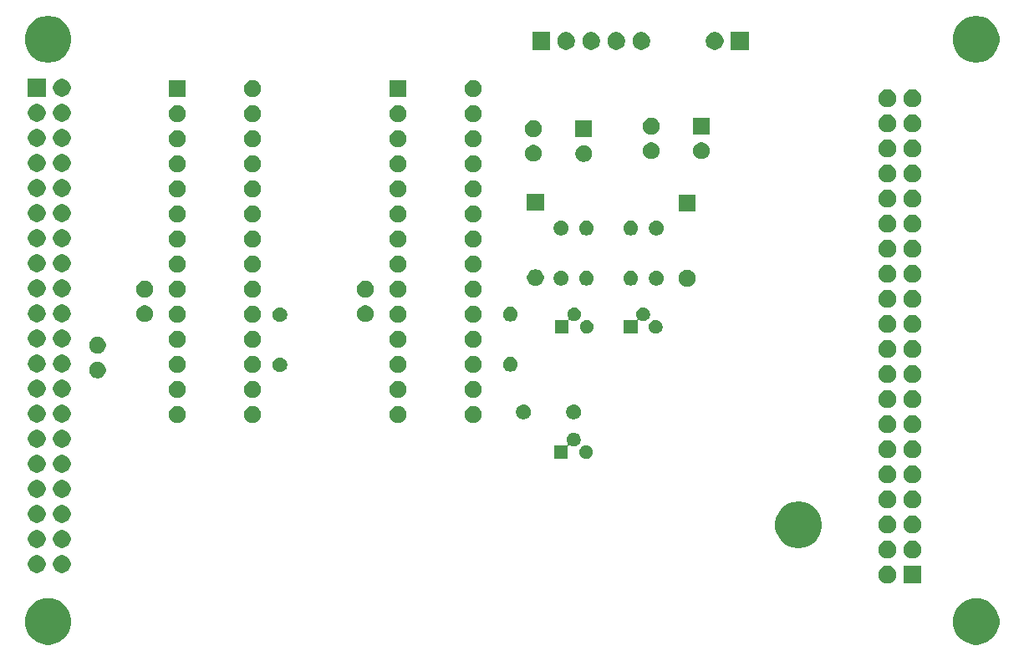
<source format=gts>
G04 #@! TF.GenerationSoftware,KiCad,Pcbnew,5.1.5+dfsg1-2build2*
G04 #@! TF.CreationDate,2021-10-18T19:58:04-05:00*
G04 #@! TF.ProjectId,2065-Z80-programmer,32303635-2d5a-4383-902d-70726f677261,2.0*
G04 #@! TF.SameCoordinates,Original*
G04 #@! TF.FileFunction,Soldermask,Top*
G04 #@! TF.FilePolarity,Negative*
%FSLAX46Y46*%
G04 Gerber Fmt 4.6, Leading zero omitted, Abs format (unit mm)*
G04 Created by KiCad (PCBNEW 5.1.5+dfsg1-2build2) date 2021-10-18 19:58:04*
%MOMM*%
%LPD*%
G04 APERTURE LIST*
%ADD10C,0.100000*%
G04 APERTURE END LIST*
D10*
G36*
X182382793Y-114680103D02*
G01*
X182685470Y-114740309D01*
X183113143Y-114917457D01*
X183498038Y-115174636D01*
X183825364Y-115501962D01*
X184082543Y-115886857D01*
X184259691Y-116314530D01*
X184350000Y-116768545D01*
X184350000Y-117231455D01*
X184259691Y-117685470D01*
X184082543Y-118113143D01*
X183825364Y-118498038D01*
X183498038Y-118825364D01*
X183113143Y-119082543D01*
X182685470Y-119259691D01*
X182382793Y-119319897D01*
X182231456Y-119350000D01*
X181768544Y-119350000D01*
X181617207Y-119319897D01*
X181314530Y-119259691D01*
X180886857Y-119082543D01*
X180501962Y-118825364D01*
X180174636Y-118498038D01*
X179917457Y-118113143D01*
X179740309Y-117685470D01*
X179650000Y-117231455D01*
X179650000Y-116768545D01*
X179740309Y-116314530D01*
X179917457Y-115886857D01*
X180174636Y-115501962D01*
X180501962Y-115174636D01*
X180886857Y-114917457D01*
X181314530Y-114740309D01*
X181617207Y-114680103D01*
X181768544Y-114650000D01*
X182231456Y-114650000D01*
X182382793Y-114680103D01*
G37*
G36*
X88382793Y-114680103D02*
G01*
X88685470Y-114740309D01*
X89113143Y-114917457D01*
X89498038Y-115174636D01*
X89825364Y-115501962D01*
X90082543Y-115886857D01*
X90259691Y-116314530D01*
X90350000Y-116768545D01*
X90350000Y-117231455D01*
X90259691Y-117685470D01*
X90082543Y-118113143D01*
X89825364Y-118498038D01*
X89498038Y-118825364D01*
X89113143Y-119082543D01*
X88685470Y-119259691D01*
X88382793Y-119319897D01*
X88231456Y-119350000D01*
X87768544Y-119350000D01*
X87617207Y-119319897D01*
X87314530Y-119259691D01*
X86886857Y-119082543D01*
X86501962Y-118825364D01*
X86174636Y-118498038D01*
X85917457Y-118113143D01*
X85740309Y-117685470D01*
X85650000Y-117231455D01*
X85650000Y-116768545D01*
X85740309Y-116314530D01*
X85917457Y-115886857D01*
X86174636Y-115501962D01*
X86501962Y-115174636D01*
X86886857Y-114917457D01*
X87314530Y-114740309D01*
X87617207Y-114680103D01*
X87768544Y-114650000D01*
X88231456Y-114650000D01*
X88382793Y-114680103D01*
G37*
G36*
X176441000Y-113141000D02*
G01*
X174639000Y-113141000D01*
X174639000Y-111339000D01*
X176441000Y-111339000D01*
X176441000Y-113141000D01*
G37*
G36*
X173113512Y-111343927D02*
G01*
X173262812Y-111373624D01*
X173426784Y-111441544D01*
X173574354Y-111540147D01*
X173699853Y-111665646D01*
X173798456Y-111813216D01*
X173866376Y-111977188D01*
X173901000Y-112151259D01*
X173901000Y-112328741D01*
X173866376Y-112502812D01*
X173798456Y-112666784D01*
X173699853Y-112814354D01*
X173574354Y-112939853D01*
X173426784Y-113038456D01*
X173262812Y-113106376D01*
X173113512Y-113136073D01*
X173088742Y-113141000D01*
X172911258Y-113141000D01*
X172886488Y-113136073D01*
X172737188Y-113106376D01*
X172573216Y-113038456D01*
X172425646Y-112939853D01*
X172300147Y-112814354D01*
X172201544Y-112666784D01*
X172133624Y-112502812D01*
X172099000Y-112328741D01*
X172099000Y-112151259D01*
X172133624Y-111977188D01*
X172201544Y-111813216D01*
X172300147Y-111665646D01*
X172425646Y-111540147D01*
X172573216Y-111441544D01*
X172737188Y-111373624D01*
X172886488Y-111343927D01*
X172911258Y-111339000D01*
X173088742Y-111339000D01*
X173113512Y-111343927D01*
G37*
G36*
X86959598Y-110274353D02*
G01*
X87116812Y-110305624D01*
X87280784Y-110373544D01*
X87428354Y-110472147D01*
X87553853Y-110597646D01*
X87652456Y-110745216D01*
X87720376Y-110909188D01*
X87755000Y-111083259D01*
X87755000Y-111260741D01*
X87720376Y-111434812D01*
X87652456Y-111598784D01*
X87553853Y-111746354D01*
X87428354Y-111871853D01*
X87280784Y-111970456D01*
X87116812Y-112038376D01*
X86967512Y-112068073D01*
X86942742Y-112073000D01*
X86765258Y-112073000D01*
X86740488Y-112068073D01*
X86591188Y-112038376D01*
X86427216Y-111970456D01*
X86279646Y-111871853D01*
X86154147Y-111746354D01*
X86055544Y-111598784D01*
X85987624Y-111434812D01*
X85953000Y-111260741D01*
X85953000Y-111083259D01*
X85987624Y-110909188D01*
X86055544Y-110745216D01*
X86154147Y-110597646D01*
X86279646Y-110472147D01*
X86427216Y-110373544D01*
X86591188Y-110305624D01*
X86748402Y-110274353D01*
X86765258Y-110271000D01*
X86942742Y-110271000D01*
X86959598Y-110274353D01*
G37*
G36*
X89499598Y-110274353D02*
G01*
X89656812Y-110305624D01*
X89820784Y-110373544D01*
X89968354Y-110472147D01*
X90093853Y-110597646D01*
X90192456Y-110745216D01*
X90260376Y-110909188D01*
X90295000Y-111083259D01*
X90295000Y-111260741D01*
X90260376Y-111434812D01*
X90192456Y-111598784D01*
X90093853Y-111746354D01*
X89968354Y-111871853D01*
X89820784Y-111970456D01*
X89656812Y-112038376D01*
X89507512Y-112068073D01*
X89482742Y-112073000D01*
X89305258Y-112073000D01*
X89280488Y-112068073D01*
X89131188Y-112038376D01*
X88967216Y-111970456D01*
X88819646Y-111871853D01*
X88694147Y-111746354D01*
X88595544Y-111598784D01*
X88527624Y-111434812D01*
X88493000Y-111260741D01*
X88493000Y-111083259D01*
X88527624Y-110909188D01*
X88595544Y-110745216D01*
X88694147Y-110597646D01*
X88819646Y-110472147D01*
X88967216Y-110373544D01*
X89131188Y-110305624D01*
X89288402Y-110274353D01*
X89305258Y-110271000D01*
X89482742Y-110271000D01*
X89499598Y-110274353D01*
G37*
G36*
X173113512Y-108803927D02*
G01*
X173262812Y-108833624D01*
X173426784Y-108901544D01*
X173574354Y-109000147D01*
X173699853Y-109125646D01*
X173798456Y-109273216D01*
X173866376Y-109437188D01*
X173901000Y-109611259D01*
X173901000Y-109788741D01*
X173866376Y-109962812D01*
X173798456Y-110126784D01*
X173699853Y-110274354D01*
X173574354Y-110399853D01*
X173426784Y-110498456D01*
X173262812Y-110566376D01*
X173113512Y-110596073D01*
X173088742Y-110601000D01*
X172911258Y-110601000D01*
X172886488Y-110596073D01*
X172737188Y-110566376D01*
X172573216Y-110498456D01*
X172425646Y-110399853D01*
X172300147Y-110274354D01*
X172201544Y-110126784D01*
X172133624Y-109962812D01*
X172099000Y-109788741D01*
X172099000Y-109611259D01*
X172133624Y-109437188D01*
X172201544Y-109273216D01*
X172300147Y-109125646D01*
X172425646Y-109000147D01*
X172573216Y-108901544D01*
X172737188Y-108833624D01*
X172886488Y-108803927D01*
X172911258Y-108799000D01*
X173088742Y-108799000D01*
X173113512Y-108803927D01*
G37*
G36*
X175653512Y-108803927D02*
G01*
X175802812Y-108833624D01*
X175966784Y-108901544D01*
X176114354Y-109000147D01*
X176239853Y-109125646D01*
X176338456Y-109273216D01*
X176406376Y-109437188D01*
X176441000Y-109611259D01*
X176441000Y-109788741D01*
X176406376Y-109962812D01*
X176338456Y-110126784D01*
X176239853Y-110274354D01*
X176114354Y-110399853D01*
X175966784Y-110498456D01*
X175802812Y-110566376D01*
X175653512Y-110596073D01*
X175628742Y-110601000D01*
X175451258Y-110601000D01*
X175426488Y-110596073D01*
X175277188Y-110566376D01*
X175113216Y-110498456D01*
X174965646Y-110399853D01*
X174840147Y-110274354D01*
X174741544Y-110126784D01*
X174673624Y-109962812D01*
X174639000Y-109788741D01*
X174639000Y-109611259D01*
X174673624Y-109437188D01*
X174741544Y-109273216D01*
X174840147Y-109125646D01*
X174965646Y-109000147D01*
X175113216Y-108901544D01*
X175277188Y-108833624D01*
X175426488Y-108803927D01*
X175451258Y-108799000D01*
X175628742Y-108799000D01*
X175653512Y-108803927D01*
G37*
G36*
X164382793Y-104870103D02*
G01*
X164685470Y-104930309D01*
X165113143Y-105107457D01*
X165498038Y-105364636D01*
X165825364Y-105691962D01*
X166082543Y-106076857D01*
X166259691Y-106504530D01*
X166291880Y-106666354D01*
X166349967Y-106958376D01*
X166350000Y-106958545D01*
X166350000Y-107421455D01*
X166259691Y-107875470D01*
X166082543Y-108303143D01*
X165825364Y-108688038D01*
X165498038Y-109015364D01*
X165113143Y-109272543D01*
X164685470Y-109449691D01*
X164440718Y-109498375D01*
X164231456Y-109540000D01*
X163768544Y-109540000D01*
X163559282Y-109498375D01*
X163314530Y-109449691D01*
X162886857Y-109272543D01*
X162501962Y-109015364D01*
X162174636Y-108688038D01*
X161917457Y-108303143D01*
X161740309Y-107875470D01*
X161650000Y-107421455D01*
X161650000Y-106958545D01*
X161650034Y-106958376D01*
X161708120Y-106666354D01*
X161740309Y-106504530D01*
X161917457Y-106076857D01*
X162174636Y-105691962D01*
X162501962Y-105364636D01*
X162886857Y-105107457D01*
X163314530Y-104930309D01*
X163617207Y-104870103D01*
X163768544Y-104840000D01*
X164231456Y-104840000D01*
X164382793Y-104870103D01*
G37*
G36*
X89499598Y-107734353D02*
G01*
X89656812Y-107765624D01*
X89820784Y-107833544D01*
X89968354Y-107932147D01*
X90093853Y-108057646D01*
X90192456Y-108205216D01*
X90260376Y-108369188D01*
X90295000Y-108543259D01*
X90295000Y-108720741D01*
X90260376Y-108894812D01*
X90192456Y-109058784D01*
X90093853Y-109206354D01*
X89968354Y-109331853D01*
X89820784Y-109430456D01*
X89656812Y-109498376D01*
X89507512Y-109528073D01*
X89482742Y-109533000D01*
X89305258Y-109533000D01*
X89280488Y-109528073D01*
X89131188Y-109498376D01*
X88967216Y-109430456D01*
X88819646Y-109331853D01*
X88694147Y-109206354D01*
X88595544Y-109058784D01*
X88527624Y-108894812D01*
X88493000Y-108720741D01*
X88493000Y-108543259D01*
X88527624Y-108369188D01*
X88595544Y-108205216D01*
X88694147Y-108057646D01*
X88819646Y-107932147D01*
X88967216Y-107833544D01*
X89131188Y-107765624D01*
X89288402Y-107734353D01*
X89305258Y-107731000D01*
X89482742Y-107731000D01*
X89499598Y-107734353D01*
G37*
G36*
X86959598Y-107734353D02*
G01*
X87116812Y-107765624D01*
X87280784Y-107833544D01*
X87428354Y-107932147D01*
X87553853Y-108057646D01*
X87652456Y-108205216D01*
X87720376Y-108369188D01*
X87755000Y-108543259D01*
X87755000Y-108720741D01*
X87720376Y-108894812D01*
X87652456Y-109058784D01*
X87553853Y-109206354D01*
X87428354Y-109331853D01*
X87280784Y-109430456D01*
X87116812Y-109498376D01*
X86967512Y-109528073D01*
X86942742Y-109533000D01*
X86765258Y-109533000D01*
X86740488Y-109528073D01*
X86591188Y-109498376D01*
X86427216Y-109430456D01*
X86279646Y-109331853D01*
X86154147Y-109206354D01*
X86055544Y-109058784D01*
X85987624Y-108894812D01*
X85953000Y-108720741D01*
X85953000Y-108543259D01*
X85987624Y-108369188D01*
X86055544Y-108205216D01*
X86154147Y-108057646D01*
X86279646Y-107932147D01*
X86427216Y-107833544D01*
X86591188Y-107765624D01*
X86748402Y-107734353D01*
X86765258Y-107731000D01*
X86942742Y-107731000D01*
X86959598Y-107734353D01*
G37*
G36*
X173113512Y-106263927D02*
G01*
X173262812Y-106293624D01*
X173426784Y-106361544D01*
X173574354Y-106460147D01*
X173699853Y-106585646D01*
X173798456Y-106733216D01*
X173866376Y-106897188D01*
X173901000Y-107071259D01*
X173901000Y-107248741D01*
X173866376Y-107422812D01*
X173798456Y-107586784D01*
X173699853Y-107734354D01*
X173574354Y-107859853D01*
X173426784Y-107958456D01*
X173262812Y-108026376D01*
X173113512Y-108056073D01*
X173088742Y-108061000D01*
X172911258Y-108061000D01*
X172886488Y-108056073D01*
X172737188Y-108026376D01*
X172573216Y-107958456D01*
X172425646Y-107859853D01*
X172300147Y-107734354D01*
X172201544Y-107586784D01*
X172133624Y-107422812D01*
X172099000Y-107248741D01*
X172099000Y-107071259D01*
X172133624Y-106897188D01*
X172201544Y-106733216D01*
X172300147Y-106585646D01*
X172425646Y-106460147D01*
X172573216Y-106361544D01*
X172737188Y-106293624D01*
X172886488Y-106263927D01*
X172911258Y-106259000D01*
X173088742Y-106259000D01*
X173113512Y-106263927D01*
G37*
G36*
X175653512Y-106263927D02*
G01*
X175802812Y-106293624D01*
X175966784Y-106361544D01*
X176114354Y-106460147D01*
X176239853Y-106585646D01*
X176338456Y-106733216D01*
X176406376Y-106897188D01*
X176441000Y-107071259D01*
X176441000Y-107248741D01*
X176406376Y-107422812D01*
X176338456Y-107586784D01*
X176239853Y-107734354D01*
X176114354Y-107859853D01*
X175966784Y-107958456D01*
X175802812Y-108026376D01*
X175653512Y-108056073D01*
X175628742Y-108061000D01*
X175451258Y-108061000D01*
X175426488Y-108056073D01*
X175277188Y-108026376D01*
X175113216Y-107958456D01*
X174965646Y-107859853D01*
X174840147Y-107734354D01*
X174741544Y-107586784D01*
X174673624Y-107422812D01*
X174639000Y-107248741D01*
X174639000Y-107071259D01*
X174673624Y-106897188D01*
X174741544Y-106733216D01*
X174840147Y-106585646D01*
X174965646Y-106460147D01*
X175113216Y-106361544D01*
X175277188Y-106293624D01*
X175426488Y-106263927D01*
X175451258Y-106259000D01*
X175628742Y-106259000D01*
X175653512Y-106263927D01*
G37*
G36*
X86959598Y-105194353D02*
G01*
X87116812Y-105225624D01*
X87280784Y-105293544D01*
X87428354Y-105392147D01*
X87553853Y-105517646D01*
X87652456Y-105665216D01*
X87720376Y-105829188D01*
X87755000Y-106003259D01*
X87755000Y-106180741D01*
X87720376Y-106354812D01*
X87652456Y-106518784D01*
X87553853Y-106666354D01*
X87428354Y-106791853D01*
X87280784Y-106890456D01*
X87116812Y-106958376D01*
X86967512Y-106988073D01*
X86942742Y-106993000D01*
X86765258Y-106993000D01*
X86740488Y-106988073D01*
X86591188Y-106958376D01*
X86427216Y-106890456D01*
X86279646Y-106791853D01*
X86154147Y-106666354D01*
X86055544Y-106518784D01*
X85987624Y-106354812D01*
X85953000Y-106180741D01*
X85953000Y-106003259D01*
X85987624Y-105829188D01*
X86055544Y-105665216D01*
X86154147Y-105517646D01*
X86279646Y-105392147D01*
X86427216Y-105293544D01*
X86591188Y-105225624D01*
X86748402Y-105194353D01*
X86765258Y-105191000D01*
X86942742Y-105191000D01*
X86959598Y-105194353D01*
G37*
G36*
X89499598Y-105194353D02*
G01*
X89656812Y-105225624D01*
X89820784Y-105293544D01*
X89968354Y-105392147D01*
X90093853Y-105517646D01*
X90192456Y-105665216D01*
X90260376Y-105829188D01*
X90295000Y-106003259D01*
X90295000Y-106180741D01*
X90260376Y-106354812D01*
X90192456Y-106518784D01*
X90093853Y-106666354D01*
X89968354Y-106791853D01*
X89820784Y-106890456D01*
X89656812Y-106958376D01*
X89507512Y-106988073D01*
X89482742Y-106993000D01*
X89305258Y-106993000D01*
X89280488Y-106988073D01*
X89131188Y-106958376D01*
X88967216Y-106890456D01*
X88819646Y-106791853D01*
X88694147Y-106666354D01*
X88595544Y-106518784D01*
X88527624Y-106354812D01*
X88493000Y-106180741D01*
X88493000Y-106003259D01*
X88527624Y-105829188D01*
X88595544Y-105665216D01*
X88694147Y-105517646D01*
X88819646Y-105392147D01*
X88967216Y-105293544D01*
X89131188Y-105225624D01*
X89288402Y-105194353D01*
X89305258Y-105191000D01*
X89482742Y-105191000D01*
X89499598Y-105194353D01*
G37*
G36*
X175653512Y-103723927D02*
G01*
X175802812Y-103753624D01*
X175966784Y-103821544D01*
X176114354Y-103920147D01*
X176239853Y-104045646D01*
X176338456Y-104193216D01*
X176406376Y-104357188D01*
X176441000Y-104531259D01*
X176441000Y-104708741D01*
X176406376Y-104882812D01*
X176338456Y-105046784D01*
X176239853Y-105194354D01*
X176114354Y-105319853D01*
X175966784Y-105418456D01*
X175802812Y-105486376D01*
X175653512Y-105516073D01*
X175628742Y-105521000D01*
X175451258Y-105521000D01*
X175426488Y-105516073D01*
X175277188Y-105486376D01*
X175113216Y-105418456D01*
X174965646Y-105319853D01*
X174840147Y-105194354D01*
X174741544Y-105046784D01*
X174673624Y-104882812D01*
X174639000Y-104708741D01*
X174639000Y-104531259D01*
X174673624Y-104357188D01*
X174741544Y-104193216D01*
X174840147Y-104045646D01*
X174965646Y-103920147D01*
X175113216Y-103821544D01*
X175277188Y-103753624D01*
X175426488Y-103723927D01*
X175451258Y-103719000D01*
X175628742Y-103719000D01*
X175653512Y-103723927D01*
G37*
G36*
X173113512Y-103723927D02*
G01*
X173262812Y-103753624D01*
X173426784Y-103821544D01*
X173574354Y-103920147D01*
X173699853Y-104045646D01*
X173798456Y-104193216D01*
X173866376Y-104357188D01*
X173901000Y-104531259D01*
X173901000Y-104708741D01*
X173866376Y-104882812D01*
X173798456Y-105046784D01*
X173699853Y-105194354D01*
X173574354Y-105319853D01*
X173426784Y-105418456D01*
X173262812Y-105486376D01*
X173113512Y-105516073D01*
X173088742Y-105521000D01*
X172911258Y-105521000D01*
X172886488Y-105516073D01*
X172737188Y-105486376D01*
X172573216Y-105418456D01*
X172425646Y-105319853D01*
X172300147Y-105194354D01*
X172201544Y-105046784D01*
X172133624Y-104882812D01*
X172099000Y-104708741D01*
X172099000Y-104531259D01*
X172133624Y-104357188D01*
X172201544Y-104193216D01*
X172300147Y-104045646D01*
X172425646Y-103920147D01*
X172573216Y-103821544D01*
X172737188Y-103753624D01*
X172886488Y-103723927D01*
X172911258Y-103719000D01*
X173088742Y-103719000D01*
X173113512Y-103723927D01*
G37*
G36*
X89499598Y-102654353D02*
G01*
X89656812Y-102685624D01*
X89820784Y-102753544D01*
X89968354Y-102852147D01*
X90093853Y-102977646D01*
X90192456Y-103125216D01*
X90260376Y-103289188D01*
X90295000Y-103463259D01*
X90295000Y-103640741D01*
X90260376Y-103814812D01*
X90192456Y-103978784D01*
X90093853Y-104126354D01*
X89968354Y-104251853D01*
X89820784Y-104350456D01*
X89656812Y-104418376D01*
X89507512Y-104448073D01*
X89482742Y-104453000D01*
X89305258Y-104453000D01*
X89280488Y-104448073D01*
X89131188Y-104418376D01*
X88967216Y-104350456D01*
X88819646Y-104251853D01*
X88694147Y-104126354D01*
X88595544Y-103978784D01*
X88527624Y-103814812D01*
X88493000Y-103640741D01*
X88493000Y-103463259D01*
X88527624Y-103289188D01*
X88595544Y-103125216D01*
X88694147Y-102977646D01*
X88819646Y-102852147D01*
X88967216Y-102753544D01*
X89131188Y-102685624D01*
X89288402Y-102654353D01*
X89305258Y-102651000D01*
X89482742Y-102651000D01*
X89499598Y-102654353D01*
G37*
G36*
X86959598Y-102654353D02*
G01*
X87116812Y-102685624D01*
X87280784Y-102753544D01*
X87428354Y-102852147D01*
X87553853Y-102977646D01*
X87652456Y-103125216D01*
X87720376Y-103289188D01*
X87755000Y-103463259D01*
X87755000Y-103640741D01*
X87720376Y-103814812D01*
X87652456Y-103978784D01*
X87553853Y-104126354D01*
X87428354Y-104251853D01*
X87280784Y-104350456D01*
X87116812Y-104418376D01*
X86967512Y-104448073D01*
X86942742Y-104453000D01*
X86765258Y-104453000D01*
X86740488Y-104448073D01*
X86591188Y-104418376D01*
X86427216Y-104350456D01*
X86279646Y-104251853D01*
X86154147Y-104126354D01*
X86055544Y-103978784D01*
X85987624Y-103814812D01*
X85953000Y-103640741D01*
X85953000Y-103463259D01*
X85987624Y-103289188D01*
X86055544Y-103125216D01*
X86154147Y-102977646D01*
X86279646Y-102852147D01*
X86427216Y-102753544D01*
X86591188Y-102685624D01*
X86748402Y-102654353D01*
X86765258Y-102651000D01*
X86942742Y-102651000D01*
X86959598Y-102654353D01*
G37*
G36*
X173113512Y-101183927D02*
G01*
X173262812Y-101213624D01*
X173426784Y-101281544D01*
X173574354Y-101380147D01*
X173699853Y-101505646D01*
X173798456Y-101653216D01*
X173866376Y-101817188D01*
X173901000Y-101991259D01*
X173901000Y-102168741D01*
X173866376Y-102342812D01*
X173798456Y-102506784D01*
X173699853Y-102654354D01*
X173574354Y-102779853D01*
X173426784Y-102878456D01*
X173262812Y-102946376D01*
X173113512Y-102976073D01*
X173088742Y-102981000D01*
X172911258Y-102981000D01*
X172886488Y-102976073D01*
X172737188Y-102946376D01*
X172573216Y-102878456D01*
X172425646Y-102779853D01*
X172300147Y-102654354D01*
X172201544Y-102506784D01*
X172133624Y-102342812D01*
X172099000Y-102168741D01*
X172099000Y-101991259D01*
X172133624Y-101817188D01*
X172201544Y-101653216D01*
X172300147Y-101505646D01*
X172425646Y-101380147D01*
X172573216Y-101281544D01*
X172737188Y-101213624D01*
X172886488Y-101183927D01*
X172911258Y-101179000D01*
X173088742Y-101179000D01*
X173113512Y-101183927D01*
G37*
G36*
X175653512Y-101183927D02*
G01*
X175802812Y-101213624D01*
X175966784Y-101281544D01*
X176114354Y-101380147D01*
X176239853Y-101505646D01*
X176338456Y-101653216D01*
X176406376Y-101817188D01*
X176441000Y-101991259D01*
X176441000Y-102168741D01*
X176406376Y-102342812D01*
X176338456Y-102506784D01*
X176239853Y-102654354D01*
X176114354Y-102779853D01*
X175966784Y-102878456D01*
X175802812Y-102946376D01*
X175653512Y-102976073D01*
X175628742Y-102981000D01*
X175451258Y-102981000D01*
X175426488Y-102976073D01*
X175277188Y-102946376D01*
X175113216Y-102878456D01*
X174965646Y-102779853D01*
X174840147Y-102654354D01*
X174741544Y-102506784D01*
X174673624Y-102342812D01*
X174639000Y-102168741D01*
X174639000Y-101991259D01*
X174673624Y-101817188D01*
X174741544Y-101653216D01*
X174840147Y-101505646D01*
X174965646Y-101380147D01*
X175113216Y-101281544D01*
X175277188Y-101213624D01*
X175426488Y-101183927D01*
X175451258Y-101179000D01*
X175628742Y-101179000D01*
X175653512Y-101183927D01*
G37*
G36*
X86959598Y-100114353D02*
G01*
X87116812Y-100145624D01*
X87280784Y-100213544D01*
X87428354Y-100312147D01*
X87553853Y-100437646D01*
X87652456Y-100585216D01*
X87720376Y-100749188D01*
X87755000Y-100923259D01*
X87755000Y-101100741D01*
X87720376Y-101274812D01*
X87652456Y-101438784D01*
X87553853Y-101586354D01*
X87428354Y-101711853D01*
X87280784Y-101810456D01*
X87116812Y-101878376D01*
X86967512Y-101908073D01*
X86942742Y-101913000D01*
X86765258Y-101913000D01*
X86740488Y-101908073D01*
X86591188Y-101878376D01*
X86427216Y-101810456D01*
X86279646Y-101711853D01*
X86154147Y-101586354D01*
X86055544Y-101438784D01*
X85987624Y-101274812D01*
X85953000Y-101100741D01*
X85953000Y-100923259D01*
X85987624Y-100749188D01*
X86055544Y-100585216D01*
X86154147Y-100437646D01*
X86279646Y-100312147D01*
X86427216Y-100213544D01*
X86591188Y-100145624D01*
X86748402Y-100114353D01*
X86765258Y-100111000D01*
X86942742Y-100111000D01*
X86959598Y-100114353D01*
G37*
G36*
X89499598Y-100114353D02*
G01*
X89656812Y-100145624D01*
X89820784Y-100213544D01*
X89968354Y-100312147D01*
X90093853Y-100437646D01*
X90192456Y-100585216D01*
X90260376Y-100749188D01*
X90295000Y-100923259D01*
X90295000Y-101100741D01*
X90260376Y-101274812D01*
X90192456Y-101438784D01*
X90093853Y-101586354D01*
X89968354Y-101711853D01*
X89820784Y-101810456D01*
X89656812Y-101878376D01*
X89507512Y-101908073D01*
X89482742Y-101913000D01*
X89305258Y-101913000D01*
X89280488Y-101908073D01*
X89131188Y-101878376D01*
X88967216Y-101810456D01*
X88819646Y-101711853D01*
X88694147Y-101586354D01*
X88595544Y-101438784D01*
X88527624Y-101274812D01*
X88493000Y-101100741D01*
X88493000Y-100923259D01*
X88527624Y-100749188D01*
X88595544Y-100585216D01*
X88694147Y-100437646D01*
X88819646Y-100312147D01*
X88967216Y-100213544D01*
X89131188Y-100145624D01*
X89288402Y-100114353D01*
X89305258Y-100111000D01*
X89482742Y-100111000D01*
X89499598Y-100114353D01*
G37*
G36*
X141438473Y-97877938D02*
G01*
X141566049Y-97930782D01*
X141680859Y-98007495D01*
X141778505Y-98105141D01*
X141855218Y-98219951D01*
X141908062Y-98347527D01*
X141935000Y-98482956D01*
X141935000Y-98621044D01*
X141908062Y-98756473D01*
X141855218Y-98884049D01*
X141778505Y-98998859D01*
X141680859Y-99096505D01*
X141566049Y-99173218D01*
X141438473Y-99226062D01*
X141303044Y-99253000D01*
X141164956Y-99253000D01*
X141029527Y-99226062D01*
X140901951Y-99173218D01*
X140849444Y-99138134D01*
X140827834Y-99126583D01*
X140804385Y-99119470D01*
X140779999Y-99117068D01*
X140755613Y-99119470D01*
X140732164Y-99126583D01*
X140710553Y-99138134D01*
X140691611Y-99153680D01*
X140676066Y-99172622D01*
X140664515Y-99194232D01*
X140657402Y-99217681D01*
X140655000Y-99242067D01*
X140655000Y-100523000D01*
X139253000Y-100523000D01*
X139253000Y-99121000D01*
X140537251Y-99121000D01*
X140561637Y-99118598D01*
X140585086Y-99111485D01*
X140606697Y-99099934D01*
X140625639Y-99084389D01*
X140641184Y-99065447D01*
X140652735Y-99043836D01*
X140659848Y-99020387D01*
X140662250Y-98996001D01*
X140659848Y-98971615D01*
X140652735Y-98948166D01*
X140641184Y-98926556D01*
X140612782Y-98884049D01*
X140559938Y-98756473D01*
X140533000Y-98621044D01*
X140533000Y-98482956D01*
X140559938Y-98347527D01*
X140612782Y-98219951D01*
X140689495Y-98105141D01*
X140787141Y-98007495D01*
X140901951Y-97930782D01*
X141029527Y-97877938D01*
X141164956Y-97851000D01*
X141303044Y-97851000D01*
X141438473Y-97877938D01*
G37*
G36*
X142698473Y-99147938D02*
G01*
X142826049Y-99200782D01*
X142940859Y-99277495D01*
X143038505Y-99375141D01*
X143115218Y-99489951D01*
X143168062Y-99617527D01*
X143195000Y-99752956D01*
X143195000Y-99891044D01*
X143168062Y-100026473D01*
X143115218Y-100154049D01*
X143038505Y-100268859D01*
X142940859Y-100366505D01*
X142826049Y-100443218D01*
X142698473Y-100496062D01*
X142563044Y-100523000D01*
X142424956Y-100523000D01*
X142289527Y-100496062D01*
X142161951Y-100443218D01*
X142047141Y-100366505D01*
X141949495Y-100268859D01*
X141872782Y-100154049D01*
X141819938Y-100026473D01*
X141793000Y-99891044D01*
X141793000Y-99752956D01*
X141819938Y-99617527D01*
X141872782Y-99489951D01*
X141949495Y-99375141D01*
X142047141Y-99277495D01*
X142161951Y-99200782D01*
X142289527Y-99147938D01*
X142424956Y-99121000D01*
X142563044Y-99121000D01*
X142698473Y-99147938D01*
G37*
G36*
X175653512Y-98643927D02*
G01*
X175802812Y-98673624D01*
X175966784Y-98741544D01*
X176114354Y-98840147D01*
X176239853Y-98965646D01*
X176338456Y-99113216D01*
X176406376Y-99277188D01*
X176441000Y-99451259D01*
X176441000Y-99628741D01*
X176406376Y-99802812D01*
X176338456Y-99966784D01*
X176239853Y-100114354D01*
X176114354Y-100239853D01*
X175966784Y-100338456D01*
X175802812Y-100406376D01*
X175653512Y-100436073D01*
X175628742Y-100441000D01*
X175451258Y-100441000D01*
X175426488Y-100436073D01*
X175277188Y-100406376D01*
X175113216Y-100338456D01*
X174965646Y-100239853D01*
X174840147Y-100114354D01*
X174741544Y-99966784D01*
X174673624Y-99802812D01*
X174639000Y-99628741D01*
X174639000Y-99451259D01*
X174673624Y-99277188D01*
X174741544Y-99113216D01*
X174840147Y-98965646D01*
X174965646Y-98840147D01*
X175113216Y-98741544D01*
X175277188Y-98673624D01*
X175426488Y-98643927D01*
X175451258Y-98639000D01*
X175628742Y-98639000D01*
X175653512Y-98643927D01*
G37*
G36*
X173113512Y-98643927D02*
G01*
X173262812Y-98673624D01*
X173426784Y-98741544D01*
X173574354Y-98840147D01*
X173699853Y-98965646D01*
X173798456Y-99113216D01*
X173866376Y-99277188D01*
X173901000Y-99451259D01*
X173901000Y-99628741D01*
X173866376Y-99802812D01*
X173798456Y-99966784D01*
X173699853Y-100114354D01*
X173574354Y-100239853D01*
X173426784Y-100338456D01*
X173262812Y-100406376D01*
X173113512Y-100436073D01*
X173088742Y-100441000D01*
X172911258Y-100441000D01*
X172886488Y-100436073D01*
X172737188Y-100406376D01*
X172573216Y-100338456D01*
X172425646Y-100239853D01*
X172300147Y-100114354D01*
X172201544Y-99966784D01*
X172133624Y-99802812D01*
X172099000Y-99628741D01*
X172099000Y-99451259D01*
X172133624Y-99277188D01*
X172201544Y-99113216D01*
X172300147Y-98965646D01*
X172425646Y-98840147D01*
X172573216Y-98741544D01*
X172737188Y-98673624D01*
X172886488Y-98643927D01*
X172911258Y-98639000D01*
X173088742Y-98639000D01*
X173113512Y-98643927D01*
G37*
G36*
X86959598Y-97574353D02*
G01*
X87116812Y-97605624D01*
X87280784Y-97673544D01*
X87428354Y-97772147D01*
X87553853Y-97897646D01*
X87652456Y-98045216D01*
X87720376Y-98209188D01*
X87755000Y-98383259D01*
X87755000Y-98560741D01*
X87720376Y-98734812D01*
X87652456Y-98898784D01*
X87553853Y-99046354D01*
X87428354Y-99171853D01*
X87280784Y-99270456D01*
X87116812Y-99338376D01*
X86967512Y-99368073D01*
X86942742Y-99373000D01*
X86765258Y-99373000D01*
X86740488Y-99368073D01*
X86591188Y-99338376D01*
X86427216Y-99270456D01*
X86279646Y-99171853D01*
X86154147Y-99046354D01*
X86055544Y-98898784D01*
X85987624Y-98734812D01*
X85953000Y-98560741D01*
X85953000Y-98383259D01*
X85987624Y-98209188D01*
X86055544Y-98045216D01*
X86154147Y-97897646D01*
X86279646Y-97772147D01*
X86427216Y-97673544D01*
X86591188Y-97605624D01*
X86748402Y-97574353D01*
X86765258Y-97571000D01*
X86942742Y-97571000D01*
X86959598Y-97574353D01*
G37*
G36*
X89499598Y-97574353D02*
G01*
X89656812Y-97605624D01*
X89820784Y-97673544D01*
X89968354Y-97772147D01*
X90093853Y-97897646D01*
X90192456Y-98045216D01*
X90260376Y-98209188D01*
X90295000Y-98383259D01*
X90295000Y-98560741D01*
X90260376Y-98734812D01*
X90192456Y-98898784D01*
X90093853Y-99046354D01*
X89968354Y-99171853D01*
X89820784Y-99270456D01*
X89656812Y-99338376D01*
X89507512Y-99368073D01*
X89482742Y-99373000D01*
X89305258Y-99373000D01*
X89280488Y-99368073D01*
X89131188Y-99338376D01*
X88967216Y-99270456D01*
X88819646Y-99171853D01*
X88694147Y-99046354D01*
X88595544Y-98898784D01*
X88527624Y-98734812D01*
X88493000Y-98560741D01*
X88493000Y-98383259D01*
X88527624Y-98209188D01*
X88595544Y-98045216D01*
X88694147Y-97897646D01*
X88819646Y-97772147D01*
X88967216Y-97673544D01*
X89131188Y-97605624D01*
X89288402Y-97574353D01*
X89305258Y-97571000D01*
X89482742Y-97571000D01*
X89499598Y-97574353D01*
G37*
G36*
X173113512Y-96103927D02*
G01*
X173262812Y-96133624D01*
X173426784Y-96201544D01*
X173574354Y-96300147D01*
X173699853Y-96425646D01*
X173798456Y-96573216D01*
X173866376Y-96737188D01*
X173901000Y-96911259D01*
X173901000Y-97088741D01*
X173866376Y-97262812D01*
X173798456Y-97426784D01*
X173699853Y-97574354D01*
X173574354Y-97699853D01*
X173426784Y-97798456D01*
X173262812Y-97866376D01*
X173113512Y-97896073D01*
X173088742Y-97901000D01*
X172911258Y-97901000D01*
X172886488Y-97896073D01*
X172737188Y-97866376D01*
X172573216Y-97798456D01*
X172425646Y-97699853D01*
X172300147Y-97574354D01*
X172201544Y-97426784D01*
X172133624Y-97262812D01*
X172099000Y-97088741D01*
X172099000Y-96911259D01*
X172133624Y-96737188D01*
X172201544Y-96573216D01*
X172300147Y-96425646D01*
X172425646Y-96300147D01*
X172573216Y-96201544D01*
X172737188Y-96133624D01*
X172886488Y-96103927D01*
X172911258Y-96099000D01*
X173088742Y-96099000D01*
X173113512Y-96103927D01*
G37*
G36*
X175653512Y-96103927D02*
G01*
X175802812Y-96133624D01*
X175966784Y-96201544D01*
X176114354Y-96300147D01*
X176239853Y-96425646D01*
X176338456Y-96573216D01*
X176406376Y-96737188D01*
X176441000Y-96911259D01*
X176441000Y-97088741D01*
X176406376Y-97262812D01*
X176338456Y-97426784D01*
X176239853Y-97574354D01*
X176114354Y-97699853D01*
X175966784Y-97798456D01*
X175802812Y-97866376D01*
X175653512Y-97896073D01*
X175628742Y-97901000D01*
X175451258Y-97901000D01*
X175426488Y-97896073D01*
X175277188Y-97866376D01*
X175113216Y-97798456D01*
X174965646Y-97699853D01*
X174840147Y-97574354D01*
X174741544Y-97426784D01*
X174673624Y-97262812D01*
X174639000Y-97088741D01*
X174639000Y-96911259D01*
X174673624Y-96737188D01*
X174741544Y-96573216D01*
X174840147Y-96425646D01*
X174965646Y-96300147D01*
X175113216Y-96201544D01*
X175277188Y-96133624D01*
X175426488Y-96103927D01*
X175451258Y-96099000D01*
X175628742Y-96099000D01*
X175653512Y-96103927D01*
G37*
G36*
X101340228Y-95193703D02*
G01*
X101495100Y-95257853D01*
X101634481Y-95350985D01*
X101753015Y-95469519D01*
X101846147Y-95608900D01*
X101910297Y-95763772D01*
X101943000Y-95928184D01*
X101943000Y-96095816D01*
X101910297Y-96260228D01*
X101846147Y-96415100D01*
X101753015Y-96554481D01*
X101634481Y-96673015D01*
X101495100Y-96766147D01*
X101340228Y-96830297D01*
X101175816Y-96863000D01*
X101008184Y-96863000D01*
X100843772Y-96830297D01*
X100688900Y-96766147D01*
X100549519Y-96673015D01*
X100430985Y-96554481D01*
X100337853Y-96415100D01*
X100273703Y-96260228D01*
X100241000Y-96095816D01*
X100241000Y-95928184D01*
X100273703Y-95763772D01*
X100337853Y-95608900D01*
X100430985Y-95469519D01*
X100549519Y-95350985D01*
X100688900Y-95257853D01*
X100843772Y-95193703D01*
X101008184Y-95161000D01*
X101175816Y-95161000D01*
X101340228Y-95193703D01*
G37*
G36*
X108960228Y-95193703D02*
G01*
X109115100Y-95257853D01*
X109254481Y-95350985D01*
X109373015Y-95469519D01*
X109466147Y-95608900D01*
X109530297Y-95763772D01*
X109563000Y-95928184D01*
X109563000Y-96095816D01*
X109530297Y-96260228D01*
X109466147Y-96415100D01*
X109373015Y-96554481D01*
X109254481Y-96673015D01*
X109115100Y-96766147D01*
X108960228Y-96830297D01*
X108795816Y-96863000D01*
X108628184Y-96863000D01*
X108463772Y-96830297D01*
X108308900Y-96766147D01*
X108169519Y-96673015D01*
X108050985Y-96554481D01*
X107957853Y-96415100D01*
X107893703Y-96260228D01*
X107861000Y-96095816D01*
X107861000Y-95928184D01*
X107893703Y-95763772D01*
X107957853Y-95608900D01*
X108050985Y-95469519D01*
X108169519Y-95350985D01*
X108308900Y-95257853D01*
X108463772Y-95193703D01*
X108628184Y-95161000D01*
X108795816Y-95161000D01*
X108960228Y-95193703D01*
G37*
G36*
X131312228Y-95193703D02*
G01*
X131467100Y-95257853D01*
X131606481Y-95350985D01*
X131725015Y-95469519D01*
X131818147Y-95608900D01*
X131882297Y-95763772D01*
X131915000Y-95928184D01*
X131915000Y-96095816D01*
X131882297Y-96260228D01*
X131818147Y-96415100D01*
X131725015Y-96554481D01*
X131606481Y-96673015D01*
X131467100Y-96766147D01*
X131312228Y-96830297D01*
X131147816Y-96863000D01*
X130980184Y-96863000D01*
X130815772Y-96830297D01*
X130660900Y-96766147D01*
X130521519Y-96673015D01*
X130402985Y-96554481D01*
X130309853Y-96415100D01*
X130245703Y-96260228D01*
X130213000Y-96095816D01*
X130213000Y-95928184D01*
X130245703Y-95763772D01*
X130309853Y-95608900D01*
X130402985Y-95469519D01*
X130521519Y-95350985D01*
X130660900Y-95257853D01*
X130815772Y-95193703D01*
X130980184Y-95161000D01*
X131147816Y-95161000D01*
X131312228Y-95193703D01*
G37*
G36*
X123692228Y-95193703D02*
G01*
X123847100Y-95257853D01*
X123986481Y-95350985D01*
X124105015Y-95469519D01*
X124198147Y-95608900D01*
X124262297Y-95763772D01*
X124295000Y-95928184D01*
X124295000Y-96095816D01*
X124262297Y-96260228D01*
X124198147Y-96415100D01*
X124105015Y-96554481D01*
X123986481Y-96673015D01*
X123847100Y-96766147D01*
X123692228Y-96830297D01*
X123527816Y-96863000D01*
X123360184Y-96863000D01*
X123195772Y-96830297D01*
X123040900Y-96766147D01*
X122901519Y-96673015D01*
X122782985Y-96554481D01*
X122689853Y-96415100D01*
X122625703Y-96260228D01*
X122593000Y-96095816D01*
X122593000Y-95928184D01*
X122625703Y-95763772D01*
X122689853Y-95608900D01*
X122782985Y-95469519D01*
X122901519Y-95350985D01*
X123040900Y-95257853D01*
X123195772Y-95193703D01*
X123360184Y-95161000D01*
X123527816Y-95161000D01*
X123692228Y-95193703D01*
G37*
G36*
X86967512Y-95035927D02*
G01*
X87116812Y-95065624D01*
X87280784Y-95133544D01*
X87428354Y-95232147D01*
X87553853Y-95357646D01*
X87652456Y-95505216D01*
X87720376Y-95669188D01*
X87755000Y-95843259D01*
X87755000Y-96020741D01*
X87720376Y-96194812D01*
X87652456Y-96358784D01*
X87553853Y-96506354D01*
X87428354Y-96631853D01*
X87280784Y-96730456D01*
X87116812Y-96798376D01*
X86967512Y-96828073D01*
X86942742Y-96833000D01*
X86765258Y-96833000D01*
X86740488Y-96828073D01*
X86591188Y-96798376D01*
X86427216Y-96730456D01*
X86279646Y-96631853D01*
X86154147Y-96506354D01*
X86055544Y-96358784D01*
X85987624Y-96194812D01*
X85953000Y-96020741D01*
X85953000Y-95843259D01*
X85987624Y-95669188D01*
X86055544Y-95505216D01*
X86154147Y-95357646D01*
X86279646Y-95232147D01*
X86427216Y-95133544D01*
X86591188Y-95065624D01*
X86740488Y-95035927D01*
X86765258Y-95031000D01*
X86942742Y-95031000D01*
X86967512Y-95035927D01*
G37*
G36*
X89507512Y-95035927D02*
G01*
X89656812Y-95065624D01*
X89820784Y-95133544D01*
X89968354Y-95232147D01*
X90093853Y-95357646D01*
X90192456Y-95505216D01*
X90260376Y-95669188D01*
X90295000Y-95843259D01*
X90295000Y-96020741D01*
X90260376Y-96194812D01*
X90192456Y-96358784D01*
X90093853Y-96506354D01*
X89968354Y-96631853D01*
X89820784Y-96730456D01*
X89656812Y-96798376D01*
X89507512Y-96828073D01*
X89482742Y-96833000D01*
X89305258Y-96833000D01*
X89280488Y-96828073D01*
X89131188Y-96798376D01*
X88967216Y-96730456D01*
X88819646Y-96631853D01*
X88694147Y-96506354D01*
X88595544Y-96358784D01*
X88527624Y-96194812D01*
X88493000Y-96020741D01*
X88493000Y-95843259D01*
X88527624Y-95669188D01*
X88595544Y-95505216D01*
X88694147Y-95357646D01*
X88819646Y-95232147D01*
X88967216Y-95133544D01*
X89131188Y-95065624D01*
X89280488Y-95035927D01*
X89305258Y-95031000D01*
X89482742Y-95031000D01*
X89507512Y-95035927D01*
G37*
G36*
X141443059Y-95035860D02*
G01*
X141514916Y-95065624D01*
X141579732Y-95092472D01*
X141702735Y-95174660D01*
X141807340Y-95279265D01*
X141889528Y-95402268D01*
X141889529Y-95402270D01*
X141946140Y-95538941D01*
X141975000Y-95684032D01*
X141975000Y-95831968D01*
X141946140Y-95977059D01*
X141896950Y-96095815D01*
X141889528Y-96113732D01*
X141807340Y-96236735D01*
X141702735Y-96341340D01*
X141579732Y-96423528D01*
X141579731Y-96423529D01*
X141579730Y-96423529D01*
X141443059Y-96480140D01*
X141297968Y-96509000D01*
X141150032Y-96509000D01*
X141004941Y-96480140D01*
X140868270Y-96423529D01*
X140868269Y-96423529D01*
X140868268Y-96423528D01*
X140745265Y-96341340D01*
X140640660Y-96236735D01*
X140558472Y-96113732D01*
X140551051Y-96095815D01*
X140501860Y-95977059D01*
X140473000Y-95831968D01*
X140473000Y-95684032D01*
X140501860Y-95538941D01*
X140558471Y-95402270D01*
X140558472Y-95402268D01*
X140640660Y-95279265D01*
X140745265Y-95174660D01*
X140868268Y-95092472D01*
X140933085Y-95065624D01*
X141004941Y-95035860D01*
X141150032Y-95007000D01*
X141297968Y-95007000D01*
X141443059Y-95035860D01*
G37*
G36*
X136363059Y-95035860D02*
G01*
X136434916Y-95065624D01*
X136499732Y-95092472D01*
X136622735Y-95174660D01*
X136727340Y-95279265D01*
X136809528Y-95402268D01*
X136809529Y-95402270D01*
X136866140Y-95538941D01*
X136895000Y-95684032D01*
X136895000Y-95831968D01*
X136866140Y-95977059D01*
X136816950Y-96095815D01*
X136809528Y-96113732D01*
X136727340Y-96236735D01*
X136622735Y-96341340D01*
X136499732Y-96423528D01*
X136499731Y-96423529D01*
X136499730Y-96423529D01*
X136363059Y-96480140D01*
X136217968Y-96509000D01*
X136070032Y-96509000D01*
X135924941Y-96480140D01*
X135788270Y-96423529D01*
X135788269Y-96423529D01*
X135788268Y-96423528D01*
X135665265Y-96341340D01*
X135560660Y-96236735D01*
X135478472Y-96113732D01*
X135471051Y-96095815D01*
X135421860Y-95977059D01*
X135393000Y-95831968D01*
X135393000Y-95684032D01*
X135421860Y-95538941D01*
X135478471Y-95402270D01*
X135478472Y-95402268D01*
X135560660Y-95279265D01*
X135665265Y-95174660D01*
X135788268Y-95092472D01*
X135853085Y-95065624D01*
X135924941Y-95035860D01*
X136070032Y-95007000D01*
X136217968Y-95007000D01*
X136363059Y-95035860D01*
G37*
G36*
X175653512Y-93563927D02*
G01*
X175802812Y-93593624D01*
X175966784Y-93661544D01*
X176114354Y-93760147D01*
X176239853Y-93885646D01*
X176338456Y-94033216D01*
X176406376Y-94197188D01*
X176441000Y-94371259D01*
X176441000Y-94548741D01*
X176406376Y-94722812D01*
X176338456Y-94886784D01*
X176239853Y-95034354D01*
X176114354Y-95159853D01*
X175966784Y-95258456D01*
X175802812Y-95326376D01*
X175653512Y-95356073D01*
X175628742Y-95361000D01*
X175451258Y-95361000D01*
X175426488Y-95356073D01*
X175277188Y-95326376D01*
X175113216Y-95258456D01*
X174965646Y-95159853D01*
X174840147Y-95034354D01*
X174741544Y-94886784D01*
X174673624Y-94722812D01*
X174639000Y-94548741D01*
X174639000Y-94371259D01*
X174673624Y-94197188D01*
X174741544Y-94033216D01*
X174840147Y-93885646D01*
X174965646Y-93760147D01*
X175113216Y-93661544D01*
X175277188Y-93593624D01*
X175426488Y-93563927D01*
X175451258Y-93559000D01*
X175628742Y-93559000D01*
X175653512Y-93563927D01*
G37*
G36*
X173113512Y-93563927D02*
G01*
X173262812Y-93593624D01*
X173426784Y-93661544D01*
X173574354Y-93760147D01*
X173699853Y-93885646D01*
X173798456Y-94033216D01*
X173866376Y-94197188D01*
X173901000Y-94371259D01*
X173901000Y-94548741D01*
X173866376Y-94722812D01*
X173798456Y-94886784D01*
X173699853Y-95034354D01*
X173574354Y-95159853D01*
X173426784Y-95258456D01*
X173262812Y-95326376D01*
X173113512Y-95356073D01*
X173088742Y-95361000D01*
X172911258Y-95361000D01*
X172886488Y-95356073D01*
X172737188Y-95326376D01*
X172573216Y-95258456D01*
X172425646Y-95159853D01*
X172300147Y-95034354D01*
X172201544Y-94886784D01*
X172133624Y-94722812D01*
X172099000Y-94548741D01*
X172099000Y-94371259D01*
X172133624Y-94197188D01*
X172201544Y-94033216D01*
X172300147Y-93885646D01*
X172425646Y-93760147D01*
X172573216Y-93661544D01*
X172737188Y-93593624D01*
X172886488Y-93563927D01*
X172911258Y-93559000D01*
X173088742Y-93559000D01*
X173113512Y-93563927D01*
G37*
G36*
X131312228Y-92653703D02*
G01*
X131467100Y-92717853D01*
X131606481Y-92810985D01*
X131725015Y-92929519D01*
X131818147Y-93068900D01*
X131882297Y-93223772D01*
X131915000Y-93388184D01*
X131915000Y-93555816D01*
X131882297Y-93720228D01*
X131818147Y-93875100D01*
X131725015Y-94014481D01*
X131606481Y-94133015D01*
X131467100Y-94226147D01*
X131312228Y-94290297D01*
X131147816Y-94323000D01*
X130980184Y-94323000D01*
X130815772Y-94290297D01*
X130660900Y-94226147D01*
X130521519Y-94133015D01*
X130402985Y-94014481D01*
X130309853Y-93875100D01*
X130245703Y-93720228D01*
X130213000Y-93555816D01*
X130213000Y-93388184D01*
X130245703Y-93223772D01*
X130309853Y-93068900D01*
X130402985Y-92929519D01*
X130521519Y-92810985D01*
X130660900Y-92717853D01*
X130815772Y-92653703D01*
X130980184Y-92621000D01*
X131147816Y-92621000D01*
X131312228Y-92653703D01*
G37*
G36*
X123692228Y-92653703D02*
G01*
X123847100Y-92717853D01*
X123986481Y-92810985D01*
X124105015Y-92929519D01*
X124198147Y-93068900D01*
X124262297Y-93223772D01*
X124295000Y-93388184D01*
X124295000Y-93555816D01*
X124262297Y-93720228D01*
X124198147Y-93875100D01*
X124105015Y-94014481D01*
X123986481Y-94133015D01*
X123847100Y-94226147D01*
X123692228Y-94290297D01*
X123527816Y-94323000D01*
X123360184Y-94323000D01*
X123195772Y-94290297D01*
X123040900Y-94226147D01*
X122901519Y-94133015D01*
X122782985Y-94014481D01*
X122689853Y-93875100D01*
X122625703Y-93720228D01*
X122593000Y-93555816D01*
X122593000Y-93388184D01*
X122625703Y-93223772D01*
X122689853Y-93068900D01*
X122782985Y-92929519D01*
X122901519Y-92810985D01*
X123040900Y-92717853D01*
X123195772Y-92653703D01*
X123360184Y-92621000D01*
X123527816Y-92621000D01*
X123692228Y-92653703D01*
G37*
G36*
X108960228Y-92653703D02*
G01*
X109115100Y-92717853D01*
X109254481Y-92810985D01*
X109373015Y-92929519D01*
X109466147Y-93068900D01*
X109530297Y-93223772D01*
X109563000Y-93388184D01*
X109563000Y-93555816D01*
X109530297Y-93720228D01*
X109466147Y-93875100D01*
X109373015Y-94014481D01*
X109254481Y-94133015D01*
X109115100Y-94226147D01*
X108960228Y-94290297D01*
X108795816Y-94323000D01*
X108628184Y-94323000D01*
X108463772Y-94290297D01*
X108308900Y-94226147D01*
X108169519Y-94133015D01*
X108050985Y-94014481D01*
X107957853Y-93875100D01*
X107893703Y-93720228D01*
X107861000Y-93555816D01*
X107861000Y-93388184D01*
X107893703Y-93223772D01*
X107957853Y-93068900D01*
X108050985Y-92929519D01*
X108169519Y-92810985D01*
X108308900Y-92717853D01*
X108463772Y-92653703D01*
X108628184Y-92621000D01*
X108795816Y-92621000D01*
X108960228Y-92653703D01*
G37*
G36*
X101340228Y-92653703D02*
G01*
X101495100Y-92717853D01*
X101634481Y-92810985D01*
X101753015Y-92929519D01*
X101846147Y-93068900D01*
X101910297Y-93223772D01*
X101943000Y-93388184D01*
X101943000Y-93555816D01*
X101910297Y-93720228D01*
X101846147Y-93875100D01*
X101753015Y-94014481D01*
X101634481Y-94133015D01*
X101495100Y-94226147D01*
X101340228Y-94290297D01*
X101175816Y-94323000D01*
X101008184Y-94323000D01*
X100843772Y-94290297D01*
X100688900Y-94226147D01*
X100549519Y-94133015D01*
X100430985Y-94014481D01*
X100337853Y-93875100D01*
X100273703Y-93720228D01*
X100241000Y-93555816D01*
X100241000Y-93388184D01*
X100273703Y-93223772D01*
X100337853Y-93068900D01*
X100430985Y-92929519D01*
X100549519Y-92810985D01*
X100688900Y-92717853D01*
X100843772Y-92653703D01*
X101008184Y-92621000D01*
X101175816Y-92621000D01*
X101340228Y-92653703D01*
G37*
G36*
X89499598Y-92494353D02*
G01*
X89656812Y-92525624D01*
X89820784Y-92593544D01*
X89968354Y-92692147D01*
X90093853Y-92817646D01*
X90192456Y-92965216D01*
X90260376Y-93129188D01*
X90295000Y-93303259D01*
X90295000Y-93480741D01*
X90260376Y-93654812D01*
X90192456Y-93818784D01*
X90093853Y-93966354D01*
X89968354Y-94091853D01*
X89820784Y-94190456D01*
X89656812Y-94258376D01*
X89507512Y-94288073D01*
X89482742Y-94293000D01*
X89305258Y-94293000D01*
X89280488Y-94288073D01*
X89131188Y-94258376D01*
X88967216Y-94190456D01*
X88819646Y-94091853D01*
X88694147Y-93966354D01*
X88595544Y-93818784D01*
X88527624Y-93654812D01*
X88493000Y-93480741D01*
X88493000Y-93303259D01*
X88527624Y-93129188D01*
X88595544Y-92965216D01*
X88694147Y-92817646D01*
X88819646Y-92692147D01*
X88967216Y-92593544D01*
X89131188Y-92525624D01*
X89288402Y-92494353D01*
X89305258Y-92491000D01*
X89482742Y-92491000D01*
X89499598Y-92494353D01*
G37*
G36*
X86959598Y-92494353D02*
G01*
X87116812Y-92525624D01*
X87280784Y-92593544D01*
X87428354Y-92692147D01*
X87553853Y-92817646D01*
X87652456Y-92965216D01*
X87720376Y-93129188D01*
X87755000Y-93303259D01*
X87755000Y-93480741D01*
X87720376Y-93654812D01*
X87652456Y-93818784D01*
X87553853Y-93966354D01*
X87428354Y-94091853D01*
X87280784Y-94190456D01*
X87116812Y-94258376D01*
X86967512Y-94288073D01*
X86942742Y-94293000D01*
X86765258Y-94293000D01*
X86740488Y-94288073D01*
X86591188Y-94258376D01*
X86427216Y-94190456D01*
X86279646Y-94091853D01*
X86154147Y-93966354D01*
X86055544Y-93818784D01*
X85987624Y-93654812D01*
X85953000Y-93480741D01*
X85953000Y-93303259D01*
X85987624Y-93129188D01*
X86055544Y-92965216D01*
X86154147Y-92817646D01*
X86279646Y-92692147D01*
X86427216Y-92593544D01*
X86591188Y-92525624D01*
X86748402Y-92494353D01*
X86765258Y-92491000D01*
X86942742Y-92491000D01*
X86959598Y-92494353D01*
G37*
G36*
X175653512Y-91023927D02*
G01*
X175802812Y-91053624D01*
X175966784Y-91121544D01*
X176114354Y-91220147D01*
X176239853Y-91345646D01*
X176338456Y-91493216D01*
X176406376Y-91657188D01*
X176441000Y-91831259D01*
X176441000Y-92008741D01*
X176406376Y-92182812D01*
X176338456Y-92346784D01*
X176239853Y-92494354D01*
X176114354Y-92619853D01*
X175966784Y-92718456D01*
X175802812Y-92786376D01*
X175653512Y-92816073D01*
X175628742Y-92821000D01*
X175451258Y-92821000D01*
X175426488Y-92816073D01*
X175277188Y-92786376D01*
X175113216Y-92718456D01*
X174965646Y-92619853D01*
X174840147Y-92494354D01*
X174741544Y-92346784D01*
X174673624Y-92182812D01*
X174639000Y-92008741D01*
X174639000Y-91831259D01*
X174673624Y-91657188D01*
X174741544Y-91493216D01*
X174840147Y-91345646D01*
X174965646Y-91220147D01*
X175113216Y-91121544D01*
X175277188Y-91053624D01*
X175426488Y-91023927D01*
X175451258Y-91019000D01*
X175628742Y-91019000D01*
X175653512Y-91023927D01*
G37*
G36*
X173113512Y-91023927D02*
G01*
X173262812Y-91053624D01*
X173426784Y-91121544D01*
X173574354Y-91220147D01*
X173699853Y-91345646D01*
X173798456Y-91493216D01*
X173866376Y-91657188D01*
X173901000Y-91831259D01*
X173901000Y-92008741D01*
X173866376Y-92182812D01*
X173798456Y-92346784D01*
X173699853Y-92494354D01*
X173574354Y-92619853D01*
X173426784Y-92718456D01*
X173262812Y-92786376D01*
X173113512Y-92816073D01*
X173088742Y-92821000D01*
X172911258Y-92821000D01*
X172886488Y-92816073D01*
X172737188Y-92786376D01*
X172573216Y-92718456D01*
X172425646Y-92619853D01*
X172300147Y-92494354D01*
X172201544Y-92346784D01*
X172133624Y-92182812D01*
X172099000Y-92008741D01*
X172099000Y-91831259D01*
X172133624Y-91657188D01*
X172201544Y-91493216D01*
X172300147Y-91345646D01*
X172425646Y-91220147D01*
X172573216Y-91121544D01*
X172737188Y-91053624D01*
X172886488Y-91023927D01*
X172911258Y-91019000D01*
X173088742Y-91019000D01*
X173113512Y-91023927D01*
G37*
G36*
X93248228Y-90681703D02*
G01*
X93403100Y-90745853D01*
X93542481Y-90838985D01*
X93661015Y-90957519D01*
X93754147Y-91096900D01*
X93818297Y-91251772D01*
X93851000Y-91416184D01*
X93851000Y-91583816D01*
X93818297Y-91748228D01*
X93754147Y-91903100D01*
X93661015Y-92042481D01*
X93542481Y-92161015D01*
X93403100Y-92254147D01*
X93248228Y-92318297D01*
X93083816Y-92351000D01*
X92916184Y-92351000D01*
X92751772Y-92318297D01*
X92596900Y-92254147D01*
X92457519Y-92161015D01*
X92338985Y-92042481D01*
X92245853Y-91903100D01*
X92181703Y-91748228D01*
X92149000Y-91583816D01*
X92149000Y-91416184D01*
X92181703Y-91251772D01*
X92245853Y-91096900D01*
X92338985Y-90957519D01*
X92457519Y-90838985D01*
X92596900Y-90745853D01*
X92751772Y-90681703D01*
X92916184Y-90649000D01*
X93083816Y-90649000D01*
X93248228Y-90681703D01*
G37*
G36*
X101340228Y-90113703D02*
G01*
X101495100Y-90177853D01*
X101634481Y-90270985D01*
X101753015Y-90389519D01*
X101846147Y-90528900D01*
X101910297Y-90683772D01*
X101943000Y-90848184D01*
X101943000Y-91015816D01*
X101910297Y-91180228D01*
X101846147Y-91335100D01*
X101753015Y-91474481D01*
X101634481Y-91593015D01*
X101495100Y-91686147D01*
X101340228Y-91750297D01*
X101175816Y-91783000D01*
X101008184Y-91783000D01*
X100843772Y-91750297D01*
X100688900Y-91686147D01*
X100549519Y-91593015D01*
X100430985Y-91474481D01*
X100337853Y-91335100D01*
X100273703Y-91180228D01*
X100241000Y-91015816D01*
X100241000Y-90848184D01*
X100273703Y-90683772D01*
X100337853Y-90528900D01*
X100430985Y-90389519D01*
X100549519Y-90270985D01*
X100688900Y-90177853D01*
X100843772Y-90113703D01*
X101008184Y-90081000D01*
X101175816Y-90081000D01*
X101340228Y-90113703D01*
G37*
G36*
X131312228Y-90113703D02*
G01*
X131467100Y-90177853D01*
X131606481Y-90270985D01*
X131725015Y-90389519D01*
X131818147Y-90528900D01*
X131882297Y-90683772D01*
X131915000Y-90848184D01*
X131915000Y-91015816D01*
X131882297Y-91180228D01*
X131818147Y-91335100D01*
X131725015Y-91474481D01*
X131606481Y-91593015D01*
X131467100Y-91686147D01*
X131312228Y-91750297D01*
X131147816Y-91783000D01*
X130980184Y-91783000D01*
X130815772Y-91750297D01*
X130660900Y-91686147D01*
X130521519Y-91593015D01*
X130402985Y-91474481D01*
X130309853Y-91335100D01*
X130245703Y-91180228D01*
X130213000Y-91015816D01*
X130213000Y-90848184D01*
X130245703Y-90683772D01*
X130309853Y-90528900D01*
X130402985Y-90389519D01*
X130521519Y-90270985D01*
X130660900Y-90177853D01*
X130815772Y-90113703D01*
X130980184Y-90081000D01*
X131147816Y-90081000D01*
X131312228Y-90113703D01*
G37*
G36*
X123692228Y-90113703D02*
G01*
X123847100Y-90177853D01*
X123986481Y-90270985D01*
X124105015Y-90389519D01*
X124198147Y-90528900D01*
X124262297Y-90683772D01*
X124295000Y-90848184D01*
X124295000Y-91015816D01*
X124262297Y-91180228D01*
X124198147Y-91335100D01*
X124105015Y-91474481D01*
X123986481Y-91593015D01*
X123847100Y-91686147D01*
X123692228Y-91750297D01*
X123527816Y-91783000D01*
X123360184Y-91783000D01*
X123195772Y-91750297D01*
X123040900Y-91686147D01*
X122901519Y-91593015D01*
X122782985Y-91474481D01*
X122689853Y-91335100D01*
X122625703Y-91180228D01*
X122593000Y-91015816D01*
X122593000Y-90848184D01*
X122625703Y-90683772D01*
X122689853Y-90528900D01*
X122782985Y-90389519D01*
X122901519Y-90270985D01*
X123040900Y-90177853D01*
X123195772Y-90113703D01*
X123360184Y-90081000D01*
X123527816Y-90081000D01*
X123692228Y-90113703D01*
G37*
G36*
X108960228Y-90113703D02*
G01*
X109115100Y-90177853D01*
X109254481Y-90270985D01*
X109373015Y-90389519D01*
X109466147Y-90528900D01*
X109530297Y-90683772D01*
X109563000Y-90848184D01*
X109563000Y-91015816D01*
X109530297Y-91180228D01*
X109466147Y-91335100D01*
X109373015Y-91474481D01*
X109254481Y-91593015D01*
X109115100Y-91686147D01*
X108960228Y-91750297D01*
X108795816Y-91783000D01*
X108628184Y-91783000D01*
X108463772Y-91750297D01*
X108308900Y-91686147D01*
X108169519Y-91593015D01*
X108050985Y-91474481D01*
X107957853Y-91335100D01*
X107893703Y-91180228D01*
X107861000Y-91015816D01*
X107861000Y-90848184D01*
X107893703Y-90683772D01*
X107957853Y-90528900D01*
X108050985Y-90389519D01*
X108169519Y-90270985D01*
X108308900Y-90177853D01*
X108463772Y-90113703D01*
X108628184Y-90081000D01*
X108795816Y-90081000D01*
X108960228Y-90113703D01*
G37*
G36*
X89499598Y-89954353D02*
G01*
X89656812Y-89985624D01*
X89820784Y-90053544D01*
X89968354Y-90152147D01*
X90093853Y-90277646D01*
X90192456Y-90425216D01*
X90260376Y-90589188D01*
X90278778Y-90681705D01*
X90294086Y-90758661D01*
X90295000Y-90763259D01*
X90295000Y-90940741D01*
X90260376Y-91114812D01*
X90192456Y-91278784D01*
X90093853Y-91426354D01*
X89968354Y-91551853D01*
X89820784Y-91650456D01*
X89656812Y-91718376D01*
X89507512Y-91748073D01*
X89482742Y-91753000D01*
X89305258Y-91753000D01*
X89280488Y-91748073D01*
X89131188Y-91718376D01*
X88967216Y-91650456D01*
X88819646Y-91551853D01*
X88694147Y-91426354D01*
X88595544Y-91278784D01*
X88527624Y-91114812D01*
X88493000Y-90940741D01*
X88493000Y-90763259D01*
X88493915Y-90758661D01*
X88509222Y-90681705D01*
X88527624Y-90589188D01*
X88595544Y-90425216D01*
X88694147Y-90277646D01*
X88819646Y-90152147D01*
X88967216Y-90053544D01*
X89131188Y-89985624D01*
X89288402Y-89954353D01*
X89305258Y-89951000D01*
X89482742Y-89951000D01*
X89499598Y-89954353D01*
G37*
G36*
X86959598Y-89954353D02*
G01*
X87116812Y-89985624D01*
X87280784Y-90053544D01*
X87428354Y-90152147D01*
X87553853Y-90277646D01*
X87652456Y-90425216D01*
X87720376Y-90589188D01*
X87738778Y-90681705D01*
X87754086Y-90758661D01*
X87755000Y-90763259D01*
X87755000Y-90940741D01*
X87720376Y-91114812D01*
X87652456Y-91278784D01*
X87553853Y-91426354D01*
X87428354Y-91551853D01*
X87280784Y-91650456D01*
X87116812Y-91718376D01*
X86967512Y-91748073D01*
X86942742Y-91753000D01*
X86765258Y-91753000D01*
X86740488Y-91748073D01*
X86591188Y-91718376D01*
X86427216Y-91650456D01*
X86279646Y-91551853D01*
X86154147Y-91426354D01*
X86055544Y-91278784D01*
X85987624Y-91114812D01*
X85953000Y-90940741D01*
X85953000Y-90763259D01*
X85953915Y-90758661D01*
X85969222Y-90681705D01*
X85987624Y-90589188D01*
X86055544Y-90425216D01*
X86154147Y-90277646D01*
X86279646Y-90152147D01*
X86427216Y-90053544D01*
X86591188Y-89985624D01*
X86748402Y-89954353D01*
X86765258Y-89951000D01*
X86942742Y-89951000D01*
X86959598Y-89954353D01*
G37*
G36*
X111692039Y-90255580D02*
G01*
X111712203Y-90263932D01*
X111828712Y-90312192D01*
X111951715Y-90394380D01*
X112056320Y-90498985D01*
X112116592Y-90589189D01*
X112138509Y-90621990D01*
X112195120Y-90758661D01*
X112223980Y-90903752D01*
X112223980Y-91051688D01*
X112195120Y-91196779D01*
X112172342Y-91251771D01*
X112138508Y-91333452D01*
X112056320Y-91456455D01*
X111951715Y-91561060D01*
X111828712Y-91643248D01*
X111828711Y-91643249D01*
X111828710Y-91643249D01*
X111692039Y-91699860D01*
X111546948Y-91728720D01*
X111399012Y-91728720D01*
X111253921Y-91699860D01*
X111117250Y-91643249D01*
X111117249Y-91643249D01*
X111117248Y-91643248D01*
X110994245Y-91561060D01*
X110889640Y-91456455D01*
X110807452Y-91333452D01*
X110773619Y-91251771D01*
X110750840Y-91196779D01*
X110721980Y-91051688D01*
X110721980Y-90903752D01*
X110750840Y-90758661D01*
X110807451Y-90621990D01*
X110829368Y-90589189D01*
X110889640Y-90498985D01*
X110994245Y-90394380D01*
X111117248Y-90312192D01*
X111233758Y-90263932D01*
X111253921Y-90255580D01*
X111399012Y-90226720D01*
X111546948Y-90226720D01*
X111692039Y-90255580D01*
G37*
G36*
X135029559Y-90207320D02*
G01*
X135166232Y-90263932D01*
X135289235Y-90346120D01*
X135393840Y-90450725D01*
X135446075Y-90528900D01*
X135476029Y-90573730D01*
X135532640Y-90710401D01*
X135561500Y-90855492D01*
X135561500Y-91003428D01*
X135532640Y-91148519D01*
X135489872Y-91251771D01*
X135476028Y-91285192D01*
X135393840Y-91408195D01*
X135289235Y-91512800D01*
X135166232Y-91594988D01*
X135166231Y-91594989D01*
X135166230Y-91594989D01*
X135029559Y-91651600D01*
X134884468Y-91680460D01*
X134736532Y-91680460D01*
X134591441Y-91651600D01*
X134454770Y-91594989D01*
X134454769Y-91594989D01*
X134454768Y-91594988D01*
X134331765Y-91512800D01*
X134227160Y-91408195D01*
X134144972Y-91285192D01*
X134131129Y-91251771D01*
X134088360Y-91148519D01*
X134059500Y-91003428D01*
X134059500Y-90855492D01*
X134088360Y-90710401D01*
X134144971Y-90573730D01*
X134174925Y-90528900D01*
X134227160Y-90450725D01*
X134331765Y-90346120D01*
X134454768Y-90263932D01*
X134591441Y-90207320D01*
X134736532Y-90178460D01*
X134884468Y-90178460D01*
X135029559Y-90207320D01*
G37*
G36*
X173113512Y-88483927D02*
G01*
X173262812Y-88513624D01*
X173426784Y-88581544D01*
X173574354Y-88680147D01*
X173699853Y-88805646D01*
X173798456Y-88953216D01*
X173866376Y-89117188D01*
X173901000Y-89291259D01*
X173901000Y-89468741D01*
X173866376Y-89642812D01*
X173798456Y-89806784D01*
X173699853Y-89954354D01*
X173574354Y-90079853D01*
X173426784Y-90178456D01*
X173262812Y-90246376D01*
X173113512Y-90276073D01*
X173088742Y-90281000D01*
X172911258Y-90281000D01*
X172886488Y-90276073D01*
X172737188Y-90246376D01*
X172573216Y-90178456D01*
X172425646Y-90079853D01*
X172300147Y-89954354D01*
X172201544Y-89806784D01*
X172133624Y-89642812D01*
X172099000Y-89468741D01*
X172099000Y-89291259D01*
X172133624Y-89117188D01*
X172201544Y-88953216D01*
X172300147Y-88805646D01*
X172425646Y-88680147D01*
X172573216Y-88581544D01*
X172737188Y-88513624D01*
X172886488Y-88483927D01*
X172911258Y-88479000D01*
X173088742Y-88479000D01*
X173113512Y-88483927D01*
G37*
G36*
X175653512Y-88483927D02*
G01*
X175802812Y-88513624D01*
X175966784Y-88581544D01*
X176114354Y-88680147D01*
X176239853Y-88805646D01*
X176338456Y-88953216D01*
X176406376Y-89117188D01*
X176441000Y-89291259D01*
X176441000Y-89468741D01*
X176406376Y-89642812D01*
X176338456Y-89806784D01*
X176239853Y-89954354D01*
X176114354Y-90079853D01*
X175966784Y-90178456D01*
X175802812Y-90246376D01*
X175653512Y-90276073D01*
X175628742Y-90281000D01*
X175451258Y-90281000D01*
X175426488Y-90276073D01*
X175277188Y-90246376D01*
X175113216Y-90178456D01*
X174965646Y-90079853D01*
X174840147Y-89954354D01*
X174741544Y-89806784D01*
X174673624Y-89642812D01*
X174639000Y-89468741D01*
X174639000Y-89291259D01*
X174673624Y-89117188D01*
X174741544Y-88953216D01*
X174840147Y-88805646D01*
X174965646Y-88680147D01*
X175113216Y-88581544D01*
X175277188Y-88513624D01*
X175426488Y-88483927D01*
X175451258Y-88479000D01*
X175628742Y-88479000D01*
X175653512Y-88483927D01*
G37*
G36*
X93248228Y-88181703D02*
G01*
X93403100Y-88245853D01*
X93542481Y-88338985D01*
X93661015Y-88457519D01*
X93754147Y-88596900D01*
X93818297Y-88751772D01*
X93851000Y-88916184D01*
X93851000Y-89083816D01*
X93818297Y-89248228D01*
X93754147Y-89403100D01*
X93661015Y-89542481D01*
X93542481Y-89661015D01*
X93403100Y-89754147D01*
X93248228Y-89818297D01*
X93083816Y-89851000D01*
X92916184Y-89851000D01*
X92751772Y-89818297D01*
X92596900Y-89754147D01*
X92457519Y-89661015D01*
X92338985Y-89542481D01*
X92245853Y-89403100D01*
X92181703Y-89248228D01*
X92149000Y-89083816D01*
X92149000Y-88916184D01*
X92181703Y-88751772D01*
X92245853Y-88596900D01*
X92338985Y-88457519D01*
X92457519Y-88338985D01*
X92596900Y-88245853D01*
X92751772Y-88181703D01*
X92916184Y-88149000D01*
X93083816Y-88149000D01*
X93248228Y-88181703D01*
G37*
G36*
X101340228Y-87573703D02*
G01*
X101495100Y-87637853D01*
X101634481Y-87730985D01*
X101753015Y-87849519D01*
X101846147Y-87988900D01*
X101910297Y-88143772D01*
X101943000Y-88308184D01*
X101943000Y-88475816D01*
X101910297Y-88640228D01*
X101846147Y-88795100D01*
X101753015Y-88934481D01*
X101634481Y-89053015D01*
X101495100Y-89146147D01*
X101340228Y-89210297D01*
X101175816Y-89243000D01*
X101008184Y-89243000D01*
X100843772Y-89210297D01*
X100688900Y-89146147D01*
X100549519Y-89053015D01*
X100430985Y-88934481D01*
X100337853Y-88795100D01*
X100273703Y-88640228D01*
X100241000Y-88475816D01*
X100241000Y-88308184D01*
X100273703Y-88143772D01*
X100337853Y-87988900D01*
X100430985Y-87849519D01*
X100549519Y-87730985D01*
X100688900Y-87637853D01*
X100843772Y-87573703D01*
X101008184Y-87541000D01*
X101175816Y-87541000D01*
X101340228Y-87573703D01*
G37*
G36*
X123692228Y-87573703D02*
G01*
X123847100Y-87637853D01*
X123986481Y-87730985D01*
X124105015Y-87849519D01*
X124198147Y-87988900D01*
X124262297Y-88143772D01*
X124295000Y-88308184D01*
X124295000Y-88475816D01*
X124262297Y-88640228D01*
X124198147Y-88795100D01*
X124105015Y-88934481D01*
X123986481Y-89053015D01*
X123847100Y-89146147D01*
X123692228Y-89210297D01*
X123527816Y-89243000D01*
X123360184Y-89243000D01*
X123195772Y-89210297D01*
X123040900Y-89146147D01*
X122901519Y-89053015D01*
X122782985Y-88934481D01*
X122689853Y-88795100D01*
X122625703Y-88640228D01*
X122593000Y-88475816D01*
X122593000Y-88308184D01*
X122625703Y-88143772D01*
X122689853Y-87988900D01*
X122782985Y-87849519D01*
X122901519Y-87730985D01*
X123040900Y-87637853D01*
X123195772Y-87573703D01*
X123360184Y-87541000D01*
X123527816Y-87541000D01*
X123692228Y-87573703D01*
G37*
G36*
X131312228Y-87573703D02*
G01*
X131467100Y-87637853D01*
X131606481Y-87730985D01*
X131725015Y-87849519D01*
X131818147Y-87988900D01*
X131882297Y-88143772D01*
X131915000Y-88308184D01*
X131915000Y-88475816D01*
X131882297Y-88640228D01*
X131818147Y-88795100D01*
X131725015Y-88934481D01*
X131606481Y-89053015D01*
X131467100Y-89146147D01*
X131312228Y-89210297D01*
X131147816Y-89243000D01*
X130980184Y-89243000D01*
X130815772Y-89210297D01*
X130660900Y-89146147D01*
X130521519Y-89053015D01*
X130402985Y-88934481D01*
X130309853Y-88795100D01*
X130245703Y-88640228D01*
X130213000Y-88475816D01*
X130213000Y-88308184D01*
X130245703Y-88143772D01*
X130309853Y-87988900D01*
X130402985Y-87849519D01*
X130521519Y-87730985D01*
X130660900Y-87637853D01*
X130815772Y-87573703D01*
X130980184Y-87541000D01*
X131147816Y-87541000D01*
X131312228Y-87573703D01*
G37*
G36*
X108960228Y-87573703D02*
G01*
X109115100Y-87637853D01*
X109254481Y-87730985D01*
X109373015Y-87849519D01*
X109466147Y-87988900D01*
X109530297Y-88143772D01*
X109563000Y-88308184D01*
X109563000Y-88475816D01*
X109530297Y-88640228D01*
X109466147Y-88795100D01*
X109373015Y-88934481D01*
X109254481Y-89053015D01*
X109115100Y-89146147D01*
X108960228Y-89210297D01*
X108795816Y-89243000D01*
X108628184Y-89243000D01*
X108463772Y-89210297D01*
X108308900Y-89146147D01*
X108169519Y-89053015D01*
X108050985Y-88934481D01*
X107957853Y-88795100D01*
X107893703Y-88640228D01*
X107861000Y-88475816D01*
X107861000Y-88308184D01*
X107893703Y-88143772D01*
X107957853Y-87988900D01*
X108050985Y-87849519D01*
X108169519Y-87730985D01*
X108308900Y-87637853D01*
X108463772Y-87573703D01*
X108628184Y-87541000D01*
X108795816Y-87541000D01*
X108960228Y-87573703D01*
G37*
G36*
X89499598Y-87414353D02*
G01*
X89656812Y-87445624D01*
X89820784Y-87513544D01*
X89968354Y-87612147D01*
X90093853Y-87737646D01*
X90192456Y-87885216D01*
X90260376Y-88049188D01*
X90295000Y-88223259D01*
X90295000Y-88400741D01*
X90260376Y-88574812D01*
X90192456Y-88738784D01*
X90093853Y-88886354D01*
X89968354Y-89011853D01*
X89820784Y-89110456D01*
X89656812Y-89178376D01*
X89507512Y-89208073D01*
X89482742Y-89213000D01*
X89305258Y-89213000D01*
X89280488Y-89208073D01*
X89131188Y-89178376D01*
X88967216Y-89110456D01*
X88819646Y-89011853D01*
X88694147Y-88886354D01*
X88595544Y-88738784D01*
X88527624Y-88574812D01*
X88493000Y-88400741D01*
X88493000Y-88223259D01*
X88527624Y-88049188D01*
X88595544Y-87885216D01*
X88694147Y-87737646D01*
X88819646Y-87612147D01*
X88967216Y-87513544D01*
X89131188Y-87445624D01*
X89288402Y-87414353D01*
X89305258Y-87411000D01*
X89482742Y-87411000D01*
X89499598Y-87414353D01*
G37*
G36*
X86959598Y-87414353D02*
G01*
X87116812Y-87445624D01*
X87280784Y-87513544D01*
X87428354Y-87612147D01*
X87553853Y-87737646D01*
X87652456Y-87885216D01*
X87720376Y-88049188D01*
X87755000Y-88223259D01*
X87755000Y-88400741D01*
X87720376Y-88574812D01*
X87652456Y-88738784D01*
X87553853Y-88886354D01*
X87428354Y-89011853D01*
X87280784Y-89110456D01*
X87116812Y-89178376D01*
X86967512Y-89208073D01*
X86942742Y-89213000D01*
X86765258Y-89213000D01*
X86740488Y-89208073D01*
X86591188Y-89178376D01*
X86427216Y-89110456D01*
X86279646Y-89011853D01*
X86154147Y-88886354D01*
X86055544Y-88738784D01*
X85987624Y-88574812D01*
X85953000Y-88400741D01*
X85953000Y-88223259D01*
X85987624Y-88049188D01*
X86055544Y-87885216D01*
X86154147Y-87737646D01*
X86279646Y-87612147D01*
X86427216Y-87513544D01*
X86591188Y-87445624D01*
X86748402Y-87414353D01*
X86765258Y-87411000D01*
X86942742Y-87411000D01*
X86959598Y-87414353D01*
G37*
G36*
X142762273Y-86453938D02*
G01*
X142889849Y-86506782D01*
X143004659Y-86583495D01*
X143102305Y-86681141D01*
X143179018Y-86795951D01*
X143231862Y-86923527D01*
X143258800Y-87058956D01*
X143258800Y-87197044D01*
X143231862Y-87332473D01*
X143179018Y-87460049D01*
X143102305Y-87574859D01*
X143004659Y-87672505D01*
X142889849Y-87749218D01*
X142762273Y-87802062D01*
X142626844Y-87829000D01*
X142488756Y-87829000D01*
X142353327Y-87802062D01*
X142225751Y-87749218D01*
X142110941Y-87672505D01*
X142013295Y-87574859D01*
X141936582Y-87460049D01*
X141883738Y-87332473D01*
X141856800Y-87197044D01*
X141856800Y-87058956D01*
X141883738Y-86923527D01*
X141936582Y-86795951D01*
X142013295Y-86681141D01*
X142110941Y-86583495D01*
X142225751Y-86506782D01*
X142353327Y-86453938D01*
X142488756Y-86427000D01*
X142626844Y-86427000D01*
X142762273Y-86453938D01*
G37*
G36*
X149746473Y-86453938D02*
G01*
X149874049Y-86506782D01*
X149988859Y-86583495D01*
X150086505Y-86681141D01*
X150163218Y-86795951D01*
X150216062Y-86923527D01*
X150243000Y-87058956D01*
X150243000Y-87197044D01*
X150216062Y-87332473D01*
X150163218Y-87460049D01*
X150086505Y-87574859D01*
X149988859Y-87672505D01*
X149874049Y-87749218D01*
X149746473Y-87802062D01*
X149611044Y-87829000D01*
X149472956Y-87829000D01*
X149337527Y-87802062D01*
X149209951Y-87749218D01*
X149095141Y-87672505D01*
X148997495Y-87574859D01*
X148920782Y-87460049D01*
X148867938Y-87332473D01*
X148841000Y-87197044D01*
X148841000Y-87058956D01*
X148867938Y-86923527D01*
X148920782Y-86795951D01*
X148997495Y-86681141D01*
X149095141Y-86583495D01*
X149209951Y-86506782D01*
X149337527Y-86453938D01*
X149472956Y-86427000D01*
X149611044Y-86427000D01*
X149746473Y-86453938D01*
G37*
G36*
X141492273Y-85183938D02*
G01*
X141619849Y-85236782D01*
X141734659Y-85313495D01*
X141832305Y-85411141D01*
X141909018Y-85525951D01*
X141961862Y-85653527D01*
X141988800Y-85788956D01*
X141988800Y-85927044D01*
X141961862Y-86062473D01*
X141909018Y-86190049D01*
X141832305Y-86304859D01*
X141734659Y-86402505D01*
X141619849Y-86479218D01*
X141492273Y-86532062D01*
X141356844Y-86559000D01*
X141218756Y-86559000D01*
X141083327Y-86532062D01*
X140955751Y-86479218D01*
X140913244Y-86450816D01*
X140891633Y-86439265D01*
X140868184Y-86432152D01*
X140843798Y-86429750D01*
X140819412Y-86432152D01*
X140795963Y-86439265D01*
X140774353Y-86450817D01*
X140755411Y-86466362D01*
X140739866Y-86485304D01*
X140728315Y-86506915D01*
X140721202Y-86530364D01*
X140718800Y-86554749D01*
X140718800Y-87829000D01*
X139316800Y-87829000D01*
X139316800Y-86427000D01*
X140591051Y-86427000D01*
X140615437Y-86424598D01*
X140638886Y-86417485D01*
X140660497Y-86405934D01*
X140679439Y-86390389D01*
X140694984Y-86371447D01*
X140706535Y-86349836D01*
X140713648Y-86326387D01*
X140716050Y-86302001D01*
X140713648Y-86277615D01*
X140706535Y-86254166D01*
X140694984Y-86232556D01*
X140666582Y-86190049D01*
X140613738Y-86062473D01*
X140586800Y-85927044D01*
X140586800Y-85788956D01*
X140613738Y-85653527D01*
X140666582Y-85525951D01*
X140743295Y-85411141D01*
X140840941Y-85313495D01*
X140955751Y-85236782D01*
X141083327Y-85183938D01*
X141218756Y-85157000D01*
X141356844Y-85157000D01*
X141492273Y-85183938D01*
G37*
G36*
X148476473Y-85183938D02*
G01*
X148604049Y-85236782D01*
X148718859Y-85313495D01*
X148816505Y-85411141D01*
X148893218Y-85525951D01*
X148946062Y-85653527D01*
X148973000Y-85788956D01*
X148973000Y-85927044D01*
X148946062Y-86062473D01*
X148893218Y-86190049D01*
X148816505Y-86304859D01*
X148718859Y-86402505D01*
X148604049Y-86479218D01*
X148476473Y-86532062D01*
X148341044Y-86559000D01*
X148202956Y-86559000D01*
X148067527Y-86532062D01*
X147939951Y-86479218D01*
X147897444Y-86450816D01*
X147875833Y-86439265D01*
X147852384Y-86432152D01*
X147827998Y-86429750D01*
X147803612Y-86432152D01*
X147780163Y-86439265D01*
X147758553Y-86450817D01*
X147739611Y-86466362D01*
X147724066Y-86485304D01*
X147712515Y-86506915D01*
X147705402Y-86530364D01*
X147703000Y-86554749D01*
X147703000Y-87829000D01*
X146301000Y-87829000D01*
X146301000Y-86427000D01*
X147575251Y-86427000D01*
X147599637Y-86424598D01*
X147623086Y-86417485D01*
X147644697Y-86405934D01*
X147663639Y-86390389D01*
X147679184Y-86371447D01*
X147690735Y-86349836D01*
X147697848Y-86326387D01*
X147700250Y-86302001D01*
X147697848Y-86277615D01*
X147690735Y-86254166D01*
X147679184Y-86232556D01*
X147650782Y-86190049D01*
X147597938Y-86062473D01*
X147571000Y-85927044D01*
X147571000Y-85788956D01*
X147597938Y-85653527D01*
X147650782Y-85525951D01*
X147727495Y-85411141D01*
X147825141Y-85313495D01*
X147939951Y-85236782D01*
X148067527Y-85183938D01*
X148202956Y-85157000D01*
X148341044Y-85157000D01*
X148476473Y-85183938D01*
G37*
G36*
X175653512Y-85943927D02*
G01*
X175802812Y-85973624D01*
X175966784Y-86041544D01*
X176114354Y-86140147D01*
X176239853Y-86265646D01*
X176338456Y-86413216D01*
X176406376Y-86577188D01*
X176441000Y-86751259D01*
X176441000Y-86928741D01*
X176406376Y-87102812D01*
X176338456Y-87266784D01*
X176239853Y-87414354D01*
X176114354Y-87539853D01*
X175966784Y-87638456D01*
X175802812Y-87706376D01*
X175653512Y-87736073D01*
X175628742Y-87741000D01*
X175451258Y-87741000D01*
X175426488Y-87736073D01*
X175277188Y-87706376D01*
X175113216Y-87638456D01*
X174965646Y-87539853D01*
X174840147Y-87414354D01*
X174741544Y-87266784D01*
X174673624Y-87102812D01*
X174639000Y-86928741D01*
X174639000Y-86751259D01*
X174673624Y-86577188D01*
X174741544Y-86413216D01*
X174840147Y-86265646D01*
X174965646Y-86140147D01*
X175113216Y-86041544D01*
X175277188Y-85973624D01*
X175426488Y-85943927D01*
X175451258Y-85939000D01*
X175628742Y-85939000D01*
X175653512Y-85943927D01*
G37*
G36*
X173113512Y-85943927D02*
G01*
X173262812Y-85973624D01*
X173426784Y-86041544D01*
X173574354Y-86140147D01*
X173699853Y-86265646D01*
X173798456Y-86413216D01*
X173866376Y-86577188D01*
X173901000Y-86751259D01*
X173901000Y-86928741D01*
X173866376Y-87102812D01*
X173798456Y-87266784D01*
X173699853Y-87414354D01*
X173574354Y-87539853D01*
X173426784Y-87638456D01*
X173262812Y-87706376D01*
X173113512Y-87736073D01*
X173088742Y-87741000D01*
X172911258Y-87741000D01*
X172886488Y-87736073D01*
X172737188Y-87706376D01*
X172573216Y-87638456D01*
X172425646Y-87539853D01*
X172300147Y-87414354D01*
X172201544Y-87266784D01*
X172133624Y-87102812D01*
X172099000Y-86928741D01*
X172099000Y-86751259D01*
X172133624Y-86577188D01*
X172201544Y-86413216D01*
X172300147Y-86265646D01*
X172425646Y-86140147D01*
X172573216Y-86041544D01*
X172737188Y-85973624D01*
X172886488Y-85943927D01*
X172911258Y-85939000D01*
X173088742Y-85939000D01*
X173113512Y-85943927D01*
G37*
G36*
X108960228Y-85033703D02*
G01*
X109115100Y-85097853D01*
X109254481Y-85190985D01*
X109373015Y-85309519D01*
X109466147Y-85448900D01*
X109530297Y-85603772D01*
X109563000Y-85768184D01*
X109563000Y-85935816D01*
X109530297Y-86100228D01*
X109466147Y-86255100D01*
X109373015Y-86394481D01*
X109254481Y-86513015D01*
X109115100Y-86606147D01*
X108960228Y-86670297D01*
X108795816Y-86703000D01*
X108628184Y-86703000D01*
X108463772Y-86670297D01*
X108308900Y-86606147D01*
X108169519Y-86513015D01*
X108050985Y-86394481D01*
X107957853Y-86255100D01*
X107893703Y-86100228D01*
X107861000Y-85935816D01*
X107861000Y-85768184D01*
X107893703Y-85603772D01*
X107957853Y-85448900D01*
X108050985Y-85309519D01*
X108169519Y-85190985D01*
X108308900Y-85097853D01*
X108463772Y-85033703D01*
X108628184Y-85001000D01*
X108795816Y-85001000D01*
X108960228Y-85033703D01*
G37*
G36*
X101340228Y-85033703D02*
G01*
X101495100Y-85097853D01*
X101634481Y-85190985D01*
X101753015Y-85309519D01*
X101846147Y-85448900D01*
X101910297Y-85603772D01*
X101943000Y-85768184D01*
X101943000Y-85935816D01*
X101910297Y-86100228D01*
X101846147Y-86255100D01*
X101753015Y-86394481D01*
X101634481Y-86513015D01*
X101495100Y-86606147D01*
X101340228Y-86670297D01*
X101175816Y-86703000D01*
X101008184Y-86703000D01*
X100843772Y-86670297D01*
X100688900Y-86606147D01*
X100549519Y-86513015D01*
X100430985Y-86394481D01*
X100337853Y-86255100D01*
X100273703Y-86100228D01*
X100241000Y-85935816D01*
X100241000Y-85768184D01*
X100273703Y-85603772D01*
X100337853Y-85448900D01*
X100430985Y-85309519D01*
X100549519Y-85190985D01*
X100688900Y-85097853D01*
X100843772Y-85033703D01*
X101008184Y-85001000D01*
X101175816Y-85001000D01*
X101340228Y-85033703D01*
G37*
G36*
X123692228Y-85033703D02*
G01*
X123847100Y-85097853D01*
X123986481Y-85190985D01*
X124105015Y-85309519D01*
X124198147Y-85448900D01*
X124262297Y-85603772D01*
X124295000Y-85768184D01*
X124295000Y-85935816D01*
X124262297Y-86100228D01*
X124198147Y-86255100D01*
X124105015Y-86394481D01*
X123986481Y-86513015D01*
X123847100Y-86606147D01*
X123692228Y-86670297D01*
X123527816Y-86703000D01*
X123360184Y-86703000D01*
X123195772Y-86670297D01*
X123040900Y-86606147D01*
X122901519Y-86513015D01*
X122782985Y-86394481D01*
X122689853Y-86255100D01*
X122625703Y-86100228D01*
X122593000Y-85935816D01*
X122593000Y-85768184D01*
X122625703Y-85603772D01*
X122689853Y-85448900D01*
X122782985Y-85309519D01*
X122901519Y-85190985D01*
X123040900Y-85097853D01*
X123195772Y-85033703D01*
X123360184Y-85001000D01*
X123527816Y-85001000D01*
X123692228Y-85033703D01*
G37*
G36*
X131312228Y-85033703D02*
G01*
X131467100Y-85097853D01*
X131606481Y-85190985D01*
X131725015Y-85309519D01*
X131818147Y-85448900D01*
X131882297Y-85603772D01*
X131915000Y-85768184D01*
X131915000Y-85935816D01*
X131882297Y-86100228D01*
X131818147Y-86255100D01*
X131725015Y-86394481D01*
X131606481Y-86513015D01*
X131467100Y-86606147D01*
X131312228Y-86670297D01*
X131147816Y-86703000D01*
X130980184Y-86703000D01*
X130815772Y-86670297D01*
X130660900Y-86606147D01*
X130521519Y-86513015D01*
X130402985Y-86394481D01*
X130309853Y-86255100D01*
X130245703Y-86100228D01*
X130213000Y-85935816D01*
X130213000Y-85768184D01*
X130245703Y-85603772D01*
X130309853Y-85448900D01*
X130402985Y-85309519D01*
X130521519Y-85190985D01*
X130660900Y-85097853D01*
X130815772Y-85033703D01*
X130980184Y-85001000D01*
X131147816Y-85001000D01*
X131312228Y-85033703D01*
G37*
G36*
X86959598Y-84874353D02*
G01*
X87116812Y-84905624D01*
X87280784Y-84973544D01*
X87428354Y-85072147D01*
X87553853Y-85197646D01*
X87652456Y-85345216D01*
X87720376Y-85509188D01*
X87739189Y-85603771D01*
X87754086Y-85678661D01*
X87755000Y-85683259D01*
X87755000Y-85860741D01*
X87720376Y-86034812D01*
X87652456Y-86198784D01*
X87553853Y-86346354D01*
X87428354Y-86471853D01*
X87280784Y-86570456D01*
X87116812Y-86638376D01*
X86967512Y-86668073D01*
X86942742Y-86673000D01*
X86765258Y-86673000D01*
X86740488Y-86668073D01*
X86591188Y-86638376D01*
X86427216Y-86570456D01*
X86279646Y-86471853D01*
X86154147Y-86346354D01*
X86055544Y-86198784D01*
X85987624Y-86034812D01*
X85953000Y-85860741D01*
X85953000Y-85683259D01*
X85953915Y-85678661D01*
X85968811Y-85603771D01*
X85987624Y-85509188D01*
X86055544Y-85345216D01*
X86154147Y-85197646D01*
X86279646Y-85072147D01*
X86427216Y-84973544D01*
X86591188Y-84905624D01*
X86748402Y-84874353D01*
X86765258Y-84871000D01*
X86942742Y-84871000D01*
X86959598Y-84874353D01*
G37*
G36*
X89499598Y-84874353D02*
G01*
X89656812Y-84905624D01*
X89820784Y-84973544D01*
X89968354Y-85072147D01*
X90093853Y-85197646D01*
X90192456Y-85345216D01*
X90260376Y-85509188D01*
X90279189Y-85603771D01*
X90294086Y-85678661D01*
X90295000Y-85683259D01*
X90295000Y-85860741D01*
X90260376Y-86034812D01*
X90192456Y-86198784D01*
X90093853Y-86346354D01*
X89968354Y-86471853D01*
X89820784Y-86570456D01*
X89656812Y-86638376D01*
X89507512Y-86668073D01*
X89482742Y-86673000D01*
X89305258Y-86673000D01*
X89280488Y-86668073D01*
X89131188Y-86638376D01*
X88967216Y-86570456D01*
X88819646Y-86471853D01*
X88694147Y-86346354D01*
X88595544Y-86198784D01*
X88527624Y-86034812D01*
X88493000Y-85860741D01*
X88493000Y-85683259D01*
X88493915Y-85678661D01*
X88508811Y-85603771D01*
X88527624Y-85509188D01*
X88595544Y-85345216D01*
X88694147Y-85197646D01*
X88819646Y-85072147D01*
X88967216Y-84973544D01*
X89131188Y-84905624D01*
X89288402Y-84874353D01*
X89305258Y-84871000D01*
X89482742Y-84871000D01*
X89499598Y-84874353D01*
G37*
G36*
X98038228Y-84993703D02*
G01*
X98193100Y-85057853D01*
X98332481Y-85150985D01*
X98451015Y-85269519D01*
X98544147Y-85408900D01*
X98608297Y-85563772D01*
X98641000Y-85728184D01*
X98641000Y-85895816D01*
X98608297Y-86060228D01*
X98544147Y-86215100D01*
X98451015Y-86354481D01*
X98332481Y-86473015D01*
X98193100Y-86566147D01*
X98038228Y-86630297D01*
X97873816Y-86663000D01*
X97706184Y-86663000D01*
X97541772Y-86630297D01*
X97386900Y-86566147D01*
X97247519Y-86473015D01*
X97128985Y-86354481D01*
X97035853Y-86215100D01*
X96971703Y-86060228D01*
X96939000Y-85895816D01*
X96939000Y-85728184D01*
X96971703Y-85563772D01*
X97035853Y-85408900D01*
X97128985Y-85269519D01*
X97247519Y-85150985D01*
X97386900Y-85057853D01*
X97541772Y-84993703D01*
X97706184Y-84961000D01*
X97873816Y-84961000D01*
X98038228Y-84993703D01*
G37*
G36*
X120390228Y-84993703D02*
G01*
X120545100Y-85057853D01*
X120684481Y-85150985D01*
X120803015Y-85269519D01*
X120896147Y-85408900D01*
X120960297Y-85563772D01*
X120993000Y-85728184D01*
X120993000Y-85895816D01*
X120960297Y-86060228D01*
X120896147Y-86215100D01*
X120803015Y-86354481D01*
X120684481Y-86473015D01*
X120545100Y-86566147D01*
X120390228Y-86630297D01*
X120225816Y-86663000D01*
X120058184Y-86663000D01*
X119893772Y-86630297D01*
X119738900Y-86566147D01*
X119599519Y-86473015D01*
X119480985Y-86354481D01*
X119387853Y-86215100D01*
X119323703Y-86060228D01*
X119291000Y-85895816D01*
X119291000Y-85728184D01*
X119323703Y-85563772D01*
X119387853Y-85408900D01*
X119480985Y-85269519D01*
X119599519Y-85150985D01*
X119738900Y-85057853D01*
X119893772Y-84993703D01*
X120058184Y-84961000D01*
X120225816Y-84961000D01*
X120390228Y-84993703D01*
G37*
G36*
X111692039Y-85175580D02*
G01*
X111712203Y-85183932D01*
X111828712Y-85232192D01*
X111951715Y-85314380D01*
X112056320Y-85418985D01*
X112116592Y-85509189D01*
X112138509Y-85541990D01*
X112195120Y-85678661D01*
X112223980Y-85823752D01*
X112223980Y-85971688D01*
X112195120Y-86116779D01*
X112147164Y-86232556D01*
X112138508Y-86253452D01*
X112056320Y-86376455D01*
X111951715Y-86481060D01*
X111828712Y-86563248D01*
X111828711Y-86563249D01*
X111828710Y-86563249D01*
X111692039Y-86619860D01*
X111546948Y-86648720D01*
X111399012Y-86648720D01*
X111253921Y-86619860D01*
X111117250Y-86563249D01*
X111117249Y-86563249D01*
X111117248Y-86563248D01*
X110994245Y-86481060D01*
X110889640Y-86376455D01*
X110807452Y-86253452D01*
X110798797Y-86232556D01*
X110750840Y-86116779D01*
X110721980Y-85971688D01*
X110721980Y-85823752D01*
X110750840Y-85678661D01*
X110807451Y-85541990D01*
X110829368Y-85509189D01*
X110889640Y-85418985D01*
X110994245Y-85314380D01*
X111117248Y-85232192D01*
X111233758Y-85183932D01*
X111253921Y-85175580D01*
X111399012Y-85146720D01*
X111546948Y-85146720D01*
X111692039Y-85175580D01*
G37*
G36*
X135029559Y-85127320D02*
G01*
X135166232Y-85183932D01*
X135289235Y-85266120D01*
X135393840Y-85370725D01*
X135446075Y-85448900D01*
X135476029Y-85493730D01*
X135532640Y-85630401D01*
X135561500Y-85775492D01*
X135561500Y-85923428D01*
X135532640Y-86068519D01*
X135482301Y-86190049D01*
X135476028Y-86205192D01*
X135393840Y-86328195D01*
X135289235Y-86432800D01*
X135166232Y-86514988D01*
X135166231Y-86514989D01*
X135166230Y-86514989D01*
X135029559Y-86571600D01*
X134884468Y-86600460D01*
X134736532Y-86600460D01*
X134591441Y-86571600D01*
X134454770Y-86514989D01*
X134454769Y-86514989D01*
X134454768Y-86514988D01*
X134331765Y-86432800D01*
X134227160Y-86328195D01*
X134144972Y-86205192D01*
X134138700Y-86190049D01*
X134088360Y-86068519D01*
X134059500Y-85923428D01*
X134059500Y-85775492D01*
X134088360Y-85630401D01*
X134144971Y-85493730D01*
X134174925Y-85448900D01*
X134227160Y-85370725D01*
X134331765Y-85266120D01*
X134454768Y-85183932D01*
X134591441Y-85127320D01*
X134736532Y-85098460D01*
X134884468Y-85098460D01*
X135029559Y-85127320D01*
G37*
G36*
X175653512Y-83403927D02*
G01*
X175802812Y-83433624D01*
X175966784Y-83501544D01*
X176114354Y-83600147D01*
X176239853Y-83725646D01*
X176338456Y-83873216D01*
X176406376Y-84037188D01*
X176441000Y-84211259D01*
X176441000Y-84388741D01*
X176406376Y-84562812D01*
X176338456Y-84726784D01*
X176239853Y-84874354D01*
X176114354Y-84999853D01*
X175966784Y-85098456D01*
X175802812Y-85166376D01*
X175653512Y-85196073D01*
X175628742Y-85201000D01*
X175451258Y-85201000D01*
X175426488Y-85196073D01*
X175277188Y-85166376D01*
X175113216Y-85098456D01*
X174965646Y-84999853D01*
X174840147Y-84874354D01*
X174741544Y-84726784D01*
X174673624Y-84562812D01*
X174639000Y-84388741D01*
X174639000Y-84211259D01*
X174673624Y-84037188D01*
X174741544Y-83873216D01*
X174840147Y-83725646D01*
X174965646Y-83600147D01*
X175113216Y-83501544D01*
X175277188Y-83433624D01*
X175426488Y-83403927D01*
X175451258Y-83399000D01*
X175628742Y-83399000D01*
X175653512Y-83403927D01*
G37*
G36*
X173113512Y-83403927D02*
G01*
X173262812Y-83433624D01*
X173426784Y-83501544D01*
X173574354Y-83600147D01*
X173699853Y-83725646D01*
X173798456Y-83873216D01*
X173866376Y-84037188D01*
X173901000Y-84211259D01*
X173901000Y-84388741D01*
X173866376Y-84562812D01*
X173798456Y-84726784D01*
X173699853Y-84874354D01*
X173574354Y-84999853D01*
X173426784Y-85098456D01*
X173262812Y-85166376D01*
X173113512Y-85196073D01*
X173088742Y-85201000D01*
X172911258Y-85201000D01*
X172886488Y-85196073D01*
X172737188Y-85166376D01*
X172573216Y-85098456D01*
X172425646Y-84999853D01*
X172300147Y-84874354D01*
X172201544Y-84726784D01*
X172133624Y-84562812D01*
X172099000Y-84388741D01*
X172099000Y-84211259D01*
X172133624Y-84037188D01*
X172201544Y-83873216D01*
X172300147Y-83725646D01*
X172425646Y-83600147D01*
X172573216Y-83501544D01*
X172737188Y-83433624D01*
X172886488Y-83403927D01*
X172911258Y-83399000D01*
X173088742Y-83399000D01*
X173113512Y-83403927D01*
G37*
G36*
X123692228Y-82493703D02*
G01*
X123847100Y-82557853D01*
X123986481Y-82650985D01*
X124105015Y-82769519D01*
X124198147Y-82908900D01*
X124262297Y-83063772D01*
X124295000Y-83228184D01*
X124295000Y-83395816D01*
X124262297Y-83560228D01*
X124198147Y-83715100D01*
X124105015Y-83854481D01*
X123986481Y-83973015D01*
X123847100Y-84066147D01*
X123692228Y-84130297D01*
X123527816Y-84163000D01*
X123360184Y-84163000D01*
X123195772Y-84130297D01*
X123040900Y-84066147D01*
X122901519Y-83973015D01*
X122782985Y-83854481D01*
X122689853Y-83715100D01*
X122625703Y-83560228D01*
X122593000Y-83395816D01*
X122593000Y-83228184D01*
X122625703Y-83063772D01*
X122689853Y-82908900D01*
X122782985Y-82769519D01*
X122901519Y-82650985D01*
X123040900Y-82557853D01*
X123195772Y-82493703D01*
X123360184Y-82461000D01*
X123527816Y-82461000D01*
X123692228Y-82493703D01*
G37*
G36*
X131312228Y-82493703D02*
G01*
X131467100Y-82557853D01*
X131606481Y-82650985D01*
X131725015Y-82769519D01*
X131818147Y-82908900D01*
X131882297Y-83063772D01*
X131915000Y-83228184D01*
X131915000Y-83395816D01*
X131882297Y-83560228D01*
X131818147Y-83715100D01*
X131725015Y-83854481D01*
X131606481Y-83973015D01*
X131467100Y-84066147D01*
X131312228Y-84130297D01*
X131147816Y-84163000D01*
X130980184Y-84163000D01*
X130815772Y-84130297D01*
X130660900Y-84066147D01*
X130521519Y-83973015D01*
X130402985Y-83854481D01*
X130309853Y-83715100D01*
X130245703Y-83560228D01*
X130213000Y-83395816D01*
X130213000Y-83228184D01*
X130245703Y-83063772D01*
X130309853Y-82908900D01*
X130402985Y-82769519D01*
X130521519Y-82650985D01*
X130660900Y-82557853D01*
X130815772Y-82493703D01*
X130980184Y-82461000D01*
X131147816Y-82461000D01*
X131312228Y-82493703D01*
G37*
G36*
X101340228Y-82493703D02*
G01*
X101495100Y-82557853D01*
X101634481Y-82650985D01*
X101753015Y-82769519D01*
X101846147Y-82908900D01*
X101910297Y-83063772D01*
X101943000Y-83228184D01*
X101943000Y-83395816D01*
X101910297Y-83560228D01*
X101846147Y-83715100D01*
X101753015Y-83854481D01*
X101634481Y-83973015D01*
X101495100Y-84066147D01*
X101340228Y-84130297D01*
X101175816Y-84163000D01*
X101008184Y-84163000D01*
X100843772Y-84130297D01*
X100688900Y-84066147D01*
X100549519Y-83973015D01*
X100430985Y-83854481D01*
X100337853Y-83715100D01*
X100273703Y-83560228D01*
X100241000Y-83395816D01*
X100241000Y-83228184D01*
X100273703Y-83063772D01*
X100337853Y-82908900D01*
X100430985Y-82769519D01*
X100549519Y-82650985D01*
X100688900Y-82557853D01*
X100843772Y-82493703D01*
X101008184Y-82461000D01*
X101175816Y-82461000D01*
X101340228Y-82493703D01*
G37*
G36*
X98038228Y-82493703D02*
G01*
X98193100Y-82557853D01*
X98332481Y-82650985D01*
X98451015Y-82769519D01*
X98544147Y-82908900D01*
X98608297Y-83063772D01*
X98641000Y-83228184D01*
X98641000Y-83395816D01*
X98608297Y-83560228D01*
X98544147Y-83715100D01*
X98451015Y-83854481D01*
X98332481Y-83973015D01*
X98193100Y-84066147D01*
X98038228Y-84130297D01*
X97873816Y-84163000D01*
X97706184Y-84163000D01*
X97541772Y-84130297D01*
X97386900Y-84066147D01*
X97247519Y-83973015D01*
X97128985Y-83854481D01*
X97035853Y-83715100D01*
X96971703Y-83560228D01*
X96939000Y-83395816D01*
X96939000Y-83228184D01*
X96971703Y-83063772D01*
X97035853Y-82908900D01*
X97128985Y-82769519D01*
X97247519Y-82650985D01*
X97386900Y-82557853D01*
X97541772Y-82493703D01*
X97706184Y-82461000D01*
X97873816Y-82461000D01*
X98038228Y-82493703D01*
G37*
G36*
X108960228Y-82493703D02*
G01*
X109115100Y-82557853D01*
X109254481Y-82650985D01*
X109373015Y-82769519D01*
X109466147Y-82908900D01*
X109530297Y-83063772D01*
X109563000Y-83228184D01*
X109563000Y-83395816D01*
X109530297Y-83560228D01*
X109466147Y-83715100D01*
X109373015Y-83854481D01*
X109254481Y-83973015D01*
X109115100Y-84066147D01*
X108960228Y-84130297D01*
X108795816Y-84163000D01*
X108628184Y-84163000D01*
X108463772Y-84130297D01*
X108308900Y-84066147D01*
X108169519Y-83973015D01*
X108050985Y-83854481D01*
X107957853Y-83715100D01*
X107893703Y-83560228D01*
X107861000Y-83395816D01*
X107861000Y-83228184D01*
X107893703Y-83063772D01*
X107957853Y-82908900D01*
X108050985Y-82769519D01*
X108169519Y-82650985D01*
X108308900Y-82557853D01*
X108463772Y-82493703D01*
X108628184Y-82461000D01*
X108795816Y-82461000D01*
X108960228Y-82493703D01*
G37*
G36*
X120390228Y-82493703D02*
G01*
X120545100Y-82557853D01*
X120684481Y-82650985D01*
X120803015Y-82769519D01*
X120896147Y-82908900D01*
X120960297Y-83063772D01*
X120993000Y-83228184D01*
X120993000Y-83395816D01*
X120960297Y-83560228D01*
X120896147Y-83715100D01*
X120803015Y-83854481D01*
X120684481Y-83973015D01*
X120545100Y-84066147D01*
X120390228Y-84130297D01*
X120225816Y-84163000D01*
X120058184Y-84163000D01*
X119893772Y-84130297D01*
X119738900Y-84066147D01*
X119599519Y-83973015D01*
X119480985Y-83854481D01*
X119387853Y-83715100D01*
X119323703Y-83560228D01*
X119291000Y-83395816D01*
X119291000Y-83228184D01*
X119323703Y-83063772D01*
X119387853Y-82908900D01*
X119480985Y-82769519D01*
X119599519Y-82650985D01*
X119738900Y-82557853D01*
X119893772Y-82493703D01*
X120058184Y-82461000D01*
X120225816Y-82461000D01*
X120390228Y-82493703D01*
G37*
G36*
X89499598Y-82334353D02*
G01*
X89656812Y-82365624D01*
X89820784Y-82433544D01*
X89968354Y-82532147D01*
X90093853Y-82657646D01*
X90192456Y-82805216D01*
X90260376Y-82969188D01*
X90295000Y-83143259D01*
X90295000Y-83320741D01*
X90260376Y-83494812D01*
X90192456Y-83658784D01*
X90093853Y-83806354D01*
X89968354Y-83931853D01*
X89820784Y-84030456D01*
X89656812Y-84098376D01*
X89507512Y-84128073D01*
X89482742Y-84133000D01*
X89305258Y-84133000D01*
X89280488Y-84128073D01*
X89131188Y-84098376D01*
X88967216Y-84030456D01*
X88819646Y-83931853D01*
X88694147Y-83806354D01*
X88595544Y-83658784D01*
X88527624Y-83494812D01*
X88493000Y-83320741D01*
X88493000Y-83143259D01*
X88527624Y-82969188D01*
X88595544Y-82805216D01*
X88694147Y-82657646D01*
X88819646Y-82532147D01*
X88967216Y-82433544D01*
X89131188Y-82365624D01*
X89288402Y-82334353D01*
X89305258Y-82331000D01*
X89482742Y-82331000D01*
X89499598Y-82334353D01*
G37*
G36*
X86959598Y-82334353D02*
G01*
X87116812Y-82365624D01*
X87280784Y-82433544D01*
X87428354Y-82532147D01*
X87553853Y-82657646D01*
X87652456Y-82805216D01*
X87720376Y-82969188D01*
X87755000Y-83143259D01*
X87755000Y-83320741D01*
X87720376Y-83494812D01*
X87652456Y-83658784D01*
X87553853Y-83806354D01*
X87428354Y-83931853D01*
X87280784Y-84030456D01*
X87116812Y-84098376D01*
X86967512Y-84128073D01*
X86942742Y-84133000D01*
X86765258Y-84133000D01*
X86740488Y-84128073D01*
X86591188Y-84098376D01*
X86427216Y-84030456D01*
X86279646Y-83931853D01*
X86154147Y-83806354D01*
X86055544Y-83658784D01*
X85987624Y-83494812D01*
X85953000Y-83320741D01*
X85953000Y-83143259D01*
X85987624Y-82969188D01*
X86055544Y-82805216D01*
X86154147Y-82657646D01*
X86279646Y-82532147D01*
X86427216Y-82433544D01*
X86591188Y-82365624D01*
X86748402Y-82334353D01*
X86765258Y-82331000D01*
X86942742Y-82331000D01*
X86959598Y-82334353D01*
G37*
G36*
X152978428Y-81391343D02*
G01*
X153133300Y-81455493D01*
X153272681Y-81548625D01*
X153391215Y-81667159D01*
X153484347Y-81806540D01*
X153548497Y-81961412D01*
X153581200Y-82125824D01*
X153581200Y-82293456D01*
X153548497Y-82457868D01*
X153484347Y-82612740D01*
X153391215Y-82752121D01*
X153272681Y-82870655D01*
X153133300Y-82963787D01*
X152978428Y-83027937D01*
X152814016Y-83060640D01*
X152646384Y-83060640D01*
X152481972Y-83027937D01*
X152327100Y-82963787D01*
X152187719Y-82870655D01*
X152069185Y-82752121D01*
X151976053Y-82612740D01*
X151911903Y-82457868D01*
X151879200Y-82293456D01*
X151879200Y-82125824D01*
X151911903Y-81961412D01*
X151976053Y-81806540D01*
X152069185Y-81667159D01*
X152187719Y-81548625D01*
X152327100Y-81455493D01*
X152481972Y-81391343D01*
X152646384Y-81358640D01*
X152814016Y-81358640D01*
X152978428Y-81391343D01*
G37*
G36*
X137603808Y-81340543D02*
G01*
X137758680Y-81404693D01*
X137898061Y-81497825D01*
X138016595Y-81616359D01*
X138109727Y-81755740D01*
X138173877Y-81910612D01*
X138206580Y-82075024D01*
X138206580Y-82242656D01*
X138173877Y-82407068D01*
X138109727Y-82561940D01*
X138016595Y-82701321D01*
X137898061Y-82819855D01*
X137758680Y-82912987D01*
X137603808Y-82977137D01*
X137439396Y-83009840D01*
X137271764Y-83009840D01*
X137107352Y-82977137D01*
X136952480Y-82912987D01*
X136813099Y-82819855D01*
X136694565Y-82701321D01*
X136601433Y-82561940D01*
X136537283Y-82407068D01*
X136504580Y-82242656D01*
X136504580Y-82075024D01*
X136537283Y-81910612D01*
X136601433Y-81755740D01*
X136694565Y-81616359D01*
X136813099Y-81497825D01*
X136952480Y-81404693D01*
X137107352Y-81340543D01*
X137271764Y-81307840D01*
X137439396Y-81307840D01*
X137603808Y-81340543D01*
G37*
G36*
X140173059Y-81485860D02*
G01*
X140309732Y-81542472D01*
X140432735Y-81624660D01*
X140537340Y-81729265D01*
X140617171Y-81848741D01*
X140619529Y-81852270D01*
X140676140Y-81988941D01*
X140705000Y-82134032D01*
X140705000Y-82281968D01*
X140676140Y-82427059D01*
X140621714Y-82558456D01*
X140619528Y-82563732D01*
X140537340Y-82686735D01*
X140432735Y-82791340D01*
X140309732Y-82873528D01*
X140309731Y-82873529D01*
X140309730Y-82873529D01*
X140173059Y-82930140D01*
X140027968Y-82959000D01*
X139880032Y-82959000D01*
X139734941Y-82930140D01*
X139598270Y-82873529D01*
X139598269Y-82873529D01*
X139598268Y-82873528D01*
X139475265Y-82791340D01*
X139370660Y-82686735D01*
X139288472Y-82563732D01*
X139286287Y-82558456D01*
X139231860Y-82427059D01*
X139203000Y-82281968D01*
X139203000Y-82134032D01*
X139231860Y-81988941D01*
X139288471Y-81852270D01*
X139290829Y-81848741D01*
X139370660Y-81729265D01*
X139475265Y-81624660D01*
X139598268Y-81542472D01*
X139734941Y-81485860D01*
X139880032Y-81457000D01*
X140027968Y-81457000D01*
X140173059Y-81485860D01*
G37*
G36*
X142743059Y-81485860D02*
G01*
X142879732Y-81542472D01*
X143002735Y-81624660D01*
X143107340Y-81729265D01*
X143187171Y-81848741D01*
X143189529Y-81852270D01*
X143246140Y-81988941D01*
X143275000Y-82134032D01*
X143275000Y-82281968D01*
X143246140Y-82427059D01*
X143191714Y-82558456D01*
X143189528Y-82563732D01*
X143107340Y-82686735D01*
X143002735Y-82791340D01*
X142879732Y-82873528D01*
X142879731Y-82873529D01*
X142879730Y-82873529D01*
X142743059Y-82930140D01*
X142597968Y-82959000D01*
X142450032Y-82959000D01*
X142304941Y-82930140D01*
X142168270Y-82873529D01*
X142168269Y-82873529D01*
X142168268Y-82873528D01*
X142045265Y-82791340D01*
X141940660Y-82686735D01*
X141858472Y-82563732D01*
X141856287Y-82558456D01*
X141801860Y-82427059D01*
X141773000Y-82281968D01*
X141773000Y-82134032D01*
X141801860Y-81988941D01*
X141858471Y-81852270D01*
X141860829Y-81848741D01*
X141940660Y-81729265D01*
X142045265Y-81624660D01*
X142168268Y-81542472D01*
X142304941Y-81485860D01*
X142450032Y-81457000D01*
X142597968Y-81457000D01*
X142743059Y-81485860D01*
G37*
G36*
X149825059Y-81485860D02*
G01*
X149961732Y-81542472D01*
X150084735Y-81624660D01*
X150189340Y-81729265D01*
X150269171Y-81848741D01*
X150271529Y-81852270D01*
X150328140Y-81988941D01*
X150357000Y-82134032D01*
X150357000Y-82281968D01*
X150328140Y-82427059D01*
X150273714Y-82558456D01*
X150271528Y-82563732D01*
X150189340Y-82686735D01*
X150084735Y-82791340D01*
X149961732Y-82873528D01*
X149961731Y-82873529D01*
X149961730Y-82873529D01*
X149825059Y-82930140D01*
X149679968Y-82959000D01*
X149532032Y-82959000D01*
X149386941Y-82930140D01*
X149250270Y-82873529D01*
X149250269Y-82873529D01*
X149250268Y-82873528D01*
X149127265Y-82791340D01*
X149022660Y-82686735D01*
X148940472Y-82563732D01*
X148938287Y-82558456D01*
X148883860Y-82427059D01*
X148855000Y-82281968D01*
X148855000Y-82134032D01*
X148883860Y-81988941D01*
X148940471Y-81852270D01*
X148942829Y-81848741D01*
X149022660Y-81729265D01*
X149127265Y-81624660D01*
X149250268Y-81542472D01*
X149386941Y-81485860D01*
X149532032Y-81457000D01*
X149679968Y-81457000D01*
X149825059Y-81485860D01*
G37*
G36*
X147221059Y-81485860D02*
G01*
X147357732Y-81542472D01*
X147480735Y-81624660D01*
X147585340Y-81729265D01*
X147665171Y-81848741D01*
X147667529Y-81852270D01*
X147724140Y-81988941D01*
X147753000Y-82134032D01*
X147753000Y-82281968D01*
X147724140Y-82427059D01*
X147669714Y-82558456D01*
X147667528Y-82563732D01*
X147585340Y-82686735D01*
X147480735Y-82791340D01*
X147357732Y-82873528D01*
X147357731Y-82873529D01*
X147357730Y-82873529D01*
X147221059Y-82930140D01*
X147075968Y-82959000D01*
X146928032Y-82959000D01*
X146782941Y-82930140D01*
X146646270Y-82873529D01*
X146646269Y-82873529D01*
X146646268Y-82873528D01*
X146523265Y-82791340D01*
X146418660Y-82686735D01*
X146336472Y-82563732D01*
X146334287Y-82558456D01*
X146279860Y-82427059D01*
X146251000Y-82281968D01*
X146251000Y-82134032D01*
X146279860Y-81988941D01*
X146336471Y-81852270D01*
X146338829Y-81848741D01*
X146418660Y-81729265D01*
X146523265Y-81624660D01*
X146646268Y-81542472D01*
X146782941Y-81485860D01*
X146928032Y-81457000D01*
X147075968Y-81457000D01*
X147221059Y-81485860D01*
G37*
G36*
X175653512Y-80863927D02*
G01*
X175802812Y-80893624D01*
X175966784Y-80961544D01*
X176114354Y-81060147D01*
X176239853Y-81185646D01*
X176338456Y-81333216D01*
X176406376Y-81497188D01*
X176430080Y-81616359D01*
X176441000Y-81671258D01*
X176441000Y-81848742D01*
X176440298Y-81852270D01*
X176406376Y-82022812D01*
X176338456Y-82186784D01*
X176239853Y-82334354D01*
X176114354Y-82459853D01*
X175966784Y-82558456D01*
X175802812Y-82626376D01*
X175653512Y-82656073D01*
X175628742Y-82661000D01*
X175451258Y-82661000D01*
X175426488Y-82656073D01*
X175277188Y-82626376D01*
X175113216Y-82558456D01*
X174965646Y-82459853D01*
X174840147Y-82334354D01*
X174741544Y-82186784D01*
X174673624Y-82022812D01*
X174639702Y-81852270D01*
X174639000Y-81848742D01*
X174639000Y-81671258D01*
X174649920Y-81616359D01*
X174673624Y-81497188D01*
X174741544Y-81333216D01*
X174840147Y-81185646D01*
X174965646Y-81060147D01*
X175113216Y-80961544D01*
X175277188Y-80893624D01*
X175426488Y-80863927D01*
X175451258Y-80859000D01*
X175628742Y-80859000D01*
X175653512Y-80863927D01*
G37*
G36*
X173113512Y-80863927D02*
G01*
X173262812Y-80893624D01*
X173426784Y-80961544D01*
X173574354Y-81060147D01*
X173699853Y-81185646D01*
X173798456Y-81333216D01*
X173866376Y-81497188D01*
X173890080Y-81616359D01*
X173901000Y-81671258D01*
X173901000Y-81848742D01*
X173900298Y-81852270D01*
X173866376Y-82022812D01*
X173798456Y-82186784D01*
X173699853Y-82334354D01*
X173574354Y-82459853D01*
X173426784Y-82558456D01*
X173262812Y-82626376D01*
X173113512Y-82656073D01*
X173088742Y-82661000D01*
X172911258Y-82661000D01*
X172886488Y-82656073D01*
X172737188Y-82626376D01*
X172573216Y-82558456D01*
X172425646Y-82459853D01*
X172300147Y-82334354D01*
X172201544Y-82186784D01*
X172133624Y-82022812D01*
X172099702Y-81852270D01*
X172099000Y-81848742D01*
X172099000Y-81671258D01*
X172109920Y-81616359D01*
X172133624Y-81497188D01*
X172201544Y-81333216D01*
X172300147Y-81185646D01*
X172425646Y-81060147D01*
X172573216Y-80961544D01*
X172737188Y-80893624D01*
X172886488Y-80863927D01*
X172911258Y-80859000D01*
X173088742Y-80859000D01*
X173113512Y-80863927D01*
G37*
G36*
X101340228Y-79953703D02*
G01*
X101495100Y-80017853D01*
X101634481Y-80110985D01*
X101753015Y-80229519D01*
X101846147Y-80368900D01*
X101910297Y-80523772D01*
X101943000Y-80688184D01*
X101943000Y-80855816D01*
X101910297Y-81020228D01*
X101846147Y-81175100D01*
X101753015Y-81314481D01*
X101634481Y-81433015D01*
X101495100Y-81526147D01*
X101340228Y-81590297D01*
X101175816Y-81623000D01*
X101008184Y-81623000D01*
X100843772Y-81590297D01*
X100688900Y-81526147D01*
X100549519Y-81433015D01*
X100430985Y-81314481D01*
X100337853Y-81175100D01*
X100273703Y-81020228D01*
X100241000Y-80855816D01*
X100241000Y-80688184D01*
X100273703Y-80523772D01*
X100337853Y-80368900D01*
X100430985Y-80229519D01*
X100549519Y-80110985D01*
X100688900Y-80017853D01*
X100843772Y-79953703D01*
X101008184Y-79921000D01*
X101175816Y-79921000D01*
X101340228Y-79953703D01*
G37*
G36*
X108960228Y-79953703D02*
G01*
X109115100Y-80017853D01*
X109254481Y-80110985D01*
X109373015Y-80229519D01*
X109466147Y-80368900D01*
X109530297Y-80523772D01*
X109563000Y-80688184D01*
X109563000Y-80855816D01*
X109530297Y-81020228D01*
X109466147Y-81175100D01*
X109373015Y-81314481D01*
X109254481Y-81433015D01*
X109115100Y-81526147D01*
X108960228Y-81590297D01*
X108795816Y-81623000D01*
X108628184Y-81623000D01*
X108463772Y-81590297D01*
X108308900Y-81526147D01*
X108169519Y-81433015D01*
X108050985Y-81314481D01*
X107957853Y-81175100D01*
X107893703Y-81020228D01*
X107861000Y-80855816D01*
X107861000Y-80688184D01*
X107893703Y-80523772D01*
X107957853Y-80368900D01*
X108050985Y-80229519D01*
X108169519Y-80110985D01*
X108308900Y-80017853D01*
X108463772Y-79953703D01*
X108628184Y-79921000D01*
X108795816Y-79921000D01*
X108960228Y-79953703D01*
G37*
G36*
X131312228Y-79953703D02*
G01*
X131467100Y-80017853D01*
X131606481Y-80110985D01*
X131725015Y-80229519D01*
X131818147Y-80368900D01*
X131882297Y-80523772D01*
X131915000Y-80688184D01*
X131915000Y-80855816D01*
X131882297Y-81020228D01*
X131818147Y-81175100D01*
X131725015Y-81314481D01*
X131606481Y-81433015D01*
X131467100Y-81526147D01*
X131312228Y-81590297D01*
X131147816Y-81623000D01*
X130980184Y-81623000D01*
X130815772Y-81590297D01*
X130660900Y-81526147D01*
X130521519Y-81433015D01*
X130402985Y-81314481D01*
X130309853Y-81175100D01*
X130245703Y-81020228D01*
X130213000Y-80855816D01*
X130213000Y-80688184D01*
X130245703Y-80523772D01*
X130309853Y-80368900D01*
X130402985Y-80229519D01*
X130521519Y-80110985D01*
X130660900Y-80017853D01*
X130815772Y-79953703D01*
X130980184Y-79921000D01*
X131147816Y-79921000D01*
X131312228Y-79953703D01*
G37*
G36*
X123692228Y-79953703D02*
G01*
X123847100Y-80017853D01*
X123986481Y-80110985D01*
X124105015Y-80229519D01*
X124198147Y-80368900D01*
X124262297Y-80523772D01*
X124295000Y-80688184D01*
X124295000Y-80855816D01*
X124262297Y-81020228D01*
X124198147Y-81175100D01*
X124105015Y-81314481D01*
X123986481Y-81433015D01*
X123847100Y-81526147D01*
X123692228Y-81590297D01*
X123527816Y-81623000D01*
X123360184Y-81623000D01*
X123195772Y-81590297D01*
X123040900Y-81526147D01*
X122901519Y-81433015D01*
X122782985Y-81314481D01*
X122689853Y-81175100D01*
X122625703Y-81020228D01*
X122593000Y-80855816D01*
X122593000Y-80688184D01*
X122625703Y-80523772D01*
X122689853Y-80368900D01*
X122782985Y-80229519D01*
X122901519Y-80110985D01*
X123040900Y-80017853D01*
X123195772Y-79953703D01*
X123360184Y-79921000D01*
X123527816Y-79921000D01*
X123692228Y-79953703D01*
G37*
G36*
X89499598Y-79794353D02*
G01*
X89656812Y-79825624D01*
X89820784Y-79893544D01*
X89968354Y-79992147D01*
X90093853Y-80117646D01*
X90192456Y-80265216D01*
X90260376Y-80429188D01*
X90295000Y-80603259D01*
X90295000Y-80780741D01*
X90260376Y-80954812D01*
X90192456Y-81118784D01*
X90093853Y-81266354D01*
X89968354Y-81391853D01*
X89820784Y-81490456D01*
X89656812Y-81558376D01*
X89507512Y-81588073D01*
X89482742Y-81593000D01*
X89305258Y-81593000D01*
X89280488Y-81588073D01*
X89131188Y-81558376D01*
X88967216Y-81490456D01*
X88819646Y-81391853D01*
X88694147Y-81266354D01*
X88595544Y-81118784D01*
X88527624Y-80954812D01*
X88493000Y-80780741D01*
X88493000Y-80603259D01*
X88527624Y-80429188D01*
X88595544Y-80265216D01*
X88694147Y-80117646D01*
X88819646Y-79992147D01*
X88967216Y-79893544D01*
X89131188Y-79825624D01*
X89288402Y-79794353D01*
X89305258Y-79791000D01*
X89482742Y-79791000D01*
X89499598Y-79794353D01*
G37*
G36*
X86959598Y-79794353D02*
G01*
X87116812Y-79825624D01*
X87280784Y-79893544D01*
X87428354Y-79992147D01*
X87553853Y-80117646D01*
X87652456Y-80265216D01*
X87720376Y-80429188D01*
X87755000Y-80603259D01*
X87755000Y-80780741D01*
X87720376Y-80954812D01*
X87652456Y-81118784D01*
X87553853Y-81266354D01*
X87428354Y-81391853D01*
X87280784Y-81490456D01*
X87116812Y-81558376D01*
X86967512Y-81588073D01*
X86942742Y-81593000D01*
X86765258Y-81593000D01*
X86740488Y-81588073D01*
X86591188Y-81558376D01*
X86427216Y-81490456D01*
X86279646Y-81391853D01*
X86154147Y-81266354D01*
X86055544Y-81118784D01*
X85987624Y-80954812D01*
X85953000Y-80780741D01*
X85953000Y-80603259D01*
X85987624Y-80429188D01*
X86055544Y-80265216D01*
X86154147Y-80117646D01*
X86279646Y-79992147D01*
X86427216Y-79893544D01*
X86591188Y-79825624D01*
X86748402Y-79794353D01*
X86765258Y-79791000D01*
X86942742Y-79791000D01*
X86959598Y-79794353D01*
G37*
G36*
X173113512Y-78323927D02*
G01*
X173262812Y-78353624D01*
X173426784Y-78421544D01*
X173574354Y-78520147D01*
X173699853Y-78645646D01*
X173798456Y-78793216D01*
X173866376Y-78957188D01*
X173901000Y-79131259D01*
X173901000Y-79308741D01*
X173866376Y-79482812D01*
X173798456Y-79646784D01*
X173699853Y-79794354D01*
X173574354Y-79919853D01*
X173426784Y-80018456D01*
X173262812Y-80086376D01*
X173113512Y-80116073D01*
X173088742Y-80121000D01*
X172911258Y-80121000D01*
X172886488Y-80116073D01*
X172737188Y-80086376D01*
X172573216Y-80018456D01*
X172425646Y-79919853D01*
X172300147Y-79794354D01*
X172201544Y-79646784D01*
X172133624Y-79482812D01*
X172099000Y-79308741D01*
X172099000Y-79131259D01*
X172133624Y-78957188D01*
X172201544Y-78793216D01*
X172300147Y-78645646D01*
X172425646Y-78520147D01*
X172573216Y-78421544D01*
X172737188Y-78353624D01*
X172886488Y-78323927D01*
X172911258Y-78319000D01*
X173088742Y-78319000D01*
X173113512Y-78323927D01*
G37*
G36*
X175653512Y-78323927D02*
G01*
X175802812Y-78353624D01*
X175966784Y-78421544D01*
X176114354Y-78520147D01*
X176239853Y-78645646D01*
X176338456Y-78793216D01*
X176406376Y-78957188D01*
X176441000Y-79131259D01*
X176441000Y-79308741D01*
X176406376Y-79482812D01*
X176338456Y-79646784D01*
X176239853Y-79794354D01*
X176114354Y-79919853D01*
X175966784Y-80018456D01*
X175802812Y-80086376D01*
X175653512Y-80116073D01*
X175628742Y-80121000D01*
X175451258Y-80121000D01*
X175426488Y-80116073D01*
X175277188Y-80086376D01*
X175113216Y-80018456D01*
X174965646Y-79919853D01*
X174840147Y-79794354D01*
X174741544Y-79646784D01*
X174673624Y-79482812D01*
X174639000Y-79308741D01*
X174639000Y-79131259D01*
X174673624Y-78957188D01*
X174741544Y-78793216D01*
X174840147Y-78645646D01*
X174965646Y-78520147D01*
X175113216Y-78421544D01*
X175277188Y-78353624D01*
X175426488Y-78323927D01*
X175451258Y-78319000D01*
X175628742Y-78319000D01*
X175653512Y-78323927D01*
G37*
G36*
X101340228Y-77413703D02*
G01*
X101495100Y-77477853D01*
X101634481Y-77570985D01*
X101753015Y-77689519D01*
X101846147Y-77828900D01*
X101910297Y-77983772D01*
X101943000Y-78148184D01*
X101943000Y-78315816D01*
X101910297Y-78480228D01*
X101846147Y-78635100D01*
X101753015Y-78774481D01*
X101634481Y-78893015D01*
X101495100Y-78986147D01*
X101340228Y-79050297D01*
X101175816Y-79083000D01*
X101008184Y-79083000D01*
X100843772Y-79050297D01*
X100688900Y-78986147D01*
X100549519Y-78893015D01*
X100430985Y-78774481D01*
X100337853Y-78635100D01*
X100273703Y-78480228D01*
X100241000Y-78315816D01*
X100241000Y-78148184D01*
X100273703Y-77983772D01*
X100337853Y-77828900D01*
X100430985Y-77689519D01*
X100549519Y-77570985D01*
X100688900Y-77477853D01*
X100843772Y-77413703D01*
X101008184Y-77381000D01*
X101175816Y-77381000D01*
X101340228Y-77413703D01*
G37*
G36*
X108960228Y-77413703D02*
G01*
X109115100Y-77477853D01*
X109254481Y-77570985D01*
X109373015Y-77689519D01*
X109466147Y-77828900D01*
X109530297Y-77983772D01*
X109563000Y-78148184D01*
X109563000Y-78315816D01*
X109530297Y-78480228D01*
X109466147Y-78635100D01*
X109373015Y-78774481D01*
X109254481Y-78893015D01*
X109115100Y-78986147D01*
X108960228Y-79050297D01*
X108795816Y-79083000D01*
X108628184Y-79083000D01*
X108463772Y-79050297D01*
X108308900Y-78986147D01*
X108169519Y-78893015D01*
X108050985Y-78774481D01*
X107957853Y-78635100D01*
X107893703Y-78480228D01*
X107861000Y-78315816D01*
X107861000Y-78148184D01*
X107893703Y-77983772D01*
X107957853Y-77828900D01*
X108050985Y-77689519D01*
X108169519Y-77570985D01*
X108308900Y-77477853D01*
X108463772Y-77413703D01*
X108628184Y-77381000D01*
X108795816Y-77381000D01*
X108960228Y-77413703D01*
G37*
G36*
X123692228Y-77413703D02*
G01*
X123847100Y-77477853D01*
X123986481Y-77570985D01*
X124105015Y-77689519D01*
X124198147Y-77828900D01*
X124262297Y-77983772D01*
X124295000Y-78148184D01*
X124295000Y-78315816D01*
X124262297Y-78480228D01*
X124198147Y-78635100D01*
X124105015Y-78774481D01*
X123986481Y-78893015D01*
X123847100Y-78986147D01*
X123692228Y-79050297D01*
X123527816Y-79083000D01*
X123360184Y-79083000D01*
X123195772Y-79050297D01*
X123040900Y-78986147D01*
X122901519Y-78893015D01*
X122782985Y-78774481D01*
X122689853Y-78635100D01*
X122625703Y-78480228D01*
X122593000Y-78315816D01*
X122593000Y-78148184D01*
X122625703Y-77983772D01*
X122689853Y-77828900D01*
X122782985Y-77689519D01*
X122901519Y-77570985D01*
X123040900Y-77477853D01*
X123195772Y-77413703D01*
X123360184Y-77381000D01*
X123527816Y-77381000D01*
X123692228Y-77413703D01*
G37*
G36*
X131312228Y-77413703D02*
G01*
X131467100Y-77477853D01*
X131606481Y-77570985D01*
X131725015Y-77689519D01*
X131818147Y-77828900D01*
X131882297Y-77983772D01*
X131915000Y-78148184D01*
X131915000Y-78315816D01*
X131882297Y-78480228D01*
X131818147Y-78635100D01*
X131725015Y-78774481D01*
X131606481Y-78893015D01*
X131467100Y-78986147D01*
X131312228Y-79050297D01*
X131147816Y-79083000D01*
X130980184Y-79083000D01*
X130815772Y-79050297D01*
X130660900Y-78986147D01*
X130521519Y-78893015D01*
X130402985Y-78774481D01*
X130309853Y-78635100D01*
X130245703Y-78480228D01*
X130213000Y-78315816D01*
X130213000Y-78148184D01*
X130245703Y-77983772D01*
X130309853Y-77828900D01*
X130402985Y-77689519D01*
X130521519Y-77570985D01*
X130660900Y-77477853D01*
X130815772Y-77413703D01*
X130980184Y-77381000D01*
X131147816Y-77381000D01*
X131312228Y-77413703D01*
G37*
G36*
X89499598Y-77254353D02*
G01*
X89656812Y-77285624D01*
X89820784Y-77353544D01*
X89968354Y-77452147D01*
X90093853Y-77577646D01*
X90192456Y-77725216D01*
X90260376Y-77889188D01*
X90295000Y-78063259D01*
X90295000Y-78240741D01*
X90260376Y-78414812D01*
X90192456Y-78578784D01*
X90093853Y-78726354D01*
X89968354Y-78851853D01*
X89820784Y-78950456D01*
X89656812Y-79018376D01*
X89507512Y-79048073D01*
X89482742Y-79053000D01*
X89305258Y-79053000D01*
X89280488Y-79048073D01*
X89131188Y-79018376D01*
X88967216Y-78950456D01*
X88819646Y-78851853D01*
X88694147Y-78726354D01*
X88595544Y-78578784D01*
X88527624Y-78414812D01*
X88493000Y-78240741D01*
X88493000Y-78063259D01*
X88527624Y-77889188D01*
X88595544Y-77725216D01*
X88694147Y-77577646D01*
X88819646Y-77452147D01*
X88967216Y-77353544D01*
X89131188Y-77285624D01*
X89288402Y-77254353D01*
X89305258Y-77251000D01*
X89482742Y-77251000D01*
X89499598Y-77254353D01*
G37*
G36*
X86959598Y-77254353D02*
G01*
X87116812Y-77285624D01*
X87280784Y-77353544D01*
X87428354Y-77452147D01*
X87553853Y-77577646D01*
X87652456Y-77725216D01*
X87720376Y-77889188D01*
X87755000Y-78063259D01*
X87755000Y-78240741D01*
X87720376Y-78414812D01*
X87652456Y-78578784D01*
X87553853Y-78726354D01*
X87428354Y-78851853D01*
X87280784Y-78950456D01*
X87116812Y-79018376D01*
X86967512Y-79048073D01*
X86942742Y-79053000D01*
X86765258Y-79053000D01*
X86740488Y-79048073D01*
X86591188Y-79018376D01*
X86427216Y-78950456D01*
X86279646Y-78851853D01*
X86154147Y-78726354D01*
X86055544Y-78578784D01*
X85987624Y-78414812D01*
X85953000Y-78240741D01*
X85953000Y-78063259D01*
X85987624Y-77889188D01*
X86055544Y-77725216D01*
X86154147Y-77577646D01*
X86279646Y-77452147D01*
X86427216Y-77353544D01*
X86591188Y-77285624D01*
X86748402Y-77254353D01*
X86765258Y-77251000D01*
X86942742Y-77251000D01*
X86959598Y-77254353D01*
G37*
G36*
X147221059Y-76405860D02*
G01*
X147357732Y-76462472D01*
X147480735Y-76544660D01*
X147585340Y-76649265D01*
X147585341Y-76649267D01*
X147667529Y-76772270D01*
X147724140Y-76908941D01*
X147753000Y-77054032D01*
X147753000Y-77201968D01*
X147724140Y-77347059D01*
X147669714Y-77478456D01*
X147667528Y-77483732D01*
X147585340Y-77606735D01*
X147480735Y-77711340D01*
X147357732Y-77793528D01*
X147357731Y-77793529D01*
X147357730Y-77793529D01*
X147221059Y-77850140D01*
X147075968Y-77879000D01*
X146928032Y-77879000D01*
X146782941Y-77850140D01*
X146646270Y-77793529D01*
X146646269Y-77793529D01*
X146646268Y-77793528D01*
X146523265Y-77711340D01*
X146418660Y-77606735D01*
X146336472Y-77483732D01*
X146334287Y-77478456D01*
X146279860Y-77347059D01*
X146251000Y-77201968D01*
X146251000Y-77054032D01*
X146279860Y-76908941D01*
X146336471Y-76772270D01*
X146418659Y-76649267D01*
X146418660Y-76649265D01*
X146523265Y-76544660D01*
X146646268Y-76462472D01*
X146782941Y-76405860D01*
X146928032Y-76377000D01*
X147075968Y-76377000D01*
X147221059Y-76405860D01*
G37*
G36*
X140173059Y-76405860D02*
G01*
X140309732Y-76462472D01*
X140432735Y-76544660D01*
X140537340Y-76649265D01*
X140537341Y-76649267D01*
X140619529Y-76772270D01*
X140676140Y-76908941D01*
X140705000Y-77054032D01*
X140705000Y-77201968D01*
X140676140Y-77347059D01*
X140621714Y-77478456D01*
X140619528Y-77483732D01*
X140537340Y-77606735D01*
X140432735Y-77711340D01*
X140309732Y-77793528D01*
X140309731Y-77793529D01*
X140309730Y-77793529D01*
X140173059Y-77850140D01*
X140027968Y-77879000D01*
X139880032Y-77879000D01*
X139734941Y-77850140D01*
X139598270Y-77793529D01*
X139598269Y-77793529D01*
X139598268Y-77793528D01*
X139475265Y-77711340D01*
X139370660Y-77606735D01*
X139288472Y-77483732D01*
X139286287Y-77478456D01*
X139231860Y-77347059D01*
X139203000Y-77201968D01*
X139203000Y-77054032D01*
X139231860Y-76908941D01*
X139288471Y-76772270D01*
X139370659Y-76649267D01*
X139370660Y-76649265D01*
X139475265Y-76544660D01*
X139598268Y-76462472D01*
X139734941Y-76405860D01*
X139880032Y-76377000D01*
X140027968Y-76377000D01*
X140173059Y-76405860D01*
G37*
G36*
X142743059Y-76405860D02*
G01*
X142879732Y-76462472D01*
X143002735Y-76544660D01*
X143107340Y-76649265D01*
X143107341Y-76649267D01*
X143189529Y-76772270D01*
X143246140Y-76908941D01*
X143275000Y-77054032D01*
X143275000Y-77201968D01*
X143246140Y-77347059D01*
X143191714Y-77478456D01*
X143189528Y-77483732D01*
X143107340Y-77606735D01*
X143002735Y-77711340D01*
X142879732Y-77793528D01*
X142879731Y-77793529D01*
X142879730Y-77793529D01*
X142743059Y-77850140D01*
X142597968Y-77879000D01*
X142450032Y-77879000D01*
X142304941Y-77850140D01*
X142168270Y-77793529D01*
X142168269Y-77793529D01*
X142168268Y-77793528D01*
X142045265Y-77711340D01*
X141940660Y-77606735D01*
X141858472Y-77483732D01*
X141856287Y-77478456D01*
X141801860Y-77347059D01*
X141773000Y-77201968D01*
X141773000Y-77054032D01*
X141801860Y-76908941D01*
X141858471Y-76772270D01*
X141940659Y-76649267D01*
X141940660Y-76649265D01*
X142045265Y-76544660D01*
X142168268Y-76462472D01*
X142304941Y-76405860D01*
X142450032Y-76377000D01*
X142597968Y-76377000D01*
X142743059Y-76405860D01*
G37*
G36*
X149825059Y-76405860D02*
G01*
X149961732Y-76462472D01*
X150084735Y-76544660D01*
X150189340Y-76649265D01*
X150189341Y-76649267D01*
X150271529Y-76772270D01*
X150328140Y-76908941D01*
X150357000Y-77054032D01*
X150357000Y-77201968D01*
X150328140Y-77347059D01*
X150273714Y-77478456D01*
X150271528Y-77483732D01*
X150189340Y-77606735D01*
X150084735Y-77711340D01*
X149961732Y-77793528D01*
X149961731Y-77793529D01*
X149961730Y-77793529D01*
X149825059Y-77850140D01*
X149679968Y-77879000D01*
X149532032Y-77879000D01*
X149386941Y-77850140D01*
X149250270Y-77793529D01*
X149250269Y-77793529D01*
X149250268Y-77793528D01*
X149127265Y-77711340D01*
X149022660Y-77606735D01*
X148940472Y-77483732D01*
X148938287Y-77478456D01*
X148883860Y-77347059D01*
X148855000Y-77201968D01*
X148855000Y-77054032D01*
X148883860Y-76908941D01*
X148940471Y-76772270D01*
X149022659Y-76649267D01*
X149022660Y-76649265D01*
X149127265Y-76544660D01*
X149250268Y-76462472D01*
X149386941Y-76405860D01*
X149532032Y-76377000D01*
X149679968Y-76377000D01*
X149825059Y-76405860D01*
G37*
G36*
X173113512Y-75783927D02*
G01*
X173262812Y-75813624D01*
X173426784Y-75881544D01*
X173574354Y-75980147D01*
X173699853Y-76105646D01*
X173798456Y-76253216D01*
X173866376Y-76417188D01*
X173891401Y-76543000D01*
X173901000Y-76591258D01*
X173901000Y-76768742D01*
X173900298Y-76772270D01*
X173866376Y-76942812D01*
X173798456Y-77106784D01*
X173699853Y-77254354D01*
X173574354Y-77379853D01*
X173426784Y-77478456D01*
X173262812Y-77546376D01*
X173113512Y-77576073D01*
X173088742Y-77581000D01*
X172911258Y-77581000D01*
X172886488Y-77576073D01*
X172737188Y-77546376D01*
X172573216Y-77478456D01*
X172425646Y-77379853D01*
X172300147Y-77254354D01*
X172201544Y-77106784D01*
X172133624Y-76942812D01*
X172099702Y-76772270D01*
X172099000Y-76768742D01*
X172099000Y-76591258D01*
X172108599Y-76543000D01*
X172133624Y-76417188D01*
X172201544Y-76253216D01*
X172300147Y-76105646D01*
X172425646Y-75980147D01*
X172573216Y-75881544D01*
X172737188Y-75813624D01*
X172886488Y-75783927D01*
X172911258Y-75779000D01*
X173088742Y-75779000D01*
X173113512Y-75783927D01*
G37*
G36*
X175653512Y-75783927D02*
G01*
X175802812Y-75813624D01*
X175966784Y-75881544D01*
X176114354Y-75980147D01*
X176239853Y-76105646D01*
X176338456Y-76253216D01*
X176406376Y-76417188D01*
X176431401Y-76543000D01*
X176441000Y-76591258D01*
X176441000Y-76768742D01*
X176440298Y-76772270D01*
X176406376Y-76942812D01*
X176338456Y-77106784D01*
X176239853Y-77254354D01*
X176114354Y-77379853D01*
X175966784Y-77478456D01*
X175802812Y-77546376D01*
X175653512Y-77576073D01*
X175628742Y-77581000D01*
X175451258Y-77581000D01*
X175426488Y-77576073D01*
X175277188Y-77546376D01*
X175113216Y-77478456D01*
X174965646Y-77379853D01*
X174840147Y-77254354D01*
X174741544Y-77106784D01*
X174673624Y-76942812D01*
X174639702Y-76772270D01*
X174639000Y-76768742D01*
X174639000Y-76591258D01*
X174648599Y-76543000D01*
X174673624Y-76417188D01*
X174741544Y-76253216D01*
X174840147Y-76105646D01*
X174965646Y-75980147D01*
X175113216Y-75881544D01*
X175277188Y-75813624D01*
X175426488Y-75783927D01*
X175451258Y-75779000D01*
X175628742Y-75779000D01*
X175653512Y-75783927D01*
G37*
G36*
X131312228Y-74873703D02*
G01*
X131467100Y-74937853D01*
X131606481Y-75030985D01*
X131725015Y-75149519D01*
X131818147Y-75288900D01*
X131882297Y-75443772D01*
X131915000Y-75608184D01*
X131915000Y-75775816D01*
X131882297Y-75940228D01*
X131818147Y-76095100D01*
X131725015Y-76234481D01*
X131606481Y-76353015D01*
X131467100Y-76446147D01*
X131312228Y-76510297D01*
X131147816Y-76543000D01*
X130980184Y-76543000D01*
X130815772Y-76510297D01*
X130660900Y-76446147D01*
X130521519Y-76353015D01*
X130402985Y-76234481D01*
X130309853Y-76095100D01*
X130245703Y-75940228D01*
X130213000Y-75775816D01*
X130213000Y-75608184D01*
X130245703Y-75443772D01*
X130309853Y-75288900D01*
X130402985Y-75149519D01*
X130521519Y-75030985D01*
X130660900Y-74937853D01*
X130815772Y-74873703D01*
X130980184Y-74841000D01*
X131147816Y-74841000D01*
X131312228Y-74873703D01*
G37*
G36*
X123692228Y-74873703D02*
G01*
X123847100Y-74937853D01*
X123986481Y-75030985D01*
X124105015Y-75149519D01*
X124198147Y-75288900D01*
X124262297Y-75443772D01*
X124295000Y-75608184D01*
X124295000Y-75775816D01*
X124262297Y-75940228D01*
X124198147Y-76095100D01*
X124105015Y-76234481D01*
X123986481Y-76353015D01*
X123847100Y-76446147D01*
X123692228Y-76510297D01*
X123527816Y-76543000D01*
X123360184Y-76543000D01*
X123195772Y-76510297D01*
X123040900Y-76446147D01*
X122901519Y-76353015D01*
X122782985Y-76234481D01*
X122689853Y-76095100D01*
X122625703Y-75940228D01*
X122593000Y-75775816D01*
X122593000Y-75608184D01*
X122625703Y-75443772D01*
X122689853Y-75288900D01*
X122782985Y-75149519D01*
X122901519Y-75030985D01*
X123040900Y-74937853D01*
X123195772Y-74873703D01*
X123360184Y-74841000D01*
X123527816Y-74841000D01*
X123692228Y-74873703D01*
G37*
G36*
X108960228Y-74873703D02*
G01*
X109115100Y-74937853D01*
X109254481Y-75030985D01*
X109373015Y-75149519D01*
X109466147Y-75288900D01*
X109530297Y-75443772D01*
X109563000Y-75608184D01*
X109563000Y-75775816D01*
X109530297Y-75940228D01*
X109466147Y-76095100D01*
X109373015Y-76234481D01*
X109254481Y-76353015D01*
X109115100Y-76446147D01*
X108960228Y-76510297D01*
X108795816Y-76543000D01*
X108628184Y-76543000D01*
X108463772Y-76510297D01*
X108308900Y-76446147D01*
X108169519Y-76353015D01*
X108050985Y-76234481D01*
X107957853Y-76095100D01*
X107893703Y-75940228D01*
X107861000Y-75775816D01*
X107861000Y-75608184D01*
X107893703Y-75443772D01*
X107957853Y-75288900D01*
X108050985Y-75149519D01*
X108169519Y-75030985D01*
X108308900Y-74937853D01*
X108463772Y-74873703D01*
X108628184Y-74841000D01*
X108795816Y-74841000D01*
X108960228Y-74873703D01*
G37*
G36*
X101340228Y-74873703D02*
G01*
X101495100Y-74937853D01*
X101634481Y-75030985D01*
X101753015Y-75149519D01*
X101846147Y-75288900D01*
X101910297Y-75443772D01*
X101943000Y-75608184D01*
X101943000Y-75775816D01*
X101910297Y-75940228D01*
X101846147Y-76095100D01*
X101753015Y-76234481D01*
X101634481Y-76353015D01*
X101495100Y-76446147D01*
X101340228Y-76510297D01*
X101175816Y-76543000D01*
X101008184Y-76543000D01*
X100843772Y-76510297D01*
X100688900Y-76446147D01*
X100549519Y-76353015D01*
X100430985Y-76234481D01*
X100337853Y-76095100D01*
X100273703Y-75940228D01*
X100241000Y-75775816D01*
X100241000Y-75608184D01*
X100273703Y-75443772D01*
X100337853Y-75288900D01*
X100430985Y-75149519D01*
X100549519Y-75030985D01*
X100688900Y-74937853D01*
X100843772Y-74873703D01*
X101008184Y-74841000D01*
X101175816Y-74841000D01*
X101340228Y-74873703D01*
G37*
G36*
X86959598Y-74714353D02*
G01*
X87116812Y-74745624D01*
X87280784Y-74813544D01*
X87428354Y-74912147D01*
X87553853Y-75037646D01*
X87652456Y-75185216D01*
X87720376Y-75349188D01*
X87755000Y-75523259D01*
X87755000Y-75700741D01*
X87720376Y-75874812D01*
X87652456Y-76038784D01*
X87553853Y-76186354D01*
X87428354Y-76311853D01*
X87280784Y-76410456D01*
X87116812Y-76478376D01*
X86967512Y-76508073D01*
X86942742Y-76513000D01*
X86765258Y-76513000D01*
X86740488Y-76508073D01*
X86591188Y-76478376D01*
X86427216Y-76410456D01*
X86279646Y-76311853D01*
X86154147Y-76186354D01*
X86055544Y-76038784D01*
X85987624Y-75874812D01*
X85953000Y-75700741D01*
X85953000Y-75523259D01*
X85987624Y-75349188D01*
X86055544Y-75185216D01*
X86154147Y-75037646D01*
X86279646Y-74912147D01*
X86427216Y-74813544D01*
X86591188Y-74745624D01*
X86748402Y-74714353D01*
X86765258Y-74711000D01*
X86942742Y-74711000D01*
X86959598Y-74714353D01*
G37*
G36*
X89499598Y-74714353D02*
G01*
X89656812Y-74745624D01*
X89820784Y-74813544D01*
X89968354Y-74912147D01*
X90093853Y-75037646D01*
X90192456Y-75185216D01*
X90260376Y-75349188D01*
X90295000Y-75523259D01*
X90295000Y-75700741D01*
X90260376Y-75874812D01*
X90192456Y-76038784D01*
X90093853Y-76186354D01*
X89968354Y-76311853D01*
X89820784Y-76410456D01*
X89656812Y-76478376D01*
X89507512Y-76508073D01*
X89482742Y-76513000D01*
X89305258Y-76513000D01*
X89280488Y-76508073D01*
X89131188Y-76478376D01*
X88967216Y-76410456D01*
X88819646Y-76311853D01*
X88694147Y-76186354D01*
X88595544Y-76038784D01*
X88527624Y-75874812D01*
X88493000Y-75700741D01*
X88493000Y-75523259D01*
X88527624Y-75349188D01*
X88595544Y-75185216D01*
X88694147Y-75037646D01*
X88819646Y-74912147D01*
X88967216Y-74813544D01*
X89131188Y-74745624D01*
X89288402Y-74714353D01*
X89305258Y-74711000D01*
X89482742Y-74711000D01*
X89499598Y-74714353D01*
G37*
G36*
X153581200Y-75440640D02*
G01*
X151879200Y-75440640D01*
X151879200Y-73738640D01*
X153581200Y-73738640D01*
X153581200Y-75440640D01*
G37*
G36*
X138206580Y-75389840D02*
G01*
X136504580Y-75389840D01*
X136504580Y-73687840D01*
X138206580Y-73687840D01*
X138206580Y-75389840D01*
G37*
G36*
X175653512Y-73243927D02*
G01*
X175802812Y-73273624D01*
X175966784Y-73341544D01*
X176114354Y-73440147D01*
X176239853Y-73565646D01*
X176338456Y-73713216D01*
X176406376Y-73877188D01*
X176441000Y-74051259D01*
X176441000Y-74228741D01*
X176406376Y-74402812D01*
X176338456Y-74566784D01*
X176239853Y-74714354D01*
X176114354Y-74839853D01*
X175966784Y-74938456D01*
X175802812Y-75006376D01*
X175653512Y-75036073D01*
X175628742Y-75041000D01*
X175451258Y-75041000D01*
X175426488Y-75036073D01*
X175277188Y-75006376D01*
X175113216Y-74938456D01*
X174965646Y-74839853D01*
X174840147Y-74714354D01*
X174741544Y-74566784D01*
X174673624Y-74402812D01*
X174639000Y-74228741D01*
X174639000Y-74051259D01*
X174673624Y-73877188D01*
X174741544Y-73713216D01*
X174840147Y-73565646D01*
X174965646Y-73440147D01*
X175113216Y-73341544D01*
X175277188Y-73273624D01*
X175426488Y-73243927D01*
X175451258Y-73239000D01*
X175628742Y-73239000D01*
X175653512Y-73243927D01*
G37*
G36*
X173113512Y-73243927D02*
G01*
X173262812Y-73273624D01*
X173426784Y-73341544D01*
X173574354Y-73440147D01*
X173699853Y-73565646D01*
X173798456Y-73713216D01*
X173866376Y-73877188D01*
X173901000Y-74051259D01*
X173901000Y-74228741D01*
X173866376Y-74402812D01*
X173798456Y-74566784D01*
X173699853Y-74714354D01*
X173574354Y-74839853D01*
X173426784Y-74938456D01*
X173262812Y-75006376D01*
X173113512Y-75036073D01*
X173088742Y-75041000D01*
X172911258Y-75041000D01*
X172886488Y-75036073D01*
X172737188Y-75006376D01*
X172573216Y-74938456D01*
X172425646Y-74839853D01*
X172300147Y-74714354D01*
X172201544Y-74566784D01*
X172133624Y-74402812D01*
X172099000Y-74228741D01*
X172099000Y-74051259D01*
X172133624Y-73877188D01*
X172201544Y-73713216D01*
X172300147Y-73565646D01*
X172425646Y-73440147D01*
X172573216Y-73341544D01*
X172737188Y-73273624D01*
X172886488Y-73243927D01*
X172911258Y-73239000D01*
X173088742Y-73239000D01*
X173113512Y-73243927D01*
G37*
G36*
X131312228Y-72333703D02*
G01*
X131467100Y-72397853D01*
X131606481Y-72490985D01*
X131725015Y-72609519D01*
X131818147Y-72748900D01*
X131882297Y-72903772D01*
X131915000Y-73068184D01*
X131915000Y-73235816D01*
X131882297Y-73400228D01*
X131818147Y-73555100D01*
X131725015Y-73694481D01*
X131606481Y-73813015D01*
X131467100Y-73906147D01*
X131312228Y-73970297D01*
X131147816Y-74003000D01*
X130980184Y-74003000D01*
X130815772Y-73970297D01*
X130660900Y-73906147D01*
X130521519Y-73813015D01*
X130402985Y-73694481D01*
X130309853Y-73555100D01*
X130245703Y-73400228D01*
X130213000Y-73235816D01*
X130213000Y-73068184D01*
X130245703Y-72903772D01*
X130309853Y-72748900D01*
X130402985Y-72609519D01*
X130521519Y-72490985D01*
X130660900Y-72397853D01*
X130815772Y-72333703D01*
X130980184Y-72301000D01*
X131147816Y-72301000D01*
X131312228Y-72333703D01*
G37*
G36*
X108960228Y-72333703D02*
G01*
X109115100Y-72397853D01*
X109254481Y-72490985D01*
X109373015Y-72609519D01*
X109466147Y-72748900D01*
X109530297Y-72903772D01*
X109563000Y-73068184D01*
X109563000Y-73235816D01*
X109530297Y-73400228D01*
X109466147Y-73555100D01*
X109373015Y-73694481D01*
X109254481Y-73813015D01*
X109115100Y-73906147D01*
X108960228Y-73970297D01*
X108795816Y-74003000D01*
X108628184Y-74003000D01*
X108463772Y-73970297D01*
X108308900Y-73906147D01*
X108169519Y-73813015D01*
X108050985Y-73694481D01*
X107957853Y-73555100D01*
X107893703Y-73400228D01*
X107861000Y-73235816D01*
X107861000Y-73068184D01*
X107893703Y-72903772D01*
X107957853Y-72748900D01*
X108050985Y-72609519D01*
X108169519Y-72490985D01*
X108308900Y-72397853D01*
X108463772Y-72333703D01*
X108628184Y-72301000D01*
X108795816Y-72301000D01*
X108960228Y-72333703D01*
G37*
G36*
X101340228Y-72333703D02*
G01*
X101495100Y-72397853D01*
X101634481Y-72490985D01*
X101753015Y-72609519D01*
X101846147Y-72748900D01*
X101910297Y-72903772D01*
X101943000Y-73068184D01*
X101943000Y-73235816D01*
X101910297Y-73400228D01*
X101846147Y-73555100D01*
X101753015Y-73694481D01*
X101634481Y-73813015D01*
X101495100Y-73906147D01*
X101340228Y-73970297D01*
X101175816Y-74003000D01*
X101008184Y-74003000D01*
X100843772Y-73970297D01*
X100688900Y-73906147D01*
X100549519Y-73813015D01*
X100430985Y-73694481D01*
X100337853Y-73555100D01*
X100273703Y-73400228D01*
X100241000Y-73235816D01*
X100241000Y-73068184D01*
X100273703Y-72903772D01*
X100337853Y-72748900D01*
X100430985Y-72609519D01*
X100549519Y-72490985D01*
X100688900Y-72397853D01*
X100843772Y-72333703D01*
X101008184Y-72301000D01*
X101175816Y-72301000D01*
X101340228Y-72333703D01*
G37*
G36*
X123692228Y-72333703D02*
G01*
X123847100Y-72397853D01*
X123986481Y-72490985D01*
X124105015Y-72609519D01*
X124198147Y-72748900D01*
X124262297Y-72903772D01*
X124295000Y-73068184D01*
X124295000Y-73235816D01*
X124262297Y-73400228D01*
X124198147Y-73555100D01*
X124105015Y-73694481D01*
X123986481Y-73813015D01*
X123847100Y-73906147D01*
X123692228Y-73970297D01*
X123527816Y-74003000D01*
X123360184Y-74003000D01*
X123195772Y-73970297D01*
X123040900Y-73906147D01*
X122901519Y-73813015D01*
X122782985Y-73694481D01*
X122689853Y-73555100D01*
X122625703Y-73400228D01*
X122593000Y-73235816D01*
X122593000Y-73068184D01*
X122625703Y-72903772D01*
X122689853Y-72748900D01*
X122782985Y-72609519D01*
X122901519Y-72490985D01*
X123040900Y-72397853D01*
X123195772Y-72333703D01*
X123360184Y-72301000D01*
X123527816Y-72301000D01*
X123692228Y-72333703D01*
G37*
G36*
X86959598Y-72174353D02*
G01*
X87116812Y-72205624D01*
X87280784Y-72273544D01*
X87428354Y-72372147D01*
X87553853Y-72497646D01*
X87652456Y-72645216D01*
X87720376Y-72809188D01*
X87755000Y-72983259D01*
X87755000Y-73160741D01*
X87720376Y-73334812D01*
X87652456Y-73498784D01*
X87553853Y-73646354D01*
X87428354Y-73771853D01*
X87280784Y-73870456D01*
X87116812Y-73938376D01*
X86967512Y-73968073D01*
X86942742Y-73973000D01*
X86765258Y-73973000D01*
X86740488Y-73968073D01*
X86591188Y-73938376D01*
X86427216Y-73870456D01*
X86279646Y-73771853D01*
X86154147Y-73646354D01*
X86055544Y-73498784D01*
X85987624Y-73334812D01*
X85953000Y-73160741D01*
X85953000Y-72983259D01*
X85987624Y-72809188D01*
X86055544Y-72645216D01*
X86154147Y-72497646D01*
X86279646Y-72372147D01*
X86427216Y-72273544D01*
X86591188Y-72205624D01*
X86748402Y-72174353D01*
X86765258Y-72171000D01*
X86942742Y-72171000D01*
X86959598Y-72174353D01*
G37*
G36*
X89499598Y-72174353D02*
G01*
X89656812Y-72205624D01*
X89820784Y-72273544D01*
X89968354Y-72372147D01*
X90093853Y-72497646D01*
X90192456Y-72645216D01*
X90260376Y-72809188D01*
X90295000Y-72983259D01*
X90295000Y-73160741D01*
X90260376Y-73334812D01*
X90192456Y-73498784D01*
X90093853Y-73646354D01*
X89968354Y-73771853D01*
X89820784Y-73870456D01*
X89656812Y-73938376D01*
X89507512Y-73968073D01*
X89482742Y-73973000D01*
X89305258Y-73973000D01*
X89280488Y-73968073D01*
X89131188Y-73938376D01*
X88967216Y-73870456D01*
X88819646Y-73771853D01*
X88694147Y-73646354D01*
X88595544Y-73498784D01*
X88527624Y-73334812D01*
X88493000Y-73160741D01*
X88493000Y-72983259D01*
X88527624Y-72809188D01*
X88595544Y-72645216D01*
X88694147Y-72497646D01*
X88819646Y-72372147D01*
X88967216Y-72273544D01*
X89131188Y-72205624D01*
X89288402Y-72174353D01*
X89305258Y-72171000D01*
X89482742Y-72171000D01*
X89499598Y-72174353D01*
G37*
G36*
X175653512Y-70703927D02*
G01*
X175802812Y-70733624D01*
X175966784Y-70801544D01*
X176114354Y-70900147D01*
X176239853Y-71025646D01*
X176338456Y-71173216D01*
X176406376Y-71337188D01*
X176441000Y-71511259D01*
X176441000Y-71688741D01*
X176406376Y-71862812D01*
X176338456Y-72026784D01*
X176239853Y-72174354D01*
X176114354Y-72299853D01*
X175966784Y-72398456D01*
X175802812Y-72466376D01*
X175653512Y-72496073D01*
X175628742Y-72501000D01*
X175451258Y-72501000D01*
X175426488Y-72496073D01*
X175277188Y-72466376D01*
X175113216Y-72398456D01*
X174965646Y-72299853D01*
X174840147Y-72174354D01*
X174741544Y-72026784D01*
X174673624Y-71862812D01*
X174639000Y-71688741D01*
X174639000Y-71511259D01*
X174673624Y-71337188D01*
X174741544Y-71173216D01*
X174840147Y-71025646D01*
X174965646Y-70900147D01*
X175113216Y-70801544D01*
X175277188Y-70733624D01*
X175426488Y-70703927D01*
X175451258Y-70699000D01*
X175628742Y-70699000D01*
X175653512Y-70703927D01*
G37*
G36*
X173113512Y-70703927D02*
G01*
X173262812Y-70733624D01*
X173426784Y-70801544D01*
X173574354Y-70900147D01*
X173699853Y-71025646D01*
X173798456Y-71173216D01*
X173866376Y-71337188D01*
X173901000Y-71511259D01*
X173901000Y-71688741D01*
X173866376Y-71862812D01*
X173798456Y-72026784D01*
X173699853Y-72174354D01*
X173574354Y-72299853D01*
X173426784Y-72398456D01*
X173262812Y-72466376D01*
X173113512Y-72496073D01*
X173088742Y-72501000D01*
X172911258Y-72501000D01*
X172886488Y-72496073D01*
X172737188Y-72466376D01*
X172573216Y-72398456D01*
X172425646Y-72299853D01*
X172300147Y-72174354D01*
X172201544Y-72026784D01*
X172133624Y-71862812D01*
X172099000Y-71688741D01*
X172099000Y-71511259D01*
X172133624Y-71337188D01*
X172201544Y-71173216D01*
X172300147Y-71025646D01*
X172425646Y-70900147D01*
X172573216Y-70801544D01*
X172737188Y-70733624D01*
X172886488Y-70703927D01*
X172911258Y-70699000D01*
X173088742Y-70699000D01*
X173113512Y-70703927D01*
G37*
G36*
X123692228Y-69793703D02*
G01*
X123847100Y-69857853D01*
X123986481Y-69950985D01*
X124105015Y-70069519D01*
X124198147Y-70208900D01*
X124262297Y-70363772D01*
X124295000Y-70528184D01*
X124295000Y-70695816D01*
X124262297Y-70860228D01*
X124198147Y-71015100D01*
X124105015Y-71154481D01*
X123986481Y-71273015D01*
X123847100Y-71366147D01*
X123692228Y-71430297D01*
X123527816Y-71463000D01*
X123360184Y-71463000D01*
X123195772Y-71430297D01*
X123040900Y-71366147D01*
X122901519Y-71273015D01*
X122782985Y-71154481D01*
X122689853Y-71015100D01*
X122625703Y-70860228D01*
X122593000Y-70695816D01*
X122593000Y-70528184D01*
X122625703Y-70363772D01*
X122689853Y-70208900D01*
X122782985Y-70069519D01*
X122901519Y-69950985D01*
X123040900Y-69857853D01*
X123195772Y-69793703D01*
X123360184Y-69761000D01*
X123527816Y-69761000D01*
X123692228Y-69793703D01*
G37*
G36*
X108960228Y-69793703D02*
G01*
X109115100Y-69857853D01*
X109254481Y-69950985D01*
X109373015Y-70069519D01*
X109466147Y-70208900D01*
X109530297Y-70363772D01*
X109563000Y-70528184D01*
X109563000Y-70695816D01*
X109530297Y-70860228D01*
X109466147Y-71015100D01*
X109373015Y-71154481D01*
X109254481Y-71273015D01*
X109115100Y-71366147D01*
X108960228Y-71430297D01*
X108795816Y-71463000D01*
X108628184Y-71463000D01*
X108463772Y-71430297D01*
X108308900Y-71366147D01*
X108169519Y-71273015D01*
X108050985Y-71154481D01*
X107957853Y-71015100D01*
X107893703Y-70860228D01*
X107861000Y-70695816D01*
X107861000Y-70528184D01*
X107893703Y-70363772D01*
X107957853Y-70208900D01*
X108050985Y-70069519D01*
X108169519Y-69950985D01*
X108308900Y-69857853D01*
X108463772Y-69793703D01*
X108628184Y-69761000D01*
X108795816Y-69761000D01*
X108960228Y-69793703D01*
G37*
G36*
X101340228Y-69793703D02*
G01*
X101495100Y-69857853D01*
X101634481Y-69950985D01*
X101753015Y-70069519D01*
X101846147Y-70208900D01*
X101910297Y-70363772D01*
X101943000Y-70528184D01*
X101943000Y-70695816D01*
X101910297Y-70860228D01*
X101846147Y-71015100D01*
X101753015Y-71154481D01*
X101634481Y-71273015D01*
X101495100Y-71366147D01*
X101340228Y-71430297D01*
X101175816Y-71463000D01*
X101008184Y-71463000D01*
X100843772Y-71430297D01*
X100688900Y-71366147D01*
X100549519Y-71273015D01*
X100430985Y-71154481D01*
X100337853Y-71015100D01*
X100273703Y-70860228D01*
X100241000Y-70695816D01*
X100241000Y-70528184D01*
X100273703Y-70363772D01*
X100337853Y-70208900D01*
X100430985Y-70069519D01*
X100549519Y-69950985D01*
X100688900Y-69857853D01*
X100843772Y-69793703D01*
X101008184Y-69761000D01*
X101175816Y-69761000D01*
X101340228Y-69793703D01*
G37*
G36*
X131312228Y-69793703D02*
G01*
X131467100Y-69857853D01*
X131606481Y-69950985D01*
X131725015Y-70069519D01*
X131818147Y-70208900D01*
X131882297Y-70363772D01*
X131915000Y-70528184D01*
X131915000Y-70695816D01*
X131882297Y-70860228D01*
X131818147Y-71015100D01*
X131725015Y-71154481D01*
X131606481Y-71273015D01*
X131467100Y-71366147D01*
X131312228Y-71430297D01*
X131147816Y-71463000D01*
X130980184Y-71463000D01*
X130815772Y-71430297D01*
X130660900Y-71366147D01*
X130521519Y-71273015D01*
X130402985Y-71154481D01*
X130309853Y-71015100D01*
X130245703Y-70860228D01*
X130213000Y-70695816D01*
X130213000Y-70528184D01*
X130245703Y-70363772D01*
X130309853Y-70208900D01*
X130402985Y-70069519D01*
X130521519Y-69950985D01*
X130660900Y-69857853D01*
X130815772Y-69793703D01*
X130980184Y-69761000D01*
X131147816Y-69761000D01*
X131312228Y-69793703D01*
G37*
G36*
X89499598Y-69634353D02*
G01*
X89656812Y-69665624D01*
X89820784Y-69733544D01*
X89968354Y-69832147D01*
X90093853Y-69957646D01*
X90192456Y-70105216D01*
X90260376Y-70269188D01*
X90295000Y-70443259D01*
X90295000Y-70620741D01*
X90260376Y-70794812D01*
X90192456Y-70958784D01*
X90093853Y-71106354D01*
X89968354Y-71231853D01*
X89820784Y-71330456D01*
X89656812Y-71398376D01*
X89507512Y-71428073D01*
X89482742Y-71433000D01*
X89305258Y-71433000D01*
X89280488Y-71428073D01*
X89131188Y-71398376D01*
X88967216Y-71330456D01*
X88819646Y-71231853D01*
X88694147Y-71106354D01*
X88595544Y-70958784D01*
X88527624Y-70794812D01*
X88493000Y-70620741D01*
X88493000Y-70443259D01*
X88527624Y-70269188D01*
X88595544Y-70105216D01*
X88694147Y-69957646D01*
X88819646Y-69832147D01*
X88967216Y-69733544D01*
X89131188Y-69665624D01*
X89288402Y-69634353D01*
X89305258Y-69631000D01*
X89482742Y-69631000D01*
X89499598Y-69634353D01*
G37*
G36*
X86959598Y-69634353D02*
G01*
X87116812Y-69665624D01*
X87280784Y-69733544D01*
X87428354Y-69832147D01*
X87553853Y-69957646D01*
X87652456Y-70105216D01*
X87720376Y-70269188D01*
X87755000Y-70443259D01*
X87755000Y-70620741D01*
X87720376Y-70794812D01*
X87652456Y-70958784D01*
X87553853Y-71106354D01*
X87428354Y-71231853D01*
X87280784Y-71330456D01*
X87116812Y-71398376D01*
X86967512Y-71428073D01*
X86942742Y-71433000D01*
X86765258Y-71433000D01*
X86740488Y-71428073D01*
X86591188Y-71398376D01*
X86427216Y-71330456D01*
X86279646Y-71231853D01*
X86154147Y-71106354D01*
X86055544Y-70958784D01*
X85987624Y-70794812D01*
X85953000Y-70620741D01*
X85953000Y-70443259D01*
X85987624Y-70269188D01*
X86055544Y-70105216D01*
X86154147Y-69957646D01*
X86279646Y-69832147D01*
X86427216Y-69733544D01*
X86591188Y-69665624D01*
X86748402Y-69634353D01*
X86765258Y-69631000D01*
X86942742Y-69631000D01*
X86959598Y-69634353D01*
G37*
G36*
X142504228Y-68769478D02*
G01*
X142659100Y-68833628D01*
X142798481Y-68926760D01*
X142917015Y-69045294D01*
X143010147Y-69184675D01*
X143074297Y-69339547D01*
X143107000Y-69503959D01*
X143107000Y-69671591D01*
X143074297Y-69836003D01*
X143010147Y-69990875D01*
X142917015Y-70130256D01*
X142798481Y-70248790D01*
X142659100Y-70341922D01*
X142504228Y-70406072D01*
X142339816Y-70438775D01*
X142172184Y-70438775D01*
X142007772Y-70406072D01*
X141852900Y-70341922D01*
X141713519Y-70248790D01*
X141594985Y-70130256D01*
X141501853Y-69990875D01*
X141437703Y-69836003D01*
X141405000Y-69671591D01*
X141405000Y-69503959D01*
X141437703Y-69339547D01*
X141501853Y-69184675D01*
X141594985Y-69045294D01*
X141713519Y-68926760D01*
X141852900Y-68833628D01*
X142007772Y-68769478D01*
X142172184Y-68736775D01*
X142339816Y-68736775D01*
X142504228Y-68769478D01*
G37*
G36*
X137408228Y-68737703D02*
G01*
X137563100Y-68801853D01*
X137702481Y-68894985D01*
X137821015Y-69013519D01*
X137914147Y-69152900D01*
X137978297Y-69307772D01*
X138011000Y-69472184D01*
X138011000Y-69639816D01*
X137978297Y-69804228D01*
X137914147Y-69959100D01*
X137821015Y-70098481D01*
X137702481Y-70217015D01*
X137563100Y-70310147D01*
X137408228Y-70374297D01*
X137243816Y-70407000D01*
X137076184Y-70407000D01*
X136911772Y-70374297D01*
X136756900Y-70310147D01*
X136617519Y-70217015D01*
X136498985Y-70098481D01*
X136405853Y-69959100D01*
X136341703Y-69804228D01*
X136309000Y-69639816D01*
X136309000Y-69472184D01*
X136341703Y-69307772D01*
X136405853Y-69152900D01*
X136498985Y-69013519D01*
X136617519Y-68894985D01*
X136756900Y-68801853D01*
X136911772Y-68737703D01*
X137076184Y-68705000D01*
X137243816Y-68705000D01*
X137408228Y-68737703D01*
G37*
G36*
X154426228Y-68483703D02*
G01*
X154581100Y-68547853D01*
X154720481Y-68640985D01*
X154839015Y-68759519D01*
X154932147Y-68898900D01*
X154996297Y-69053772D01*
X155029000Y-69218184D01*
X155029000Y-69385816D01*
X154996297Y-69550228D01*
X154932147Y-69705100D01*
X154839015Y-69844481D01*
X154720481Y-69963015D01*
X154581100Y-70056147D01*
X154426228Y-70120297D01*
X154261816Y-70153000D01*
X154094184Y-70153000D01*
X153929772Y-70120297D01*
X153774900Y-70056147D01*
X153635519Y-69963015D01*
X153516985Y-69844481D01*
X153423853Y-69705100D01*
X153359703Y-69550228D01*
X153327000Y-69385816D01*
X153327000Y-69218184D01*
X153359703Y-69053772D01*
X153423853Y-68898900D01*
X153516985Y-68759519D01*
X153635519Y-68640985D01*
X153774900Y-68547853D01*
X153929772Y-68483703D01*
X154094184Y-68451000D01*
X154261816Y-68451000D01*
X154426228Y-68483703D01*
G37*
G36*
X149346228Y-68483703D02*
G01*
X149501100Y-68547853D01*
X149640481Y-68640985D01*
X149759015Y-68759519D01*
X149852147Y-68898900D01*
X149916297Y-69053772D01*
X149949000Y-69218184D01*
X149949000Y-69385816D01*
X149916297Y-69550228D01*
X149852147Y-69705100D01*
X149759015Y-69844481D01*
X149640481Y-69963015D01*
X149501100Y-70056147D01*
X149346228Y-70120297D01*
X149181816Y-70153000D01*
X149014184Y-70153000D01*
X148849772Y-70120297D01*
X148694900Y-70056147D01*
X148555519Y-69963015D01*
X148436985Y-69844481D01*
X148343853Y-69705100D01*
X148279703Y-69550228D01*
X148247000Y-69385816D01*
X148247000Y-69218184D01*
X148279703Y-69053772D01*
X148343853Y-68898900D01*
X148436985Y-68759519D01*
X148555519Y-68640985D01*
X148694900Y-68547853D01*
X148849772Y-68483703D01*
X149014184Y-68451000D01*
X149181816Y-68451000D01*
X149346228Y-68483703D01*
G37*
G36*
X175653512Y-68163927D02*
G01*
X175802812Y-68193624D01*
X175966784Y-68261544D01*
X176114354Y-68360147D01*
X176239853Y-68485646D01*
X176338456Y-68633216D01*
X176406376Y-68797188D01*
X176441000Y-68971259D01*
X176441000Y-69148741D01*
X176406376Y-69322812D01*
X176338456Y-69486784D01*
X176239853Y-69634354D01*
X176114354Y-69759853D01*
X175966784Y-69858456D01*
X175802812Y-69926376D01*
X175653512Y-69956073D01*
X175628742Y-69961000D01*
X175451258Y-69961000D01*
X175426488Y-69956073D01*
X175277188Y-69926376D01*
X175113216Y-69858456D01*
X174965646Y-69759853D01*
X174840147Y-69634354D01*
X174741544Y-69486784D01*
X174673624Y-69322812D01*
X174639000Y-69148741D01*
X174639000Y-68971259D01*
X174673624Y-68797188D01*
X174741544Y-68633216D01*
X174840147Y-68485646D01*
X174965646Y-68360147D01*
X175113216Y-68261544D01*
X175277188Y-68193624D01*
X175426488Y-68163927D01*
X175451258Y-68159000D01*
X175628742Y-68159000D01*
X175653512Y-68163927D01*
G37*
G36*
X173113512Y-68163927D02*
G01*
X173262812Y-68193624D01*
X173426784Y-68261544D01*
X173574354Y-68360147D01*
X173699853Y-68485646D01*
X173798456Y-68633216D01*
X173866376Y-68797188D01*
X173901000Y-68971259D01*
X173901000Y-69148741D01*
X173866376Y-69322812D01*
X173798456Y-69486784D01*
X173699853Y-69634354D01*
X173574354Y-69759853D01*
X173426784Y-69858456D01*
X173262812Y-69926376D01*
X173113512Y-69956073D01*
X173088742Y-69961000D01*
X172911258Y-69961000D01*
X172886488Y-69956073D01*
X172737188Y-69926376D01*
X172573216Y-69858456D01*
X172425646Y-69759853D01*
X172300147Y-69634354D01*
X172201544Y-69486784D01*
X172133624Y-69322812D01*
X172099000Y-69148741D01*
X172099000Y-68971259D01*
X172133624Y-68797188D01*
X172201544Y-68633216D01*
X172300147Y-68485646D01*
X172425646Y-68360147D01*
X172573216Y-68261544D01*
X172737188Y-68193624D01*
X172886488Y-68163927D01*
X172911258Y-68159000D01*
X173088742Y-68159000D01*
X173113512Y-68163927D01*
G37*
G36*
X108960228Y-67253703D02*
G01*
X109115100Y-67317853D01*
X109254481Y-67410985D01*
X109373015Y-67529519D01*
X109466147Y-67668900D01*
X109530297Y-67823772D01*
X109563000Y-67988184D01*
X109563000Y-68155816D01*
X109530297Y-68320228D01*
X109466147Y-68475100D01*
X109373015Y-68614481D01*
X109254481Y-68733015D01*
X109115100Y-68826147D01*
X108960228Y-68890297D01*
X108795816Y-68923000D01*
X108628184Y-68923000D01*
X108463772Y-68890297D01*
X108308900Y-68826147D01*
X108169519Y-68733015D01*
X108050985Y-68614481D01*
X107957853Y-68475100D01*
X107893703Y-68320228D01*
X107861000Y-68155816D01*
X107861000Y-67988184D01*
X107893703Y-67823772D01*
X107957853Y-67668900D01*
X108050985Y-67529519D01*
X108169519Y-67410985D01*
X108308900Y-67317853D01*
X108463772Y-67253703D01*
X108628184Y-67221000D01*
X108795816Y-67221000D01*
X108960228Y-67253703D01*
G37*
G36*
X123692228Y-67253703D02*
G01*
X123847100Y-67317853D01*
X123986481Y-67410985D01*
X124105015Y-67529519D01*
X124198147Y-67668900D01*
X124262297Y-67823772D01*
X124295000Y-67988184D01*
X124295000Y-68155816D01*
X124262297Y-68320228D01*
X124198147Y-68475100D01*
X124105015Y-68614481D01*
X123986481Y-68733015D01*
X123847100Y-68826147D01*
X123692228Y-68890297D01*
X123527816Y-68923000D01*
X123360184Y-68923000D01*
X123195772Y-68890297D01*
X123040900Y-68826147D01*
X122901519Y-68733015D01*
X122782985Y-68614481D01*
X122689853Y-68475100D01*
X122625703Y-68320228D01*
X122593000Y-68155816D01*
X122593000Y-67988184D01*
X122625703Y-67823772D01*
X122689853Y-67668900D01*
X122782985Y-67529519D01*
X122901519Y-67410985D01*
X123040900Y-67317853D01*
X123195772Y-67253703D01*
X123360184Y-67221000D01*
X123527816Y-67221000D01*
X123692228Y-67253703D01*
G37*
G36*
X131312228Y-67253703D02*
G01*
X131467100Y-67317853D01*
X131606481Y-67410985D01*
X131725015Y-67529519D01*
X131818147Y-67668900D01*
X131882297Y-67823772D01*
X131915000Y-67988184D01*
X131915000Y-68155816D01*
X131882297Y-68320228D01*
X131818147Y-68475100D01*
X131725015Y-68614481D01*
X131606481Y-68733015D01*
X131467100Y-68826147D01*
X131312228Y-68890297D01*
X131147816Y-68923000D01*
X130980184Y-68923000D01*
X130815772Y-68890297D01*
X130660900Y-68826147D01*
X130521519Y-68733015D01*
X130402985Y-68614481D01*
X130309853Y-68475100D01*
X130245703Y-68320228D01*
X130213000Y-68155816D01*
X130213000Y-67988184D01*
X130245703Y-67823772D01*
X130309853Y-67668900D01*
X130402985Y-67529519D01*
X130521519Y-67410985D01*
X130660900Y-67317853D01*
X130815772Y-67253703D01*
X130980184Y-67221000D01*
X131147816Y-67221000D01*
X131312228Y-67253703D01*
G37*
G36*
X101340228Y-67253703D02*
G01*
X101495100Y-67317853D01*
X101634481Y-67410985D01*
X101753015Y-67529519D01*
X101846147Y-67668900D01*
X101910297Y-67823772D01*
X101943000Y-67988184D01*
X101943000Y-68155816D01*
X101910297Y-68320228D01*
X101846147Y-68475100D01*
X101753015Y-68614481D01*
X101634481Y-68733015D01*
X101495100Y-68826147D01*
X101340228Y-68890297D01*
X101175816Y-68923000D01*
X101008184Y-68923000D01*
X100843772Y-68890297D01*
X100688900Y-68826147D01*
X100549519Y-68733015D01*
X100430985Y-68614481D01*
X100337853Y-68475100D01*
X100273703Y-68320228D01*
X100241000Y-68155816D01*
X100241000Y-67988184D01*
X100273703Y-67823772D01*
X100337853Y-67668900D01*
X100430985Y-67529519D01*
X100549519Y-67410985D01*
X100688900Y-67317853D01*
X100843772Y-67253703D01*
X101008184Y-67221000D01*
X101175816Y-67221000D01*
X101340228Y-67253703D01*
G37*
G36*
X86959598Y-67094353D02*
G01*
X87116812Y-67125624D01*
X87280784Y-67193544D01*
X87428354Y-67292147D01*
X87553853Y-67417646D01*
X87652456Y-67565216D01*
X87720376Y-67729188D01*
X87755000Y-67903259D01*
X87755000Y-68080741D01*
X87720376Y-68254812D01*
X87652456Y-68418784D01*
X87553853Y-68566354D01*
X87428354Y-68691853D01*
X87280784Y-68790456D01*
X87116812Y-68858376D01*
X86967512Y-68888073D01*
X86942742Y-68893000D01*
X86765258Y-68893000D01*
X86740488Y-68888073D01*
X86591188Y-68858376D01*
X86427216Y-68790456D01*
X86279646Y-68691853D01*
X86154147Y-68566354D01*
X86055544Y-68418784D01*
X85987624Y-68254812D01*
X85953000Y-68080741D01*
X85953000Y-67903259D01*
X85987624Y-67729188D01*
X86055544Y-67565216D01*
X86154147Y-67417646D01*
X86279646Y-67292147D01*
X86427216Y-67193544D01*
X86591188Y-67125624D01*
X86748402Y-67094353D01*
X86765258Y-67091000D01*
X86942742Y-67091000D01*
X86959598Y-67094353D01*
G37*
G36*
X89499598Y-67094353D02*
G01*
X89656812Y-67125624D01*
X89820784Y-67193544D01*
X89968354Y-67292147D01*
X90093853Y-67417646D01*
X90192456Y-67565216D01*
X90260376Y-67729188D01*
X90295000Y-67903259D01*
X90295000Y-68080741D01*
X90260376Y-68254812D01*
X90192456Y-68418784D01*
X90093853Y-68566354D01*
X89968354Y-68691853D01*
X89820784Y-68790456D01*
X89656812Y-68858376D01*
X89507512Y-68888073D01*
X89482742Y-68893000D01*
X89305258Y-68893000D01*
X89280488Y-68888073D01*
X89131188Y-68858376D01*
X88967216Y-68790456D01*
X88819646Y-68691853D01*
X88694147Y-68566354D01*
X88595544Y-68418784D01*
X88527624Y-68254812D01*
X88493000Y-68080741D01*
X88493000Y-67903259D01*
X88527624Y-67729188D01*
X88595544Y-67565216D01*
X88694147Y-67417646D01*
X88819646Y-67292147D01*
X88967216Y-67193544D01*
X89131188Y-67125624D01*
X89288402Y-67094353D01*
X89305258Y-67091000D01*
X89482742Y-67091000D01*
X89499598Y-67094353D01*
G37*
G36*
X143107000Y-67938775D02*
G01*
X141405000Y-67938775D01*
X141405000Y-66236775D01*
X143107000Y-66236775D01*
X143107000Y-67938775D01*
G37*
G36*
X137408228Y-66237703D02*
G01*
X137563100Y-66301853D01*
X137702481Y-66394985D01*
X137821015Y-66513519D01*
X137914147Y-66652900D01*
X137978297Y-66807772D01*
X138011000Y-66972184D01*
X138011000Y-67139816D01*
X137978297Y-67304228D01*
X137914147Y-67459100D01*
X137821015Y-67598481D01*
X137702481Y-67717015D01*
X137563100Y-67810147D01*
X137408228Y-67874297D01*
X137243816Y-67907000D01*
X137076184Y-67907000D01*
X136911772Y-67874297D01*
X136756900Y-67810147D01*
X136617519Y-67717015D01*
X136498985Y-67598481D01*
X136405853Y-67459100D01*
X136341703Y-67304228D01*
X136309000Y-67139816D01*
X136309000Y-66972184D01*
X136341703Y-66807772D01*
X136405853Y-66652900D01*
X136498985Y-66513519D01*
X136617519Y-66394985D01*
X136756900Y-66301853D01*
X136911772Y-66237703D01*
X137076184Y-66205000D01*
X137243816Y-66205000D01*
X137408228Y-66237703D01*
G37*
G36*
X155029000Y-67653000D02*
G01*
X153327000Y-67653000D01*
X153327000Y-65951000D01*
X155029000Y-65951000D01*
X155029000Y-67653000D01*
G37*
G36*
X149346228Y-65983703D02*
G01*
X149501100Y-66047853D01*
X149640481Y-66140985D01*
X149759015Y-66259519D01*
X149852147Y-66398900D01*
X149916297Y-66553772D01*
X149949000Y-66718184D01*
X149949000Y-66885816D01*
X149916297Y-67050228D01*
X149852147Y-67205100D01*
X149759015Y-67344481D01*
X149640481Y-67463015D01*
X149501100Y-67556147D01*
X149346228Y-67620297D01*
X149181816Y-67653000D01*
X149014184Y-67653000D01*
X148849772Y-67620297D01*
X148694900Y-67556147D01*
X148555519Y-67463015D01*
X148436985Y-67344481D01*
X148343853Y-67205100D01*
X148279703Y-67050228D01*
X148247000Y-66885816D01*
X148247000Y-66718184D01*
X148279703Y-66553772D01*
X148343853Y-66398900D01*
X148436985Y-66259519D01*
X148555519Y-66140985D01*
X148694900Y-66047853D01*
X148849772Y-65983703D01*
X149014184Y-65951000D01*
X149181816Y-65951000D01*
X149346228Y-65983703D01*
G37*
G36*
X173113512Y-65623927D02*
G01*
X173262812Y-65653624D01*
X173426784Y-65721544D01*
X173574354Y-65820147D01*
X173699853Y-65945646D01*
X173798456Y-66093216D01*
X173866376Y-66257188D01*
X173901000Y-66431259D01*
X173901000Y-66608741D01*
X173866376Y-66782812D01*
X173798456Y-66946784D01*
X173699853Y-67094354D01*
X173574354Y-67219853D01*
X173426784Y-67318456D01*
X173262812Y-67386376D01*
X173113512Y-67416073D01*
X173088742Y-67421000D01*
X172911258Y-67421000D01*
X172886488Y-67416073D01*
X172737188Y-67386376D01*
X172573216Y-67318456D01*
X172425646Y-67219853D01*
X172300147Y-67094354D01*
X172201544Y-66946784D01*
X172133624Y-66782812D01*
X172099000Y-66608741D01*
X172099000Y-66431259D01*
X172133624Y-66257188D01*
X172201544Y-66093216D01*
X172300147Y-65945646D01*
X172425646Y-65820147D01*
X172573216Y-65721544D01*
X172737188Y-65653624D01*
X172886488Y-65623927D01*
X172911258Y-65619000D01*
X173088742Y-65619000D01*
X173113512Y-65623927D01*
G37*
G36*
X175653512Y-65623927D02*
G01*
X175802812Y-65653624D01*
X175966784Y-65721544D01*
X176114354Y-65820147D01*
X176239853Y-65945646D01*
X176338456Y-66093216D01*
X176406376Y-66257188D01*
X176441000Y-66431259D01*
X176441000Y-66608741D01*
X176406376Y-66782812D01*
X176338456Y-66946784D01*
X176239853Y-67094354D01*
X176114354Y-67219853D01*
X175966784Y-67318456D01*
X175802812Y-67386376D01*
X175653512Y-67416073D01*
X175628742Y-67421000D01*
X175451258Y-67421000D01*
X175426488Y-67416073D01*
X175277188Y-67386376D01*
X175113216Y-67318456D01*
X174965646Y-67219853D01*
X174840147Y-67094354D01*
X174741544Y-66946784D01*
X174673624Y-66782812D01*
X174639000Y-66608741D01*
X174639000Y-66431259D01*
X174673624Y-66257188D01*
X174741544Y-66093216D01*
X174840147Y-65945646D01*
X174965646Y-65820147D01*
X175113216Y-65721544D01*
X175277188Y-65653624D01*
X175426488Y-65623927D01*
X175451258Y-65619000D01*
X175628742Y-65619000D01*
X175653512Y-65623927D01*
G37*
G36*
X123692228Y-64713703D02*
G01*
X123847100Y-64777853D01*
X123986481Y-64870985D01*
X124105015Y-64989519D01*
X124198147Y-65128900D01*
X124262297Y-65283772D01*
X124295000Y-65448184D01*
X124295000Y-65615816D01*
X124262297Y-65780228D01*
X124198147Y-65935100D01*
X124105015Y-66074481D01*
X123986481Y-66193015D01*
X123847100Y-66286147D01*
X123692228Y-66350297D01*
X123527816Y-66383000D01*
X123360184Y-66383000D01*
X123195772Y-66350297D01*
X123040900Y-66286147D01*
X122901519Y-66193015D01*
X122782985Y-66074481D01*
X122689853Y-65935100D01*
X122625703Y-65780228D01*
X122593000Y-65615816D01*
X122593000Y-65448184D01*
X122625703Y-65283772D01*
X122689853Y-65128900D01*
X122782985Y-64989519D01*
X122901519Y-64870985D01*
X123040900Y-64777853D01*
X123195772Y-64713703D01*
X123360184Y-64681000D01*
X123527816Y-64681000D01*
X123692228Y-64713703D01*
G37*
G36*
X101340228Y-64713703D02*
G01*
X101495100Y-64777853D01*
X101634481Y-64870985D01*
X101753015Y-64989519D01*
X101846147Y-65128900D01*
X101910297Y-65283772D01*
X101943000Y-65448184D01*
X101943000Y-65615816D01*
X101910297Y-65780228D01*
X101846147Y-65935100D01*
X101753015Y-66074481D01*
X101634481Y-66193015D01*
X101495100Y-66286147D01*
X101340228Y-66350297D01*
X101175816Y-66383000D01*
X101008184Y-66383000D01*
X100843772Y-66350297D01*
X100688900Y-66286147D01*
X100549519Y-66193015D01*
X100430985Y-66074481D01*
X100337853Y-65935100D01*
X100273703Y-65780228D01*
X100241000Y-65615816D01*
X100241000Y-65448184D01*
X100273703Y-65283772D01*
X100337853Y-65128900D01*
X100430985Y-64989519D01*
X100549519Y-64870985D01*
X100688900Y-64777853D01*
X100843772Y-64713703D01*
X101008184Y-64681000D01*
X101175816Y-64681000D01*
X101340228Y-64713703D01*
G37*
G36*
X131312228Y-64713703D02*
G01*
X131467100Y-64777853D01*
X131606481Y-64870985D01*
X131725015Y-64989519D01*
X131818147Y-65128900D01*
X131882297Y-65283772D01*
X131915000Y-65448184D01*
X131915000Y-65615816D01*
X131882297Y-65780228D01*
X131818147Y-65935100D01*
X131725015Y-66074481D01*
X131606481Y-66193015D01*
X131467100Y-66286147D01*
X131312228Y-66350297D01*
X131147816Y-66383000D01*
X130980184Y-66383000D01*
X130815772Y-66350297D01*
X130660900Y-66286147D01*
X130521519Y-66193015D01*
X130402985Y-66074481D01*
X130309853Y-65935100D01*
X130245703Y-65780228D01*
X130213000Y-65615816D01*
X130213000Y-65448184D01*
X130245703Y-65283772D01*
X130309853Y-65128900D01*
X130402985Y-64989519D01*
X130521519Y-64870985D01*
X130660900Y-64777853D01*
X130815772Y-64713703D01*
X130980184Y-64681000D01*
X131147816Y-64681000D01*
X131312228Y-64713703D01*
G37*
G36*
X108960228Y-64713703D02*
G01*
X109115100Y-64777853D01*
X109254481Y-64870985D01*
X109373015Y-64989519D01*
X109466147Y-65128900D01*
X109530297Y-65283772D01*
X109563000Y-65448184D01*
X109563000Y-65615816D01*
X109530297Y-65780228D01*
X109466147Y-65935100D01*
X109373015Y-66074481D01*
X109254481Y-66193015D01*
X109115100Y-66286147D01*
X108960228Y-66350297D01*
X108795816Y-66383000D01*
X108628184Y-66383000D01*
X108463772Y-66350297D01*
X108308900Y-66286147D01*
X108169519Y-66193015D01*
X108050985Y-66074481D01*
X107957853Y-65935100D01*
X107893703Y-65780228D01*
X107861000Y-65615816D01*
X107861000Y-65448184D01*
X107893703Y-65283772D01*
X107957853Y-65128900D01*
X108050985Y-64989519D01*
X108169519Y-64870985D01*
X108308900Y-64777853D01*
X108463772Y-64713703D01*
X108628184Y-64681000D01*
X108795816Y-64681000D01*
X108960228Y-64713703D01*
G37*
G36*
X86959598Y-64554353D02*
G01*
X87116812Y-64585624D01*
X87280784Y-64653544D01*
X87428354Y-64752147D01*
X87553853Y-64877646D01*
X87652456Y-65025216D01*
X87720376Y-65189188D01*
X87755000Y-65363259D01*
X87755000Y-65540741D01*
X87720376Y-65714812D01*
X87652456Y-65878784D01*
X87553853Y-66026354D01*
X87428354Y-66151853D01*
X87280784Y-66250456D01*
X87116812Y-66318376D01*
X86967512Y-66348073D01*
X86942742Y-66353000D01*
X86765258Y-66353000D01*
X86740488Y-66348073D01*
X86591188Y-66318376D01*
X86427216Y-66250456D01*
X86279646Y-66151853D01*
X86154147Y-66026354D01*
X86055544Y-65878784D01*
X85987624Y-65714812D01*
X85953000Y-65540741D01*
X85953000Y-65363259D01*
X85987624Y-65189188D01*
X86055544Y-65025216D01*
X86154147Y-64877646D01*
X86279646Y-64752147D01*
X86427216Y-64653544D01*
X86591188Y-64585624D01*
X86748402Y-64554353D01*
X86765258Y-64551000D01*
X86942742Y-64551000D01*
X86959598Y-64554353D01*
G37*
G36*
X89499598Y-64554353D02*
G01*
X89656812Y-64585624D01*
X89820784Y-64653544D01*
X89968354Y-64752147D01*
X90093853Y-64877646D01*
X90192456Y-65025216D01*
X90260376Y-65189188D01*
X90295000Y-65363259D01*
X90295000Y-65540741D01*
X90260376Y-65714812D01*
X90192456Y-65878784D01*
X90093853Y-66026354D01*
X89968354Y-66151853D01*
X89820784Y-66250456D01*
X89656812Y-66318376D01*
X89507512Y-66348073D01*
X89482742Y-66353000D01*
X89305258Y-66353000D01*
X89280488Y-66348073D01*
X89131188Y-66318376D01*
X88967216Y-66250456D01*
X88819646Y-66151853D01*
X88694147Y-66026354D01*
X88595544Y-65878784D01*
X88527624Y-65714812D01*
X88493000Y-65540741D01*
X88493000Y-65363259D01*
X88527624Y-65189188D01*
X88595544Y-65025216D01*
X88694147Y-64877646D01*
X88819646Y-64752147D01*
X88967216Y-64653544D01*
X89131188Y-64585624D01*
X89288402Y-64554353D01*
X89305258Y-64551000D01*
X89482742Y-64551000D01*
X89499598Y-64554353D01*
G37*
G36*
X175653512Y-63083927D02*
G01*
X175802812Y-63113624D01*
X175966784Y-63181544D01*
X176114354Y-63280147D01*
X176239853Y-63405646D01*
X176338456Y-63553216D01*
X176406376Y-63717188D01*
X176441000Y-63891259D01*
X176441000Y-64068741D01*
X176406376Y-64242812D01*
X176338456Y-64406784D01*
X176239853Y-64554354D01*
X176114354Y-64679853D01*
X175966784Y-64778456D01*
X175802812Y-64846376D01*
X175653512Y-64876073D01*
X175628742Y-64881000D01*
X175451258Y-64881000D01*
X175426488Y-64876073D01*
X175277188Y-64846376D01*
X175113216Y-64778456D01*
X174965646Y-64679853D01*
X174840147Y-64554354D01*
X174741544Y-64406784D01*
X174673624Y-64242812D01*
X174639000Y-64068741D01*
X174639000Y-63891259D01*
X174673624Y-63717188D01*
X174741544Y-63553216D01*
X174840147Y-63405646D01*
X174965646Y-63280147D01*
X175113216Y-63181544D01*
X175277188Y-63113624D01*
X175426488Y-63083927D01*
X175451258Y-63079000D01*
X175628742Y-63079000D01*
X175653512Y-63083927D01*
G37*
G36*
X173113512Y-63083927D02*
G01*
X173262812Y-63113624D01*
X173426784Y-63181544D01*
X173574354Y-63280147D01*
X173699853Y-63405646D01*
X173798456Y-63553216D01*
X173866376Y-63717188D01*
X173901000Y-63891259D01*
X173901000Y-64068741D01*
X173866376Y-64242812D01*
X173798456Y-64406784D01*
X173699853Y-64554354D01*
X173574354Y-64679853D01*
X173426784Y-64778456D01*
X173262812Y-64846376D01*
X173113512Y-64876073D01*
X173088742Y-64881000D01*
X172911258Y-64881000D01*
X172886488Y-64876073D01*
X172737188Y-64846376D01*
X172573216Y-64778456D01*
X172425646Y-64679853D01*
X172300147Y-64554354D01*
X172201544Y-64406784D01*
X172133624Y-64242812D01*
X172099000Y-64068741D01*
X172099000Y-63891259D01*
X172133624Y-63717188D01*
X172201544Y-63553216D01*
X172300147Y-63405646D01*
X172425646Y-63280147D01*
X172573216Y-63181544D01*
X172737188Y-63113624D01*
X172886488Y-63083927D01*
X172911258Y-63079000D01*
X173088742Y-63079000D01*
X173113512Y-63083927D01*
G37*
G36*
X124295000Y-63843000D02*
G01*
X122593000Y-63843000D01*
X122593000Y-62141000D01*
X124295000Y-62141000D01*
X124295000Y-63843000D01*
G37*
G36*
X101943000Y-63843000D02*
G01*
X100241000Y-63843000D01*
X100241000Y-62141000D01*
X101943000Y-62141000D01*
X101943000Y-63843000D01*
G37*
G36*
X108960228Y-62173703D02*
G01*
X109115100Y-62237853D01*
X109254481Y-62330985D01*
X109373015Y-62449519D01*
X109466147Y-62588900D01*
X109530297Y-62743772D01*
X109563000Y-62908184D01*
X109563000Y-63075816D01*
X109530297Y-63240228D01*
X109466147Y-63395100D01*
X109373015Y-63534481D01*
X109254481Y-63653015D01*
X109115100Y-63746147D01*
X108960228Y-63810297D01*
X108795816Y-63843000D01*
X108628184Y-63843000D01*
X108463772Y-63810297D01*
X108308900Y-63746147D01*
X108169519Y-63653015D01*
X108050985Y-63534481D01*
X107957853Y-63395100D01*
X107893703Y-63240228D01*
X107861000Y-63075816D01*
X107861000Y-62908184D01*
X107893703Y-62743772D01*
X107957853Y-62588900D01*
X108050985Y-62449519D01*
X108169519Y-62330985D01*
X108308900Y-62237853D01*
X108463772Y-62173703D01*
X108628184Y-62141000D01*
X108795816Y-62141000D01*
X108960228Y-62173703D01*
G37*
G36*
X131312228Y-62173703D02*
G01*
X131467100Y-62237853D01*
X131606481Y-62330985D01*
X131725015Y-62449519D01*
X131818147Y-62588900D01*
X131882297Y-62743772D01*
X131915000Y-62908184D01*
X131915000Y-63075816D01*
X131882297Y-63240228D01*
X131818147Y-63395100D01*
X131725015Y-63534481D01*
X131606481Y-63653015D01*
X131467100Y-63746147D01*
X131312228Y-63810297D01*
X131147816Y-63843000D01*
X130980184Y-63843000D01*
X130815772Y-63810297D01*
X130660900Y-63746147D01*
X130521519Y-63653015D01*
X130402985Y-63534481D01*
X130309853Y-63395100D01*
X130245703Y-63240228D01*
X130213000Y-63075816D01*
X130213000Y-62908184D01*
X130245703Y-62743772D01*
X130309853Y-62588900D01*
X130402985Y-62449519D01*
X130521519Y-62330985D01*
X130660900Y-62237853D01*
X130815772Y-62173703D01*
X130980184Y-62141000D01*
X131147816Y-62141000D01*
X131312228Y-62173703D01*
G37*
G36*
X87755000Y-63813000D02*
G01*
X85953000Y-63813000D01*
X85953000Y-62011000D01*
X87755000Y-62011000D01*
X87755000Y-63813000D01*
G37*
G36*
X89507512Y-62015927D02*
G01*
X89656812Y-62045624D01*
X89820784Y-62113544D01*
X89968354Y-62212147D01*
X90093853Y-62337646D01*
X90192456Y-62485216D01*
X90260376Y-62649188D01*
X90295000Y-62823259D01*
X90295000Y-63000741D01*
X90260376Y-63174812D01*
X90192456Y-63338784D01*
X90093853Y-63486354D01*
X89968354Y-63611853D01*
X89820784Y-63710456D01*
X89656812Y-63778376D01*
X89507512Y-63808073D01*
X89482742Y-63813000D01*
X89305258Y-63813000D01*
X89280488Y-63808073D01*
X89131188Y-63778376D01*
X88967216Y-63710456D01*
X88819646Y-63611853D01*
X88694147Y-63486354D01*
X88595544Y-63338784D01*
X88527624Y-63174812D01*
X88493000Y-63000741D01*
X88493000Y-62823259D01*
X88527624Y-62649188D01*
X88595544Y-62485216D01*
X88694147Y-62337646D01*
X88819646Y-62212147D01*
X88967216Y-62113544D01*
X89131188Y-62045624D01*
X89280488Y-62015927D01*
X89305258Y-62011000D01*
X89482742Y-62011000D01*
X89507512Y-62015927D01*
G37*
G36*
X182382793Y-55680103D02*
G01*
X182685470Y-55740309D01*
X183113143Y-55917457D01*
X183498038Y-56174636D01*
X183825364Y-56501962D01*
X184082543Y-56886857D01*
X184259691Y-57314530D01*
X184350000Y-57768545D01*
X184350000Y-58231455D01*
X184259691Y-58685470D01*
X184082543Y-59113143D01*
X183825364Y-59498038D01*
X183498038Y-59825364D01*
X183113143Y-60082543D01*
X182685470Y-60259691D01*
X182382793Y-60319897D01*
X182231456Y-60350000D01*
X181768544Y-60350000D01*
X181617207Y-60319897D01*
X181314530Y-60259691D01*
X180886857Y-60082543D01*
X180501962Y-59825364D01*
X180174636Y-59498038D01*
X179917457Y-59113143D01*
X179740309Y-58685470D01*
X179650000Y-58231455D01*
X179650000Y-57768545D01*
X179740309Y-57314530D01*
X179917457Y-56886857D01*
X180174636Y-56501962D01*
X180501962Y-56174636D01*
X180886857Y-55917457D01*
X181314530Y-55740309D01*
X181617207Y-55680103D01*
X181768544Y-55650000D01*
X182231456Y-55650000D01*
X182382793Y-55680103D01*
G37*
G36*
X88382793Y-55680103D02*
G01*
X88685470Y-55740309D01*
X89113143Y-55917457D01*
X89498038Y-56174636D01*
X89825364Y-56501962D01*
X90082543Y-56886857D01*
X90259691Y-57314530D01*
X90350000Y-57768545D01*
X90350000Y-58231455D01*
X90259691Y-58685470D01*
X90082543Y-59113143D01*
X89825364Y-59498038D01*
X89498038Y-59825364D01*
X89113143Y-60082543D01*
X88685470Y-60259691D01*
X88382793Y-60319897D01*
X88231456Y-60350000D01*
X87768544Y-60350000D01*
X87617207Y-60319897D01*
X87314530Y-60259691D01*
X86886857Y-60082543D01*
X86501962Y-59825364D01*
X86174636Y-59498038D01*
X85917457Y-59113143D01*
X85740309Y-58685470D01*
X85650000Y-58231455D01*
X85650000Y-57768545D01*
X85740309Y-57314530D01*
X85917457Y-56886857D01*
X86174636Y-56501962D01*
X86501962Y-56174636D01*
X86886857Y-55917457D01*
X87314530Y-55740309D01*
X87617207Y-55680103D01*
X87768544Y-55650000D01*
X88231456Y-55650000D01*
X88382793Y-55680103D01*
G37*
G36*
X145655512Y-57269927D02*
G01*
X145804812Y-57299624D01*
X145968784Y-57367544D01*
X146116354Y-57466147D01*
X146241853Y-57591646D01*
X146340456Y-57739216D01*
X146408376Y-57903188D01*
X146443000Y-58077259D01*
X146443000Y-58254741D01*
X146408376Y-58428812D01*
X146340456Y-58592784D01*
X146241853Y-58740354D01*
X146116354Y-58865853D01*
X145968784Y-58964456D01*
X145804812Y-59032376D01*
X145655512Y-59062073D01*
X145630742Y-59067000D01*
X145453258Y-59067000D01*
X145428488Y-59062073D01*
X145279188Y-59032376D01*
X145115216Y-58964456D01*
X144967646Y-58865853D01*
X144842147Y-58740354D01*
X144743544Y-58592784D01*
X144675624Y-58428812D01*
X144641000Y-58254741D01*
X144641000Y-58077259D01*
X144675624Y-57903188D01*
X144743544Y-57739216D01*
X144842147Y-57591646D01*
X144967646Y-57466147D01*
X145115216Y-57367544D01*
X145279188Y-57299624D01*
X145428488Y-57269927D01*
X145453258Y-57265000D01*
X145630742Y-57265000D01*
X145655512Y-57269927D01*
G37*
G36*
X155625512Y-57269927D02*
G01*
X155774812Y-57299624D01*
X155938784Y-57367544D01*
X156086354Y-57466147D01*
X156211853Y-57591646D01*
X156310456Y-57739216D01*
X156378376Y-57903188D01*
X156413000Y-58077259D01*
X156413000Y-58254741D01*
X156378376Y-58428812D01*
X156310456Y-58592784D01*
X156211853Y-58740354D01*
X156086354Y-58865853D01*
X155938784Y-58964456D01*
X155774812Y-59032376D01*
X155625512Y-59062073D01*
X155600742Y-59067000D01*
X155423258Y-59067000D01*
X155398488Y-59062073D01*
X155249188Y-59032376D01*
X155085216Y-58964456D01*
X154937646Y-58865853D01*
X154812147Y-58740354D01*
X154713544Y-58592784D01*
X154645624Y-58428812D01*
X154611000Y-58254741D01*
X154611000Y-58077259D01*
X154645624Y-57903188D01*
X154713544Y-57739216D01*
X154812147Y-57591646D01*
X154937646Y-57466147D01*
X155085216Y-57367544D01*
X155249188Y-57299624D01*
X155398488Y-57269927D01*
X155423258Y-57265000D01*
X155600742Y-57265000D01*
X155625512Y-57269927D01*
G37*
G36*
X148195512Y-57269927D02*
G01*
X148344812Y-57299624D01*
X148508784Y-57367544D01*
X148656354Y-57466147D01*
X148781853Y-57591646D01*
X148880456Y-57739216D01*
X148948376Y-57903188D01*
X148983000Y-58077259D01*
X148983000Y-58254741D01*
X148948376Y-58428812D01*
X148880456Y-58592784D01*
X148781853Y-58740354D01*
X148656354Y-58865853D01*
X148508784Y-58964456D01*
X148344812Y-59032376D01*
X148195512Y-59062073D01*
X148170742Y-59067000D01*
X147993258Y-59067000D01*
X147968488Y-59062073D01*
X147819188Y-59032376D01*
X147655216Y-58964456D01*
X147507646Y-58865853D01*
X147382147Y-58740354D01*
X147283544Y-58592784D01*
X147215624Y-58428812D01*
X147181000Y-58254741D01*
X147181000Y-58077259D01*
X147215624Y-57903188D01*
X147283544Y-57739216D01*
X147382147Y-57591646D01*
X147507646Y-57466147D01*
X147655216Y-57367544D01*
X147819188Y-57299624D01*
X147968488Y-57269927D01*
X147993258Y-57265000D01*
X148170742Y-57265000D01*
X148195512Y-57269927D01*
G37*
G36*
X143115512Y-57269927D02*
G01*
X143264812Y-57299624D01*
X143428784Y-57367544D01*
X143576354Y-57466147D01*
X143701853Y-57591646D01*
X143800456Y-57739216D01*
X143868376Y-57903188D01*
X143903000Y-58077259D01*
X143903000Y-58254741D01*
X143868376Y-58428812D01*
X143800456Y-58592784D01*
X143701853Y-58740354D01*
X143576354Y-58865853D01*
X143428784Y-58964456D01*
X143264812Y-59032376D01*
X143115512Y-59062073D01*
X143090742Y-59067000D01*
X142913258Y-59067000D01*
X142888488Y-59062073D01*
X142739188Y-59032376D01*
X142575216Y-58964456D01*
X142427646Y-58865853D01*
X142302147Y-58740354D01*
X142203544Y-58592784D01*
X142135624Y-58428812D01*
X142101000Y-58254741D01*
X142101000Y-58077259D01*
X142135624Y-57903188D01*
X142203544Y-57739216D01*
X142302147Y-57591646D01*
X142427646Y-57466147D01*
X142575216Y-57367544D01*
X142739188Y-57299624D01*
X142888488Y-57269927D01*
X142913258Y-57265000D01*
X143090742Y-57265000D01*
X143115512Y-57269927D01*
G37*
G36*
X140575512Y-57269927D02*
G01*
X140724812Y-57299624D01*
X140888784Y-57367544D01*
X141036354Y-57466147D01*
X141161853Y-57591646D01*
X141260456Y-57739216D01*
X141328376Y-57903188D01*
X141363000Y-58077259D01*
X141363000Y-58254741D01*
X141328376Y-58428812D01*
X141260456Y-58592784D01*
X141161853Y-58740354D01*
X141036354Y-58865853D01*
X140888784Y-58964456D01*
X140724812Y-59032376D01*
X140575512Y-59062073D01*
X140550742Y-59067000D01*
X140373258Y-59067000D01*
X140348488Y-59062073D01*
X140199188Y-59032376D01*
X140035216Y-58964456D01*
X139887646Y-58865853D01*
X139762147Y-58740354D01*
X139663544Y-58592784D01*
X139595624Y-58428812D01*
X139561000Y-58254741D01*
X139561000Y-58077259D01*
X139595624Y-57903188D01*
X139663544Y-57739216D01*
X139762147Y-57591646D01*
X139887646Y-57466147D01*
X140035216Y-57367544D01*
X140199188Y-57299624D01*
X140348488Y-57269927D01*
X140373258Y-57265000D01*
X140550742Y-57265000D01*
X140575512Y-57269927D01*
G37*
G36*
X138823000Y-59067000D02*
G01*
X137021000Y-59067000D01*
X137021000Y-57265000D01*
X138823000Y-57265000D01*
X138823000Y-59067000D01*
G37*
G36*
X158953000Y-59067000D02*
G01*
X157151000Y-59067000D01*
X157151000Y-57265000D01*
X158953000Y-57265000D01*
X158953000Y-59067000D01*
G37*
M02*

</source>
